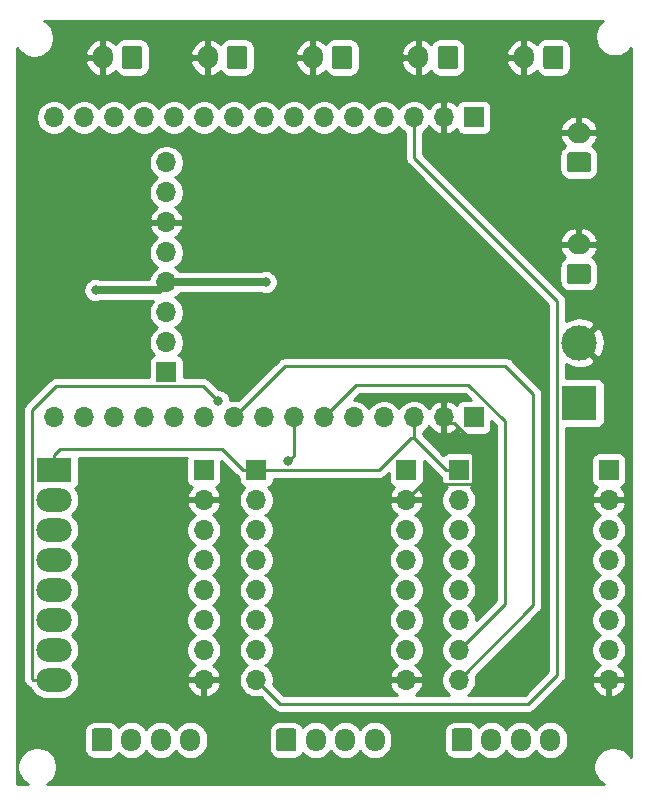
<source format=gbr>
G04 #@! TF.GenerationSoftware,KiCad,Pcbnew,(5.1.5-0)*
G04 #@! TF.CreationDate,2022-07-17T15:28:17+01:00*
G04 #@! TF.ProjectId,Esp32_Cnc_Shield_30Pin_SMD,45737033-325f-4436-9e63-5f536869656c,rev?*
G04 #@! TF.SameCoordinates,Original*
G04 #@! TF.FileFunction,Copper,L2,Bot*
G04 #@! TF.FilePolarity,Positive*
%FSLAX46Y46*%
G04 Gerber Fmt 4.6, Leading zero omitted, Abs format (unit mm)*
G04 Created by KiCad (PCBNEW (5.1.5-0)) date 2022-07-17 15:28:17*
%MOMM*%
%LPD*%
G04 APERTURE LIST*
%ADD10C,3.000000*%
%ADD11R,3.000000X3.000000*%
%ADD12O,1.700000X1.700000*%
%ADD13R,1.700000X1.700000*%
%ADD14O,1.700000X1.950000*%
%ADD15C,0.050000*%
%ADD16O,1.700000X2.000000*%
%ADD17O,2.000000X1.700000*%
%ADD18O,3.000000X2.000000*%
%ADD19R,3.000000X2.000000*%
%ADD20C,0.800000*%
%ADD21C,0.250000*%
%ADD22C,0.635000*%
%ADD23C,0.254000*%
G04 APERTURE END LIST*
D10*
X97840800Y-128305560D03*
D11*
X97840800Y-133385560D03*
D12*
X62865000Y-113030000D03*
X62865000Y-115570000D03*
X62865000Y-118110000D03*
X62865000Y-120650000D03*
X62865000Y-123190000D03*
X62865000Y-125730000D03*
X62865000Y-128270000D03*
D13*
X62865000Y-130810000D03*
D14*
X95384000Y-161925000D03*
X92884000Y-161925000D03*
X90384000Y-161925000D03*
G04 #@! TA.AperFunction,ComponentPad*
D15*
G36*
X88508504Y-160951204D02*
G01*
X88532773Y-160954804D01*
X88556571Y-160960765D01*
X88579671Y-160969030D01*
X88601849Y-160979520D01*
X88622893Y-160992133D01*
X88642598Y-161006747D01*
X88660777Y-161023223D01*
X88677253Y-161041402D01*
X88691867Y-161061107D01*
X88704480Y-161082151D01*
X88714970Y-161104329D01*
X88723235Y-161127429D01*
X88729196Y-161151227D01*
X88732796Y-161175496D01*
X88734000Y-161200000D01*
X88734000Y-162650000D01*
X88732796Y-162674504D01*
X88729196Y-162698773D01*
X88723235Y-162722571D01*
X88714970Y-162745671D01*
X88704480Y-162767849D01*
X88691867Y-162788893D01*
X88677253Y-162808598D01*
X88660777Y-162826777D01*
X88642598Y-162843253D01*
X88622893Y-162857867D01*
X88601849Y-162870480D01*
X88579671Y-162880970D01*
X88556571Y-162889235D01*
X88532773Y-162895196D01*
X88508504Y-162898796D01*
X88484000Y-162900000D01*
X87284000Y-162900000D01*
X87259496Y-162898796D01*
X87235227Y-162895196D01*
X87211429Y-162889235D01*
X87188329Y-162880970D01*
X87166151Y-162870480D01*
X87145107Y-162857867D01*
X87125402Y-162843253D01*
X87107223Y-162826777D01*
X87090747Y-162808598D01*
X87076133Y-162788893D01*
X87063520Y-162767849D01*
X87053030Y-162745671D01*
X87044765Y-162722571D01*
X87038804Y-162698773D01*
X87035204Y-162674504D01*
X87034000Y-162650000D01*
X87034000Y-161200000D01*
X87035204Y-161175496D01*
X87038804Y-161151227D01*
X87044765Y-161127429D01*
X87053030Y-161104329D01*
X87063520Y-161082151D01*
X87076133Y-161061107D01*
X87090747Y-161041402D01*
X87107223Y-161023223D01*
X87125402Y-161006747D01*
X87145107Y-160992133D01*
X87166151Y-160979520D01*
X87188329Y-160969030D01*
X87211429Y-160960765D01*
X87235227Y-160954804D01*
X87259496Y-160951204D01*
X87284000Y-160950000D01*
X88484000Y-160950000D01*
X88508504Y-160951204D01*
G37*
G04 #@! TD.AperFunction*
D14*
X80525000Y-161925000D03*
X78025000Y-161925000D03*
X75525000Y-161925000D03*
G04 #@! TA.AperFunction,ComponentPad*
D15*
G36*
X73649504Y-160951204D02*
G01*
X73673773Y-160954804D01*
X73697571Y-160960765D01*
X73720671Y-160969030D01*
X73742849Y-160979520D01*
X73763893Y-160992133D01*
X73783598Y-161006747D01*
X73801777Y-161023223D01*
X73818253Y-161041402D01*
X73832867Y-161061107D01*
X73845480Y-161082151D01*
X73855970Y-161104329D01*
X73864235Y-161127429D01*
X73870196Y-161151227D01*
X73873796Y-161175496D01*
X73875000Y-161200000D01*
X73875000Y-162650000D01*
X73873796Y-162674504D01*
X73870196Y-162698773D01*
X73864235Y-162722571D01*
X73855970Y-162745671D01*
X73845480Y-162767849D01*
X73832867Y-162788893D01*
X73818253Y-162808598D01*
X73801777Y-162826777D01*
X73783598Y-162843253D01*
X73763893Y-162857867D01*
X73742849Y-162870480D01*
X73720671Y-162880970D01*
X73697571Y-162889235D01*
X73673773Y-162895196D01*
X73649504Y-162898796D01*
X73625000Y-162900000D01*
X72425000Y-162900000D01*
X72400496Y-162898796D01*
X72376227Y-162895196D01*
X72352429Y-162889235D01*
X72329329Y-162880970D01*
X72307151Y-162870480D01*
X72286107Y-162857867D01*
X72266402Y-162843253D01*
X72248223Y-162826777D01*
X72231747Y-162808598D01*
X72217133Y-162788893D01*
X72204520Y-162767849D01*
X72194030Y-162745671D01*
X72185765Y-162722571D01*
X72179804Y-162698773D01*
X72176204Y-162674504D01*
X72175000Y-162650000D01*
X72175000Y-161200000D01*
X72176204Y-161175496D01*
X72179804Y-161151227D01*
X72185765Y-161127429D01*
X72194030Y-161104329D01*
X72204520Y-161082151D01*
X72217133Y-161061107D01*
X72231747Y-161041402D01*
X72248223Y-161023223D01*
X72266402Y-161006747D01*
X72286107Y-160992133D01*
X72307151Y-160979520D01*
X72329329Y-160969030D01*
X72352429Y-160960765D01*
X72376227Y-160954804D01*
X72400496Y-160951204D01*
X72425000Y-160950000D01*
X73625000Y-160950000D01*
X73649504Y-160951204D01*
G37*
G04 #@! TD.AperFunction*
D14*
X64904000Y-161925000D03*
X62404000Y-161925000D03*
X59904000Y-161925000D03*
G04 #@! TA.AperFunction,ComponentPad*
D15*
G36*
X58028504Y-160951204D02*
G01*
X58052773Y-160954804D01*
X58076571Y-160960765D01*
X58099671Y-160969030D01*
X58121849Y-160979520D01*
X58142893Y-160992133D01*
X58162598Y-161006747D01*
X58180777Y-161023223D01*
X58197253Y-161041402D01*
X58211867Y-161061107D01*
X58224480Y-161082151D01*
X58234970Y-161104329D01*
X58243235Y-161127429D01*
X58249196Y-161151227D01*
X58252796Y-161175496D01*
X58254000Y-161200000D01*
X58254000Y-162650000D01*
X58252796Y-162674504D01*
X58249196Y-162698773D01*
X58243235Y-162722571D01*
X58234970Y-162745671D01*
X58224480Y-162767849D01*
X58211867Y-162788893D01*
X58197253Y-162808598D01*
X58180777Y-162826777D01*
X58162598Y-162843253D01*
X58142893Y-162857867D01*
X58121849Y-162870480D01*
X58099671Y-162880970D01*
X58076571Y-162889235D01*
X58052773Y-162895196D01*
X58028504Y-162898796D01*
X58004000Y-162900000D01*
X56804000Y-162900000D01*
X56779496Y-162898796D01*
X56755227Y-162895196D01*
X56731429Y-162889235D01*
X56708329Y-162880970D01*
X56686151Y-162870480D01*
X56665107Y-162857867D01*
X56645402Y-162843253D01*
X56627223Y-162826777D01*
X56610747Y-162808598D01*
X56596133Y-162788893D01*
X56583520Y-162767849D01*
X56573030Y-162745671D01*
X56564765Y-162722571D01*
X56558804Y-162698773D01*
X56555204Y-162674504D01*
X56554000Y-162650000D01*
X56554000Y-161200000D01*
X56555204Y-161175496D01*
X56558804Y-161151227D01*
X56564765Y-161127429D01*
X56573030Y-161104329D01*
X56583520Y-161082151D01*
X56596133Y-161061107D01*
X56610747Y-161041402D01*
X56627223Y-161023223D01*
X56645402Y-161006747D01*
X56665107Y-160992133D01*
X56686151Y-160979520D01*
X56708329Y-160969030D01*
X56731429Y-160960765D01*
X56755227Y-160954804D01*
X56779496Y-160951204D01*
X56804000Y-160950000D01*
X58004000Y-160950000D01*
X58028504Y-160951204D01*
G37*
G04 #@! TD.AperFunction*
D12*
X100330000Y-156845000D03*
X100330000Y-154305000D03*
X100330000Y-151765000D03*
X100330000Y-149225000D03*
X100330000Y-146685000D03*
X100330000Y-144145000D03*
X100330000Y-141605000D03*
D13*
X100330000Y-139065000D03*
D12*
X83185000Y-156845000D03*
X83185000Y-154305000D03*
X83185000Y-151765000D03*
X83185000Y-149225000D03*
X83185000Y-146685000D03*
X83185000Y-144145000D03*
X83185000Y-141605000D03*
D13*
X83185000Y-139065000D03*
D12*
X66040000Y-156845000D03*
X66040000Y-154305000D03*
X66040000Y-151765000D03*
X66040000Y-149225000D03*
X66040000Y-146685000D03*
X66040000Y-144145000D03*
X66040000Y-141605000D03*
D13*
X66040000Y-139065000D03*
D12*
X87630000Y-156845000D03*
X87630000Y-154305000D03*
X87630000Y-151765000D03*
X87630000Y-149225000D03*
X87630000Y-146685000D03*
X87630000Y-144145000D03*
X87630000Y-141605000D03*
D13*
X87630000Y-139065000D03*
D12*
X70485000Y-156845000D03*
X70485000Y-154305000D03*
X70485000Y-151765000D03*
X70485000Y-149225000D03*
X70485000Y-146685000D03*
X70485000Y-144145000D03*
X70485000Y-141605000D03*
D13*
X70485000Y-139065000D03*
D16*
X66360000Y-104140000D03*
G04 #@! TA.AperFunction,ComponentPad*
D15*
G36*
X69484504Y-103141204D02*
G01*
X69508773Y-103144804D01*
X69532571Y-103150765D01*
X69555671Y-103159030D01*
X69577849Y-103169520D01*
X69598893Y-103182133D01*
X69618598Y-103196747D01*
X69636777Y-103213223D01*
X69653253Y-103231402D01*
X69667867Y-103251107D01*
X69680480Y-103272151D01*
X69690970Y-103294329D01*
X69699235Y-103317429D01*
X69705196Y-103341227D01*
X69708796Y-103365496D01*
X69710000Y-103390000D01*
X69710000Y-104890000D01*
X69708796Y-104914504D01*
X69705196Y-104938773D01*
X69699235Y-104962571D01*
X69690970Y-104985671D01*
X69680480Y-105007849D01*
X69667867Y-105028893D01*
X69653253Y-105048598D01*
X69636777Y-105066777D01*
X69618598Y-105083253D01*
X69598893Y-105097867D01*
X69577849Y-105110480D01*
X69555671Y-105120970D01*
X69532571Y-105129235D01*
X69508773Y-105135196D01*
X69484504Y-105138796D01*
X69460000Y-105140000D01*
X68260000Y-105140000D01*
X68235496Y-105138796D01*
X68211227Y-105135196D01*
X68187429Y-105129235D01*
X68164329Y-105120970D01*
X68142151Y-105110480D01*
X68121107Y-105097867D01*
X68101402Y-105083253D01*
X68083223Y-105066777D01*
X68066747Y-105048598D01*
X68052133Y-105028893D01*
X68039520Y-105007849D01*
X68029030Y-104985671D01*
X68020765Y-104962571D01*
X68014804Y-104938773D01*
X68011204Y-104914504D01*
X68010000Y-104890000D01*
X68010000Y-103390000D01*
X68011204Y-103365496D01*
X68014804Y-103341227D01*
X68020765Y-103317429D01*
X68029030Y-103294329D01*
X68039520Y-103272151D01*
X68052133Y-103251107D01*
X68066747Y-103231402D01*
X68083223Y-103213223D01*
X68101402Y-103196747D01*
X68121107Y-103182133D01*
X68142151Y-103169520D01*
X68164329Y-103159030D01*
X68187429Y-103150765D01*
X68211227Y-103144804D01*
X68235496Y-103141204D01*
X68260000Y-103140000D01*
X69460000Y-103140000D01*
X69484504Y-103141204D01*
G37*
G04 #@! TD.AperFunction*
D16*
X57470000Y-104140000D03*
G04 #@! TA.AperFunction,ComponentPad*
D15*
G36*
X60594504Y-103141204D02*
G01*
X60618773Y-103144804D01*
X60642571Y-103150765D01*
X60665671Y-103159030D01*
X60687849Y-103169520D01*
X60708893Y-103182133D01*
X60728598Y-103196747D01*
X60746777Y-103213223D01*
X60763253Y-103231402D01*
X60777867Y-103251107D01*
X60790480Y-103272151D01*
X60800970Y-103294329D01*
X60809235Y-103317429D01*
X60815196Y-103341227D01*
X60818796Y-103365496D01*
X60820000Y-103390000D01*
X60820000Y-104890000D01*
X60818796Y-104914504D01*
X60815196Y-104938773D01*
X60809235Y-104962571D01*
X60800970Y-104985671D01*
X60790480Y-105007849D01*
X60777867Y-105028893D01*
X60763253Y-105048598D01*
X60746777Y-105066777D01*
X60728598Y-105083253D01*
X60708893Y-105097867D01*
X60687849Y-105110480D01*
X60665671Y-105120970D01*
X60642571Y-105129235D01*
X60618773Y-105135196D01*
X60594504Y-105138796D01*
X60570000Y-105140000D01*
X59370000Y-105140000D01*
X59345496Y-105138796D01*
X59321227Y-105135196D01*
X59297429Y-105129235D01*
X59274329Y-105120970D01*
X59252151Y-105110480D01*
X59231107Y-105097867D01*
X59211402Y-105083253D01*
X59193223Y-105066777D01*
X59176747Y-105048598D01*
X59162133Y-105028893D01*
X59149520Y-105007849D01*
X59139030Y-104985671D01*
X59130765Y-104962571D01*
X59124804Y-104938773D01*
X59121204Y-104914504D01*
X59120000Y-104890000D01*
X59120000Y-103390000D01*
X59121204Y-103365496D01*
X59124804Y-103341227D01*
X59130765Y-103317429D01*
X59139030Y-103294329D01*
X59149520Y-103272151D01*
X59162133Y-103251107D01*
X59176747Y-103231402D01*
X59193223Y-103213223D01*
X59211402Y-103196747D01*
X59231107Y-103182133D01*
X59252151Y-103169520D01*
X59274329Y-103159030D01*
X59297429Y-103150765D01*
X59321227Y-103144804D01*
X59345496Y-103141204D01*
X59370000Y-103140000D01*
X60570000Y-103140000D01*
X60594504Y-103141204D01*
G37*
G04 #@! TD.AperFunction*
D17*
X97790000Y-119970000D03*
G04 #@! TA.AperFunction,ComponentPad*
D15*
G36*
X98564504Y-121621204D02*
G01*
X98588773Y-121624804D01*
X98612571Y-121630765D01*
X98635671Y-121639030D01*
X98657849Y-121649520D01*
X98678893Y-121662133D01*
X98698598Y-121676747D01*
X98716777Y-121693223D01*
X98733253Y-121711402D01*
X98747867Y-121731107D01*
X98760480Y-121752151D01*
X98770970Y-121774329D01*
X98779235Y-121797429D01*
X98785196Y-121821227D01*
X98788796Y-121845496D01*
X98790000Y-121870000D01*
X98790000Y-123070000D01*
X98788796Y-123094504D01*
X98785196Y-123118773D01*
X98779235Y-123142571D01*
X98770970Y-123165671D01*
X98760480Y-123187849D01*
X98747867Y-123208893D01*
X98733253Y-123228598D01*
X98716777Y-123246777D01*
X98698598Y-123263253D01*
X98678893Y-123277867D01*
X98657849Y-123290480D01*
X98635671Y-123300970D01*
X98612571Y-123309235D01*
X98588773Y-123315196D01*
X98564504Y-123318796D01*
X98540000Y-123320000D01*
X97040000Y-123320000D01*
X97015496Y-123318796D01*
X96991227Y-123315196D01*
X96967429Y-123309235D01*
X96944329Y-123300970D01*
X96922151Y-123290480D01*
X96901107Y-123277867D01*
X96881402Y-123263253D01*
X96863223Y-123246777D01*
X96846747Y-123228598D01*
X96832133Y-123208893D01*
X96819520Y-123187849D01*
X96809030Y-123165671D01*
X96800765Y-123142571D01*
X96794804Y-123118773D01*
X96791204Y-123094504D01*
X96790000Y-123070000D01*
X96790000Y-121870000D01*
X96791204Y-121845496D01*
X96794804Y-121821227D01*
X96800765Y-121797429D01*
X96809030Y-121774329D01*
X96819520Y-121752151D01*
X96832133Y-121731107D01*
X96846747Y-121711402D01*
X96863223Y-121693223D01*
X96881402Y-121676747D01*
X96901107Y-121662133D01*
X96922151Y-121649520D01*
X96944329Y-121639030D01*
X96967429Y-121630765D01*
X96991227Y-121624804D01*
X97015496Y-121621204D01*
X97040000Y-121620000D01*
X98540000Y-121620000D01*
X98564504Y-121621204D01*
G37*
G04 #@! TD.AperFunction*
D16*
X75250000Y-104140000D03*
G04 #@! TA.AperFunction,ComponentPad*
D15*
G36*
X78374504Y-103141204D02*
G01*
X78398773Y-103144804D01*
X78422571Y-103150765D01*
X78445671Y-103159030D01*
X78467849Y-103169520D01*
X78488893Y-103182133D01*
X78508598Y-103196747D01*
X78526777Y-103213223D01*
X78543253Y-103231402D01*
X78557867Y-103251107D01*
X78570480Y-103272151D01*
X78580970Y-103294329D01*
X78589235Y-103317429D01*
X78595196Y-103341227D01*
X78598796Y-103365496D01*
X78600000Y-103390000D01*
X78600000Y-104890000D01*
X78598796Y-104914504D01*
X78595196Y-104938773D01*
X78589235Y-104962571D01*
X78580970Y-104985671D01*
X78570480Y-105007849D01*
X78557867Y-105028893D01*
X78543253Y-105048598D01*
X78526777Y-105066777D01*
X78508598Y-105083253D01*
X78488893Y-105097867D01*
X78467849Y-105110480D01*
X78445671Y-105120970D01*
X78422571Y-105129235D01*
X78398773Y-105135196D01*
X78374504Y-105138796D01*
X78350000Y-105140000D01*
X77150000Y-105140000D01*
X77125496Y-105138796D01*
X77101227Y-105135196D01*
X77077429Y-105129235D01*
X77054329Y-105120970D01*
X77032151Y-105110480D01*
X77011107Y-105097867D01*
X76991402Y-105083253D01*
X76973223Y-105066777D01*
X76956747Y-105048598D01*
X76942133Y-105028893D01*
X76929520Y-105007849D01*
X76919030Y-104985671D01*
X76910765Y-104962571D01*
X76904804Y-104938773D01*
X76901204Y-104914504D01*
X76900000Y-104890000D01*
X76900000Y-103390000D01*
X76901204Y-103365496D01*
X76904804Y-103341227D01*
X76910765Y-103317429D01*
X76919030Y-103294329D01*
X76929520Y-103272151D01*
X76942133Y-103251107D01*
X76956747Y-103231402D01*
X76973223Y-103213223D01*
X76991402Y-103196747D01*
X77011107Y-103182133D01*
X77032151Y-103169520D01*
X77054329Y-103159030D01*
X77077429Y-103150765D01*
X77101227Y-103144804D01*
X77125496Y-103141204D01*
X77150000Y-103140000D01*
X78350000Y-103140000D01*
X78374504Y-103141204D01*
G37*
G04 #@! TD.AperFunction*
D16*
X84201000Y-104140000D03*
G04 #@! TA.AperFunction,ComponentPad*
D15*
G36*
X87325504Y-103141204D02*
G01*
X87349773Y-103144804D01*
X87373571Y-103150765D01*
X87396671Y-103159030D01*
X87418849Y-103169520D01*
X87439893Y-103182133D01*
X87459598Y-103196747D01*
X87477777Y-103213223D01*
X87494253Y-103231402D01*
X87508867Y-103251107D01*
X87521480Y-103272151D01*
X87531970Y-103294329D01*
X87540235Y-103317429D01*
X87546196Y-103341227D01*
X87549796Y-103365496D01*
X87551000Y-103390000D01*
X87551000Y-104890000D01*
X87549796Y-104914504D01*
X87546196Y-104938773D01*
X87540235Y-104962571D01*
X87531970Y-104985671D01*
X87521480Y-105007849D01*
X87508867Y-105028893D01*
X87494253Y-105048598D01*
X87477777Y-105066777D01*
X87459598Y-105083253D01*
X87439893Y-105097867D01*
X87418849Y-105110480D01*
X87396671Y-105120970D01*
X87373571Y-105129235D01*
X87349773Y-105135196D01*
X87325504Y-105138796D01*
X87301000Y-105140000D01*
X86101000Y-105140000D01*
X86076496Y-105138796D01*
X86052227Y-105135196D01*
X86028429Y-105129235D01*
X86005329Y-105120970D01*
X85983151Y-105110480D01*
X85962107Y-105097867D01*
X85942402Y-105083253D01*
X85924223Y-105066777D01*
X85907747Y-105048598D01*
X85893133Y-105028893D01*
X85880520Y-105007849D01*
X85870030Y-104985671D01*
X85861765Y-104962571D01*
X85855804Y-104938773D01*
X85852204Y-104914504D01*
X85851000Y-104890000D01*
X85851000Y-103390000D01*
X85852204Y-103365496D01*
X85855804Y-103341227D01*
X85861765Y-103317429D01*
X85870030Y-103294329D01*
X85880520Y-103272151D01*
X85893133Y-103251107D01*
X85907747Y-103231402D01*
X85924223Y-103213223D01*
X85942402Y-103196747D01*
X85962107Y-103182133D01*
X85983151Y-103169520D01*
X86005329Y-103159030D01*
X86028429Y-103150765D01*
X86052227Y-103144804D01*
X86076496Y-103141204D01*
X86101000Y-103140000D01*
X87301000Y-103140000D01*
X87325504Y-103141204D01*
G37*
G04 #@! TD.AperFunction*
D17*
X97790000Y-110530000D03*
G04 #@! TA.AperFunction,ComponentPad*
D15*
G36*
X98564504Y-112181204D02*
G01*
X98588773Y-112184804D01*
X98612571Y-112190765D01*
X98635671Y-112199030D01*
X98657849Y-112209520D01*
X98678893Y-112222133D01*
X98698598Y-112236747D01*
X98716777Y-112253223D01*
X98733253Y-112271402D01*
X98747867Y-112291107D01*
X98760480Y-112312151D01*
X98770970Y-112334329D01*
X98779235Y-112357429D01*
X98785196Y-112381227D01*
X98788796Y-112405496D01*
X98790000Y-112430000D01*
X98790000Y-113630000D01*
X98788796Y-113654504D01*
X98785196Y-113678773D01*
X98779235Y-113702571D01*
X98770970Y-113725671D01*
X98760480Y-113747849D01*
X98747867Y-113768893D01*
X98733253Y-113788598D01*
X98716777Y-113806777D01*
X98698598Y-113823253D01*
X98678893Y-113837867D01*
X98657849Y-113850480D01*
X98635671Y-113860970D01*
X98612571Y-113869235D01*
X98588773Y-113875196D01*
X98564504Y-113878796D01*
X98540000Y-113880000D01*
X97040000Y-113880000D01*
X97015496Y-113878796D01*
X96991227Y-113875196D01*
X96967429Y-113869235D01*
X96944329Y-113860970D01*
X96922151Y-113850480D01*
X96901107Y-113837867D01*
X96881402Y-113823253D01*
X96863223Y-113806777D01*
X96846747Y-113788598D01*
X96832133Y-113768893D01*
X96819520Y-113747849D01*
X96809030Y-113725671D01*
X96800765Y-113702571D01*
X96794804Y-113678773D01*
X96791204Y-113654504D01*
X96790000Y-113630000D01*
X96790000Y-112430000D01*
X96791204Y-112405496D01*
X96794804Y-112381227D01*
X96800765Y-112357429D01*
X96809030Y-112334329D01*
X96819520Y-112312151D01*
X96832133Y-112291107D01*
X96846747Y-112271402D01*
X96863223Y-112253223D01*
X96881402Y-112236747D01*
X96901107Y-112222133D01*
X96922151Y-112209520D01*
X96944329Y-112199030D01*
X96967429Y-112190765D01*
X96991227Y-112184804D01*
X97015496Y-112181204D01*
X97040000Y-112180000D01*
X98540000Y-112180000D01*
X98564504Y-112181204D01*
G37*
G04 #@! TD.AperFunction*
D12*
X53340000Y-109220000D03*
X55880000Y-109220000D03*
X58420000Y-109220000D03*
X60960000Y-109220000D03*
X63500000Y-109220000D03*
X66040000Y-109220000D03*
X68580000Y-109220000D03*
X71120000Y-109220000D03*
X73660000Y-109220000D03*
X76200000Y-109220000D03*
X78740000Y-109220000D03*
X81280000Y-109220000D03*
X83820000Y-109220000D03*
X86360000Y-109220000D03*
D13*
X88900000Y-109220000D03*
D16*
X93131000Y-104140000D03*
G04 #@! TA.AperFunction,ComponentPad*
D15*
G36*
X96255504Y-103141204D02*
G01*
X96279773Y-103144804D01*
X96303571Y-103150765D01*
X96326671Y-103159030D01*
X96348849Y-103169520D01*
X96369893Y-103182133D01*
X96389598Y-103196747D01*
X96407777Y-103213223D01*
X96424253Y-103231402D01*
X96438867Y-103251107D01*
X96451480Y-103272151D01*
X96461970Y-103294329D01*
X96470235Y-103317429D01*
X96476196Y-103341227D01*
X96479796Y-103365496D01*
X96481000Y-103390000D01*
X96481000Y-104890000D01*
X96479796Y-104914504D01*
X96476196Y-104938773D01*
X96470235Y-104962571D01*
X96461970Y-104985671D01*
X96451480Y-105007849D01*
X96438867Y-105028893D01*
X96424253Y-105048598D01*
X96407777Y-105066777D01*
X96389598Y-105083253D01*
X96369893Y-105097867D01*
X96348849Y-105110480D01*
X96326671Y-105120970D01*
X96303571Y-105129235D01*
X96279773Y-105135196D01*
X96255504Y-105138796D01*
X96231000Y-105140000D01*
X95031000Y-105140000D01*
X95006496Y-105138796D01*
X94982227Y-105135196D01*
X94958429Y-105129235D01*
X94935329Y-105120970D01*
X94913151Y-105110480D01*
X94892107Y-105097867D01*
X94872402Y-105083253D01*
X94854223Y-105066777D01*
X94837747Y-105048598D01*
X94823133Y-105028893D01*
X94810520Y-105007849D01*
X94800030Y-104985671D01*
X94791765Y-104962571D01*
X94785804Y-104938773D01*
X94782204Y-104914504D01*
X94781000Y-104890000D01*
X94781000Y-103390000D01*
X94782204Y-103365496D01*
X94785804Y-103341227D01*
X94791765Y-103317429D01*
X94800030Y-103294329D01*
X94810520Y-103272151D01*
X94823133Y-103251107D01*
X94837747Y-103231402D01*
X94854223Y-103213223D01*
X94872402Y-103196747D01*
X94892107Y-103182133D01*
X94913151Y-103169520D01*
X94935329Y-103159030D01*
X94958429Y-103150765D01*
X94982227Y-103144804D01*
X95006496Y-103141204D01*
X95031000Y-103140000D01*
X96231000Y-103140000D01*
X96255504Y-103141204D01*
G37*
G04 #@! TD.AperFunction*
D12*
X53340000Y-134620000D03*
X55880000Y-134620000D03*
X58420000Y-134620000D03*
X60960000Y-134620000D03*
X63500000Y-134620000D03*
X66040000Y-134620000D03*
X68580000Y-134620000D03*
X71120000Y-134620000D03*
X73660000Y-134620000D03*
X76200000Y-134620000D03*
X78740000Y-134620000D03*
X81280000Y-134620000D03*
X83820000Y-134620000D03*
X86360000Y-134620000D03*
D13*
X88900000Y-134620000D03*
D18*
X53340000Y-156845000D03*
X53340000Y-154305000D03*
X53340000Y-151765000D03*
X53340000Y-149225000D03*
X53340000Y-146685000D03*
X53340000Y-144145000D03*
X53340000Y-141605000D03*
D19*
X53340000Y-139065000D03*
D20*
X72956420Y-117909340D03*
X57665620Y-142356840D03*
X67248751Y-133252287D03*
X73177400Y-138339990D03*
X56878220Y-123850400D03*
X62865000Y-123190000D03*
X71262240Y-123159520D03*
D21*
X72755760Y-118110000D02*
X72956420Y-117909340D01*
X62865000Y-118110000D02*
X72755760Y-118110000D01*
X86829900Y-135089900D02*
X86360000Y-134620000D01*
X87190580Y-135089900D02*
X86829900Y-135089900D01*
X88805001Y-140175001D02*
X88805001Y-136704321D01*
X88805001Y-136704321D02*
X87190580Y-135089900D01*
X83185000Y-141605000D02*
X84549999Y-140240001D01*
X88740001Y-140240001D02*
X88805001Y-140175001D01*
X84549999Y-140240001D02*
X88740001Y-140240001D01*
X58417460Y-141605000D02*
X57665620Y-142356840D01*
X66040000Y-141605000D02*
X58417460Y-141605000D01*
X83820000Y-135822081D02*
X83820000Y-134620000D01*
X83820000Y-136355000D02*
X83820000Y-135822081D01*
X86530000Y-139065000D02*
X83820000Y-136355000D01*
X87630000Y-139065000D02*
X86530000Y-139065000D01*
X70485000Y-139065000D02*
X80899998Y-139065000D01*
X83609998Y-136355000D02*
X83820000Y-136355000D01*
X80899998Y-139065000D02*
X83609998Y-136355000D01*
X69385000Y-139065000D02*
X67607000Y-137287000D01*
X70485000Y-139065000D02*
X69385000Y-139065000D01*
X53868000Y-137287000D02*
X53340000Y-137815000D01*
X53340000Y-137815000D02*
X53340000Y-139065000D01*
X67607000Y-137287000D02*
X53868000Y-137287000D01*
X51514999Y-156769999D02*
X51514999Y-133965961D01*
X51590000Y-156845000D02*
X51514999Y-156769999D01*
X53340000Y-156845000D02*
X51590000Y-156845000D01*
X53495959Y-131985001D02*
X65981465Y-131985001D01*
X65981465Y-131985001D02*
X67248751Y-133252287D01*
X51514999Y-133965961D02*
X53495959Y-131985001D01*
X87630000Y-154305000D02*
X91523820Y-150411180D01*
X91523820Y-134958818D02*
X88439262Y-131874260D01*
X91523820Y-150411180D02*
X91523820Y-134958818D01*
X78945740Y-131874260D02*
X76200000Y-134620000D01*
X88439262Y-131874260D02*
X78945740Y-131874260D01*
X73660000Y-134620000D02*
X73660000Y-137857390D01*
X73660000Y-137857390D02*
X73177400Y-138339990D01*
X72943720Y-130256280D02*
X68580000Y-134620000D01*
X91551760Y-130256280D02*
X72943720Y-130256280D01*
X87630000Y-156845000D02*
X93936820Y-150538180D01*
X93936820Y-150538180D02*
X93936820Y-132641340D01*
X93936820Y-132641340D02*
X91551760Y-130256280D01*
D22*
X62204600Y-123850400D02*
X62865000Y-123190000D01*
X56878220Y-123850400D02*
X62204600Y-123850400D01*
X62895480Y-123159520D02*
X62865000Y-123190000D01*
X71262240Y-123159520D02*
X62895480Y-123159520D01*
D21*
X83820000Y-109220000D02*
X83820000Y-112618520D01*
X95964999Y-124763519D02*
X95964999Y-156406839D01*
X83820000Y-112618520D02*
X95964999Y-124763519D01*
X95964999Y-156406839D02*
X93512640Y-158859198D01*
X72499198Y-158859198D02*
X70797420Y-157157420D01*
X93512640Y-158859198D02*
X72499198Y-158859198D01*
X70797420Y-157157420D02*
X70485000Y-156845000D01*
D23*
G36*
X99763875Y-101053175D02*
G01*
X99529175Y-101287875D01*
X99344772Y-101563853D01*
X99217754Y-101870504D01*
X99153000Y-102196042D01*
X99153000Y-102527958D01*
X99217754Y-102853496D01*
X99344772Y-103160147D01*
X99529175Y-103436125D01*
X99763875Y-103670825D01*
X100039853Y-103855228D01*
X100346504Y-103982246D01*
X100672042Y-104047000D01*
X101003958Y-104047000D01*
X101329496Y-103982246D01*
X101636147Y-103855228D01*
X101912125Y-103670825D01*
X102146825Y-103436125D01*
X102185001Y-103378991D01*
X102185000Y-163384076D01*
X102019825Y-163136875D01*
X101785125Y-162902175D01*
X101509147Y-162717772D01*
X101202496Y-162590754D01*
X100876958Y-162526000D01*
X100545042Y-162526000D01*
X100219504Y-162590754D01*
X99912853Y-162717772D01*
X99636875Y-162902175D01*
X99402175Y-163136875D01*
X99217772Y-163412853D01*
X99090754Y-163719504D01*
X99026000Y-164045042D01*
X99026000Y-164376958D01*
X99090754Y-164702496D01*
X99217772Y-165009147D01*
X99402175Y-165285125D01*
X99636875Y-165519825D01*
X99884076Y-165685000D01*
X52769924Y-165685000D01*
X53017125Y-165519825D01*
X53251825Y-165285125D01*
X53436228Y-165009147D01*
X53563246Y-164702496D01*
X53628000Y-164376958D01*
X53628000Y-164045042D01*
X53563246Y-163719504D01*
X53436228Y-163412853D01*
X53251825Y-163136875D01*
X53017125Y-162902175D01*
X52741147Y-162717772D01*
X52434496Y-162590754D01*
X52108958Y-162526000D01*
X51777042Y-162526000D01*
X51451504Y-162590754D01*
X51144853Y-162717772D01*
X50868875Y-162902175D01*
X50634175Y-163136875D01*
X50449772Y-163412853D01*
X50322754Y-163719504D01*
X50258000Y-164045042D01*
X50258000Y-164376958D01*
X50322754Y-164702496D01*
X50449772Y-165009147D01*
X50634175Y-165285125D01*
X50868875Y-165519825D01*
X51116076Y-165685000D01*
X50215000Y-165685000D01*
X50215000Y-161200000D01*
X55915928Y-161200000D01*
X55915928Y-162650000D01*
X55932992Y-162823254D01*
X55983528Y-162989850D01*
X56065595Y-163143386D01*
X56176038Y-163277962D01*
X56310614Y-163388405D01*
X56464150Y-163470472D01*
X56630746Y-163521008D01*
X56804000Y-163538072D01*
X58004000Y-163538072D01*
X58177254Y-163521008D01*
X58343850Y-163470472D01*
X58497386Y-163388405D01*
X58631962Y-163277962D01*
X58742405Y-163143386D01*
X58796777Y-163041663D01*
X58848866Y-163105134D01*
X59074987Y-163290706D01*
X59332967Y-163428599D01*
X59612890Y-163513513D01*
X59904000Y-163542185D01*
X60195111Y-163513513D01*
X60475034Y-163428599D01*
X60733014Y-163290706D01*
X60959134Y-163105134D01*
X61144706Y-162879014D01*
X61154000Y-162861626D01*
X61163294Y-162879014D01*
X61348866Y-163105134D01*
X61574987Y-163290706D01*
X61832967Y-163428599D01*
X62112890Y-163513513D01*
X62404000Y-163542185D01*
X62695111Y-163513513D01*
X62975034Y-163428599D01*
X63233014Y-163290706D01*
X63459134Y-163105134D01*
X63644706Y-162879014D01*
X63654000Y-162861626D01*
X63663294Y-162879014D01*
X63848866Y-163105134D01*
X64074987Y-163290706D01*
X64332967Y-163428599D01*
X64612890Y-163513513D01*
X64904000Y-163542185D01*
X65195111Y-163513513D01*
X65475034Y-163428599D01*
X65733014Y-163290706D01*
X65959134Y-163105134D01*
X66144706Y-162879014D01*
X66282599Y-162621033D01*
X66367513Y-162341110D01*
X66389000Y-162122949D01*
X66389000Y-161727050D01*
X66367513Y-161508889D01*
X66282599Y-161228966D01*
X66267117Y-161200000D01*
X71536928Y-161200000D01*
X71536928Y-162650000D01*
X71553992Y-162823254D01*
X71604528Y-162989850D01*
X71686595Y-163143386D01*
X71797038Y-163277962D01*
X71931614Y-163388405D01*
X72085150Y-163470472D01*
X72251746Y-163521008D01*
X72425000Y-163538072D01*
X73625000Y-163538072D01*
X73798254Y-163521008D01*
X73964850Y-163470472D01*
X74118386Y-163388405D01*
X74252962Y-163277962D01*
X74363405Y-163143386D01*
X74417777Y-163041663D01*
X74469866Y-163105134D01*
X74695987Y-163290706D01*
X74953967Y-163428599D01*
X75233890Y-163513513D01*
X75525000Y-163542185D01*
X75816111Y-163513513D01*
X76096034Y-163428599D01*
X76354014Y-163290706D01*
X76580134Y-163105134D01*
X76765706Y-162879014D01*
X76775000Y-162861626D01*
X76784294Y-162879014D01*
X76969866Y-163105134D01*
X77195987Y-163290706D01*
X77453967Y-163428599D01*
X77733890Y-163513513D01*
X78025000Y-163542185D01*
X78316111Y-163513513D01*
X78596034Y-163428599D01*
X78854014Y-163290706D01*
X79080134Y-163105134D01*
X79265706Y-162879014D01*
X79275000Y-162861626D01*
X79284294Y-162879014D01*
X79469866Y-163105134D01*
X79695987Y-163290706D01*
X79953967Y-163428599D01*
X80233890Y-163513513D01*
X80525000Y-163542185D01*
X80816111Y-163513513D01*
X81096034Y-163428599D01*
X81354014Y-163290706D01*
X81580134Y-163105134D01*
X81765706Y-162879014D01*
X81903599Y-162621033D01*
X81988513Y-162341110D01*
X82010000Y-162122949D01*
X82010000Y-161727050D01*
X81988513Y-161508889D01*
X81903599Y-161228966D01*
X81888117Y-161200000D01*
X86395928Y-161200000D01*
X86395928Y-162650000D01*
X86412992Y-162823254D01*
X86463528Y-162989850D01*
X86545595Y-163143386D01*
X86656038Y-163277962D01*
X86790614Y-163388405D01*
X86944150Y-163470472D01*
X87110746Y-163521008D01*
X87284000Y-163538072D01*
X88484000Y-163538072D01*
X88657254Y-163521008D01*
X88823850Y-163470472D01*
X88977386Y-163388405D01*
X89111962Y-163277962D01*
X89222405Y-163143386D01*
X89276777Y-163041663D01*
X89328866Y-163105134D01*
X89554987Y-163290706D01*
X89812967Y-163428599D01*
X90092890Y-163513513D01*
X90384000Y-163542185D01*
X90675111Y-163513513D01*
X90955034Y-163428599D01*
X91213014Y-163290706D01*
X91439134Y-163105134D01*
X91624706Y-162879014D01*
X91634000Y-162861626D01*
X91643294Y-162879014D01*
X91828866Y-163105134D01*
X92054987Y-163290706D01*
X92312967Y-163428599D01*
X92592890Y-163513513D01*
X92884000Y-163542185D01*
X93175111Y-163513513D01*
X93455034Y-163428599D01*
X93713014Y-163290706D01*
X93939134Y-163105134D01*
X94124706Y-162879014D01*
X94134000Y-162861626D01*
X94143294Y-162879014D01*
X94328866Y-163105134D01*
X94554987Y-163290706D01*
X94812967Y-163428599D01*
X95092890Y-163513513D01*
X95384000Y-163542185D01*
X95675111Y-163513513D01*
X95955034Y-163428599D01*
X96213014Y-163290706D01*
X96439134Y-163105134D01*
X96624706Y-162879014D01*
X96762599Y-162621033D01*
X96847513Y-162341110D01*
X96869000Y-162122949D01*
X96869000Y-161727050D01*
X96847513Y-161508889D01*
X96762599Y-161228966D01*
X96624706Y-160970986D01*
X96439134Y-160744866D01*
X96213013Y-160559294D01*
X95955033Y-160421401D01*
X95675110Y-160336487D01*
X95384000Y-160307815D01*
X95092889Y-160336487D01*
X94812966Y-160421401D01*
X94554986Y-160559294D01*
X94328866Y-160744866D01*
X94143294Y-160970987D01*
X94134000Y-160988374D01*
X94124706Y-160970986D01*
X93939134Y-160744866D01*
X93713013Y-160559294D01*
X93455033Y-160421401D01*
X93175110Y-160336487D01*
X92884000Y-160307815D01*
X92592889Y-160336487D01*
X92312966Y-160421401D01*
X92054986Y-160559294D01*
X91828866Y-160744866D01*
X91643294Y-160970987D01*
X91634000Y-160988374D01*
X91624706Y-160970986D01*
X91439134Y-160744866D01*
X91213013Y-160559294D01*
X90955033Y-160421401D01*
X90675110Y-160336487D01*
X90384000Y-160307815D01*
X90092889Y-160336487D01*
X89812966Y-160421401D01*
X89554986Y-160559294D01*
X89328866Y-160744866D01*
X89276777Y-160808337D01*
X89222405Y-160706614D01*
X89111962Y-160572038D01*
X88977386Y-160461595D01*
X88823850Y-160379528D01*
X88657254Y-160328992D01*
X88484000Y-160311928D01*
X87284000Y-160311928D01*
X87110746Y-160328992D01*
X86944150Y-160379528D01*
X86790614Y-160461595D01*
X86656038Y-160572038D01*
X86545595Y-160706614D01*
X86463528Y-160860150D01*
X86412992Y-161026746D01*
X86395928Y-161200000D01*
X81888117Y-161200000D01*
X81765706Y-160970986D01*
X81580134Y-160744866D01*
X81354013Y-160559294D01*
X81096033Y-160421401D01*
X80816110Y-160336487D01*
X80525000Y-160307815D01*
X80233889Y-160336487D01*
X79953966Y-160421401D01*
X79695986Y-160559294D01*
X79469866Y-160744866D01*
X79284294Y-160970987D01*
X79275000Y-160988374D01*
X79265706Y-160970986D01*
X79080134Y-160744866D01*
X78854013Y-160559294D01*
X78596033Y-160421401D01*
X78316110Y-160336487D01*
X78025000Y-160307815D01*
X77733889Y-160336487D01*
X77453966Y-160421401D01*
X77195986Y-160559294D01*
X76969866Y-160744866D01*
X76784294Y-160970987D01*
X76775000Y-160988374D01*
X76765706Y-160970986D01*
X76580134Y-160744866D01*
X76354013Y-160559294D01*
X76096033Y-160421401D01*
X75816110Y-160336487D01*
X75525000Y-160307815D01*
X75233889Y-160336487D01*
X74953966Y-160421401D01*
X74695986Y-160559294D01*
X74469866Y-160744866D01*
X74417777Y-160808337D01*
X74363405Y-160706614D01*
X74252962Y-160572038D01*
X74118386Y-160461595D01*
X73964850Y-160379528D01*
X73798254Y-160328992D01*
X73625000Y-160311928D01*
X72425000Y-160311928D01*
X72251746Y-160328992D01*
X72085150Y-160379528D01*
X71931614Y-160461595D01*
X71797038Y-160572038D01*
X71686595Y-160706614D01*
X71604528Y-160860150D01*
X71553992Y-161026746D01*
X71536928Y-161200000D01*
X66267117Y-161200000D01*
X66144706Y-160970986D01*
X65959134Y-160744866D01*
X65733013Y-160559294D01*
X65475033Y-160421401D01*
X65195110Y-160336487D01*
X64904000Y-160307815D01*
X64612889Y-160336487D01*
X64332966Y-160421401D01*
X64074986Y-160559294D01*
X63848866Y-160744866D01*
X63663294Y-160970987D01*
X63654000Y-160988374D01*
X63644706Y-160970986D01*
X63459134Y-160744866D01*
X63233013Y-160559294D01*
X62975033Y-160421401D01*
X62695110Y-160336487D01*
X62404000Y-160307815D01*
X62112889Y-160336487D01*
X61832966Y-160421401D01*
X61574986Y-160559294D01*
X61348866Y-160744866D01*
X61163294Y-160970987D01*
X61154000Y-160988374D01*
X61144706Y-160970986D01*
X60959134Y-160744866D01*
X60733013Y-160559294D01*
X60475033Y-160421401D01*
X60195110Y-160336487D01*
X59904000Y-160307815D01*
X59612889Y-160336487D01*
X59332966Y-160421401D01*
X59074986Y-160559294D01*
X58848866Y-160744866D01*
X58796777Y-160808337D01*
X58742405Y-160706614D01*
X58631962Y-160572038D01*
X58497386Y-160461595D01*
X58343850Y-160379528D01*
X58177254Y-160328992D01*
X58004000Y-160311928D01*
X56804000Y-160311928D01*
X56630746Y-160328992D01*
X56464150Y-160379528D01*
X56310614Y-160461595D01*
X56176038Y-160572038D01*
X56065595Y-160706614D01*
X55983528Y-160860150D01*
X55932992Y-161026746D01*
X55915928Y-161200000D01*
X50215000Y-161200000D01*
X50215000Y-133965961D01*
X50751323Y-133965961D01*
X50755000Y-134003294D01*
X50754999Y-156732677D01*
X50751323Y-156769999D01*
X50754999Y-156807321D01*
X50754999Y-156807331D01*
X50765996Y-156918984D01*
X50803255Y-157041813D01*
X50809453Y-157062245D01*
X50880025Y-157194275D01*
X50886275Y-157201890D01*
X50974998Y-157310000D01*
X51003999Y-157333801D01*
X51026199Y-157356001D01*
X51049999Y-157385001D01*
X51165724Y-157479974D01*
X51297753Y-157550546D01*
X51375883Y-157574246D01*
X51473969Y-157757752D01*
X51678286Y-158006714D01*
X51927248Y-158211031D01*
X52211285Y-158362852D01*
X52519484Y-158456343D01*
X52759678Y-158480000D01*
X53920322Y-158480000D01*
X54160516Y-158456343D01*
X54468715Y-158362852D01*
X54752752Y-158211031D01*
X55001714Y-158006714D01*
X55206031Y-157757752D01*
X55357852Y-157473715D01*
X55440309Y-157201890D01*
X64598524Y-157201890D01*
X64643175Y-157349099D01*
X64768359Y-157611920D01*
X64942412Y-157845269D01*
X65158645Y-158040178D01*
X65408748Y-158189157D01*
X65683109Y-158286481D01*
X65913000Y-158165814D01*
X65913000Y-156972000D01*
X66167000Y-156972000D01*
X66167000Y-158165814D01*
X66396891Y-158286481D01*
X66671252Y-158189157D01*
X66921355Y-158040178D01*
X67137588Y-157845269D01*
X67311641Y-157611920D01*
X67436825Y-157349099D01*
X67481476Y-157201890D01*
X67360155Y-156972000D01*
X66167000Y-156972000D01*
X65913000Y-156972000D01*
X64719845Y-156972000D01*
X64598524Y-157201890D01*
X55440309Y-157201890D01*
X55451343Y-157165516D01*
X55482911Y-156845000D01*
X55451343Y-156524484D01*
X55357852Y-156216285D01*
X55206031Y-155932248D01*
X55001714Y-155683286D01*
X54869767Y-155575000D01*
X55001714Y-155466714D01*
X55206031Y-155217752D01*
X55357852Y-154933715D01*
X55451343Y-154625516D01*
X55482911Y-154305000D01*
X55451343Y-153984484D01*
X55357852Y-153676285D01*
X55206031Y-153392248D01*
X55001714Y-153143286D01*
X54869767Y-153035000D01*
X55001714Y-152926714D01*
X55206031Y-152677752D01*
X55357852Y-152393715D01*
X55451343Y-152085516D01*
X55482911Y-151765000D01*
X55451343Y-151444484D01*
X55357852Y-151136285D01*
X55206031Y-150852248D01*
X55001714Y-150603286D01*
X54869767Y-150495000D01*
X55001714Y-150386714D01*
X55206031Y-150137752D01*
X55357852Y-149853715D01*
X55451343Y-149545516D01*
X55482911Y-149225000D01*
X55451343Y-148904484D01*
X55357852Y-148596285D01*
X55206031Y-148312248D01*
X55001714Y-148063286D01*
X54869767Y-147955000D01*
X55001714Y-147846714D01*
X55206031Y-147597752D01*
X55357852Y-147313715D01*
X55451343Y-147005516D01*
X55482911Y-146685000D01*
X55451343Y-146364484D01*
X55357852Y-146056285D01*
X55206031Y-145772248D01*
X55001714Y-145523286D01*
X54869767Y-145415000D01*
X55001714Y-145306714D01*
X55206031Y-145057752D01*
X55357852Y-144773715D01*
X55451343Y-144465516D01*
X55482911Y-144145000D01*
X55468506Y-143998740D01*
X64555000Y-143998740D01*
X64555000Y-144291260D01*
X64612068Y-144578158D01*
X64724010Y-144848411D01*
X64886525Y-145091632D01*
X65093368Y-145298475D01*
X65267760Y-145415000D01*
X65093368Y-145531525D01*
X64886525Y-145738368D01*
X64724010Y-145981589D01*
X64612068Y-146251842D01*
X64555000Y-146538740D01*
X64555000Y-146831260D01*
X64612068Y-147118158D01*
X64724010Y-147388411D01*
X64886525Y-147631632D01*
X65093368Y-147838475D01*
X65267760Y-147955000D01*
X65093368Y-148071525D01*
X64886525Y-148278368D01*
X64724010Y-148521589D01*
X64612068Y-148791842D01*
X64555000Y-149078740D01*
X64555000Y-149371260D01*
X64612068Y-149658158D01*
X64724010Y-149928411D01*
X64886525Y-150171632D01*
X65093368Y-150378475D01*
X65267760Y-150495000D01*
X65093368Y-150611525D01*
X64886525Y-150818368D01*
X64724010Y-151061589D01*
X64612068Y-151331842D01*
X64555000Y-151618740D01*
X64555000Y-151911260D01*
X64612068Y-152198158D01*
X64724010Y-152468411D01*
X64886525Y-152711632D01*
X65093368Y-152918475D01*
X65267760Y-153035000D01*
X65093368Y-153151525D01*
X64886525Y-153358368D01*
X64724010Y-153601589D01*
X64612068Y-153871842D01*
X64555000Y-154158740D01*
X64555000Y-154451260D01*
X64612068Y-154738158D01*
X64724010Y-155008411D01*
X64886525Y-155251632D01*
X65093368Y-155458475D01*
X65275534Y-155580195D01*
X65158645Y-155649822D01*
X64942412Y-155844731D01*
X64768359Y-156078080D01*
X64643175Y-156340901D01*
X64598524Y-156488110D01*
X64719845Y-156718000D01*
X65913000Y-156718000D01*
X65913000Y-156698000D01*
X66167000Y-156698000D01*
X66167000Y-156718000D01*
X67360155Y-156718000D01*
X67481476Y-156488110D01*
X67436825Y-156340901D01*
X67311641Y-156078080D01*
X67137588Y-155844731D01*
X66921355Y-155649822D01*
X66804466Y-155580195D01*
X66986632Y-155458475D01*
X67193475Y-155251632D01*
X67355990Y-155008411D01*
X67467932Y-154738158D01*
X67525000Y-154451260D01*
X67525000Y-154158740D01*
X67467932Y-153871842D01*
X67355990Y-153601589D01*
X67193475Y-153358368D01*
X66986632Y-153151525D01*
X66812240Y-153035000D01*
X66986632Y-152918475D01*
X67193475Y-152711632D01*
X67355990Y-152468411D01*
X67467932Y-152198158D01*
X67525000Y-151911260D01*
X67525000Y-151618740D01*
X67467932Y-151331842D01*
X67355990Y-151061589D01*
X67193475Y-150818368D01*
X66986632Y-150611525D01*
X66812240Y-150495000D01*
X66986632Y-150378475D01*
X67193475Y-150171632D01*
X67355990Y-149928411D01*
X67467932Y-149658158D01*
X67525000Y-149371260D01*
X67525000Y-149078740D01*
X67467932Y-148791842D01*
X67355990Y-148521589D01*
X67193475Y-148278368D01*
X66986632Y-148071525D01*
X66812240Y-147955000D01*
X66986632Y-147838475D01*
X67193475Y-147631632D01*
X67355990Y-147388411D01*
X67467932Y-147118158D01*
X67525000Y-146831260D01*
X67525000Y-146538740D01*
X67467932Y-146251842D01*
X67355990Y-145981589D01*
X67193475Y-145738368D01*
X66986632Y-145531525D01*
X66812240Y-145415000D01*
X66986632Y-145298475D01*
X67193475Y-145091632D01*
X67355990Y-144848411D01*
X67467932Y-144578158D01*
X67525000Y-144291260D01*
X67525000Y-143998740D01*
X67467932Y-143711842D01*
X67355990Y-143441589D01*
X67193475Y-143198368D01*
X66986632Y-142991525D01*
X66804466Y-142869805D01*
X66921355Y-142800178D01*
X67137588Y-142605269D01*
X67311641Y-142371920D01*
X67436825Y-142109099D01*
X67481476Y-141961890D01*
X67360155Y-141732000D01*
X66167000Y-141732000D01*
X66167000Y-141752000D01*
X65913000Y-141752000D01*
X65913000Y-141732000D01*
X64719845Y-141732000D01*
X64598524Y-141961890D01*
X64643175Y-142109099D01*
X64768359Y-142371920D01*
X64942412Y-142605269D01*
X65158645Y-142800178D01*
X65275534Y-142869805D01*
X65093368Y-142991525D01*
X64886525Y-143198368D01*
X64724010Y-143441589D01*
X64612068Y-143711842D01*
X64555000Y-143998740D01*
X55468506Y-143998740D01*
X55451343Y-143824484D01*
X55357852Y-143516285D01*
X55206031Y-143232248D01*
X55001714Y-142983286D01*
X54869767Y-142875000D01*
X55001714Y-142766714D01*
X55206031Y-142517752D01*
X55357852Y-142233715D01*
X55451343Y-141925516D01*
X55482911Y-141605000D01*
X55451343Y-141284484D01*
X55357852Y-140976285D01*
X55206031Y-140692248D01*
X55147345Y-140620739D01*
X55194494Y-140595537D01*
X55291185Y-140516185D01*
X55370537Y-140419494D01*
X55429502Y-140309180D01*
X55465812Y-140189482D01*
X55478072Y-140065000D01*
X55478072Y-138065000D01*
X55476299Y-138047000D01*
X64577389Y-138047000D01*
X64564188Y-138090518D01*
X64551928Y-138215000D01*
X64551928Y-139915000D01*
X64564188Y-140039482D01*
X64600498Y-140159180D01*
X64659463Y-140269494D01*
X64738815Y-140366185D01*
X64835506Y-140445537D01*
X64945820Y-140504502D01*
X65026466Y-140528966D01*
X64942412Y-140604731D01*
X64768359Y-140838080D01*
X64643175Y-141100901D01*
X64598524Y-141248110D01*
X64719845Y-141478000D01*
X65913000Y-141478000D01*
X65913000Y-141458000D01*
X66167000Y-141458000D01*
X66167000Y-141478000D01*
X67360155Y-141478000D01*
X67481476Y-141248110D01*
X67436825Y-141100901D01*
X67311641Y-140838080D01*
X67137588Y-140604731D01*
X67053534Y-140528966D01*
X67134180Y-140504502D01*
X67244494Y-140445537D01*
X67341185Y-140366185D01*
X67420537Y-140269494D01*
X67479502Y-140159180D01*
X67515812Y-140039482D01*
X67528072Y-139915000D01*
X67528072Y-138282873D01*
X68821201Y-139576003D01*
X68844999Y-139605001D01*
X68960724Y-139699974D01*
X68996928Y-139719326D01*
X68996928Y-139915000D01*
X69009188Y-140039482D01*
X69045498Y-140159180D01*
X69104463Y-140269494D01*
X69183815Y-140366185D01*
X69280506Y-140445537D01*
X69390820Y-140504502D01*
X69463380Y-140526513D01*
X69331525Y-140658368D01*
X69169010Y-140901589D01*
X69057068Y-141171842D01*
X69000000Y-141458740D01*
X69000000Y-141751260D01*
X69057068Y-142038158D01*
X69169010Y-142308411D01*
X69331525Y-142551632D01*
X69538368Y-142758475D01*
X69712760Y-142875000D01*
X69538368Y-142991525D01*
X69331525Y-143198368D01*
X69169010Y-143441589D01*
X69057068Y-143711842D01*
X69000000Y-143998740D01*
X69000000Y-144291260D01*
X69057068Y-144578158D01*
X69169010Y-144848411D01*
X69331525Y-145091632D01*
X69538368Y-145298475D01*
X69712760Y-145415000D01*
X69538368Y-145531525D01*
X69331525Y-145738368D01*
X69169010Y-145981589D01*
X69057068Y-146251842D01*
X69000000Y-146538740D01*
X69000000Y-146831260D01*
X69057068Y-147118158D01*
X69169010Y-147388411D01*
X69331525Y-147631632D01*
X69538368Y-147838475D01*
X69712760Y-147955000D01*
X69538368Y-148071525D01*
X69331525Y-148278368D01*
X69169010Y-148521589D01*
X69057068Y-148791842D01*
X69000000Y-149078740D01*
X69000000Y-149371260D01*
X69057068Y-149658158D01*
X69169010Y-149928411D01*
X69331525Y-150171632D01*
X69538368Y-150378475D01*
X69712760Y-150495000D01*
X69538368Y-150611525D01*
X69331525Y-150818368D01*
X69169010Y-151061589D01*
X69057068Y-151331842D01*
X69000000Y-151618740D01*
X69000000Y-151911260D01*
X69057068Y-152198158D01*
X69169010Y-152468411D01*
X69331525Y-152711632D01*
X69538368Y-152918475D01*
X69712760Y-153035000D01*
X69538368Y-153151525D01*
X69331525Y-153358368D01*
X69169010Y-153601589D01*
X69057068Y-153871842D01*
X69000000Y-154158740D01*
X69000000Y-154451260D01*
X69057068Y-154738158D01*
X69169010Y-155008411D01*
X69331525Y-155251632D01*
X69538368Y-155458475D01*
X69712760Y-155575000D01*
X69538368Y-155691525D01*
X69331525Y-155898368D01*
X69169010Y-156141589D01*
X69057068Y-156411842D01*
X69000000Y-156698740D01*
X69000000Y-156991260D01*
X69057068Y-157278158D01*
X69169010Y-157548411D01*
X69331525Y-157791632D01*
X69538368Y-157998475D01*
X69781589Y-158160990D01*
X70051842Y-158272932D01*
X70338740Y-158330000D01*
X70631260Y-158330000D01*
X70851408Y-158286209D01*
X71935399Y-159370201D01*
X71959197Y-159399199D01*
X71988195Y-159422997D01*
X72074922Y-159494172D01*
X72206951Y-159564744D01*
X72350212Y-159608201D01*
X72499198Y-159622875D01*
X72536531Y-159619198D01*
X93475318Y-159619198D01*
X93512640Y-159622874D01*
X93549962Y-159619198D01*
X93549973Y-159619198D01*
X93661626Y-159608201D01*
X93804887Y-159564744D01*
X93936916Y-159494172D01*
X94052641Y-159399199D01*
X94076444Y-159370195D01*
X96244749Y-157201890D01*
X98888524Y-157201890D01*
X98933175Y-157349099D01*
X99058359Y-157611920D01*
X99232412Y-157845269D01*
X99448645Y-158040178D01*
X99698748Y-158189157D01*
X99973109Y-158286481D01*
X100203000Y-158165814D01*
X100203000Y-156972000D01*
X100457000Y-156972000D01*
X100457000Y-158165814D01*
X100686891Y-158286481D01*
X100961252Y-158189157D01*
X101211355Y-158040178D01*
X101427588Y-157845269D01*
X101601641Y-157611920D01*
X101726825Y-157349099D01*
X101771476Y-157201890D01*
X101650155Y-156972000D01*
X100457000Y-156972000D01*
X100203000Y-156972000D01*
X99009845Y-156972000D01*
X98888524Y-157201890D01*
X96244749Y-157201890D01*
X96476002Y-156970638D01*
X96505000Y-156946840D01*
X96599973Y-156831115D01*
X96670545Y-156699086D01*
X96714002Y-156555825D01*
X96724999Y-156444172D01*
X96724999Y-156444163D01*
X96728675Y-156406840D01*
X96724999Y-156369517D01*
X96724999Y-143998740D01*
X98845000Y-143998740D01*
X98845000Y-144291260D01*
X98902068Y-144578158D01*
X99014010Y-144848411D01*
X99176525Y-145091632D01*
X99383368Y-145298475D01*
X99557760Y-145415000D01*
X99383368Y-145531525D01*
X99176525Y-145738368D01*
X99014010Y-145981589D01*
X98902068Y-146251842D01*
X98845000Y-146538740D01*
X98845000Y-146831260D01*
X98902068Y-147118158D01*
X99014010Y-147388411D01*
X99176525Y-147631632D01*
X99383368Y-147838475D01*
X99557760Y-147955000D01*
X99383368Y-148071525D01*
X99176525Y-148278368D01*
X99014010Y-148521589D01*
X98902068Y-148791842D01*
X98845000Y-149078740D01*
X98845000Y-149371260D01*
X98902068Y-149658158D01*
X99014010Y-149928411D01*
X99176525Y-150171632D01*
X99383368Y-150378475D01*
X99557760Y-150495000D01*
X99383368Y-150611525D01*
X99176525Y-150818368D01*
X99014010Y-151061589D01*
X98902068Y-151331842D01*
X98845000Y-151618740D01*
X98845000Y-151911260D01*
X98902068Y-152198158D01*
X99014010Y-152468411D01*
X99176525Y-152711632D01*
X99383368Y-152918475D01*
X99557760Y-153035000D01*
X99383368Y-153151525D01*
X99176525Y-153358368D01*
X99014010Y-153601589D01*
X98902068Y-153871842D01*
X98845000Y-154158740D01*
X98845000Y-154451260D01*
X98902068Y-154738158D01*
X99014010Y-155008411D01*
X99176525Y-155251632D01*
X99383368Y-155458475D01*
X99565534Y-155580195D01*
X99448645Y-155649822D01*
X99232412Y-155844731D01*
X99058359Y-156078080D01*
X98933175Y-156340901D01*
X98888524Y-156488110D01*
X99009845Y-156718000D01*
X100203000Y-156718000D01*
X100203000Y-156698000D01*
X100457000Y-156698000D01*
X100457000Y-156718000D01*
X101650155Y-156718000D01*
X101771476Y-156488110D01*
X101726825Y-156340901D01*
X101601641Y-156078080D01*
X101427588Y-155844731D01*
X101211355Y-155649822D01*
X101094466Y-155580195D01*
X101276632Y-155458475D01*
X101483475Y-155251632D01*
X101645990Y-155008411D01*
X101757932Y-154738158D01*
X101815000Y-154451260D01*
X101815000Y-154158740D01*
X101757932Y-153871842D01*
X101645990Y-153601589D01*
X101483475Y-153358368D01*
X101276632Y-153151525D01*
X101102240Y-153035000D01*
X101276632Y-152918475D01*
X101483475Y-152711632D01*
X101645990Y-152468411D01*
X101757932Y-152198158D01*
X101815000Y-151911260D01*
X101815000Y-151618740D01*
X101757932Y-151331842D01*
X101645990Y-151061589D01*
X101483475Y-150818368D01*
X101276632Y-150611525D01*
X101102240Y-150495000D01*
X101276632Y-150378475D01*
X101483475Y-150171632D01*
X101645990Y-149928411D01*
X101757932Y-149658158D01*
X101815000Y-149371260D01*
X101815000Y-149078740D01*
X101757932Y-148791842D01*
X101645990Y-148521589D01*
X101483475Y-148278368D01*
X101276632Y-148071525D01*
X101102240Y-147955000D01*
X101276632Y-147838475D01*
X101483475Y-147631632D01*
X101645990Y-147388411D01*
X101757932Y-147118158D01*
X101815000Y-146831260D01*
X101815000Y-146538740D01*
X101757932Y-146251842D01*
X101645990Y-145981589D01*
X101483475Y-145738368D01*
X101276632Y-145531525D01*
X101102240Y-145415000D01*
X101276632Y-145298475D01*
X101483475Y-145091632D01*
X101645990Y-144848411D01*
X101757932Y-144578158D01*
X101815000Y-144291260D01*
X101815000Y-143998740D01*
X101757932Y-143711842D01*
X101645990Y-143441589D01*
X101483475Y-143198368D01*
X101276632Y-142991525D01*
X101094466Y-142869805D01*
X101211355Y-142800178D01*
X101427588Y-142605269D01*
X101601641Y-142371920D01*
X101726825Y-142109099D01*
X101771476Y-141961890D01*
X101650155Y-141732000D01*
X100457000Y-141732000D01*
X100457000Y-141752000D01*
X100203000Y-141752000D01*
X100203000Y-141732000D01*
X99009845Y-141732000D01*
X98888524Y-141961890D01*
X98933175Y-142109099D01*
X99058359Y-142371920D01*
X99232412Y-142605269D01*
X99448645Y-142800178D01*
X99565534Y-142869805D01*
X99383368Y-142991525D01*
X99176525Y-143198368D01*
X99014010Y-143441589D01*
X98902068Y-143711842D01*
X98845000Y-143998740D01*
X96724999Y-143998740D01*
X96724999Y-138215000D01*
X98841928Y-138215000D01*
X98841928Y-139915000D01*
X98854188Y-140039482D01*
X98890498Y-140159180D01*
X98949463Y-140269494D01*
X99028815Y-140366185D01*
X99125506Y-140445537D01*
X99235820Y-140504502D01*
X99316466Y-140528966D01*
X99232412Y-140604731D01*
X99058359Y-140838080D01*
X98933175Y-141100901D01*
X98888524Y-141248110D01*
X99009845Y-141478000D01*
X100203000Y-141478000D01*
X100203000Y-141458000D01*
X100457000Y-141458000D01*
X100457000Y-141478000D01*
X101650155Y-141478000D01*
X101771476Y-141248110D01*
X101726825Y-141100901D01*
X101601641Y-140838080D01*
X101427588Y-140604731D01*
X101343534Y-140528966D01*
X101424180Y-140504502D01*
X101534494Y-140445537D01*
X101631185Y-140366185D01*
X101710537Y-140269494D01*
X101769502Y-140159180D01*
X101805812Y-140039482D01*
X101818072Y-139915000D01*
X101818072Y-138215000D01*
X101805812Y-138090518D01*
X101769502Y-137970820D01*
X101710537Y-137860506D01*
X101631185Y-137763815D01*
X101534494Y-137684463D01*
X101424180Y-137625498D01*
X101304482Y-137589188D01*
X101180000Y-137576928D01*
X99480000Y-137576928D01*
X99355518Y-137589188D01*
X99235820Y-137625498D01*
X99125506Y-137684463D01*
X99028815Y-137763815D01*
X98949463Y-137860506D01*
X98890498Y-137970820D01*
X98854188Y-138090518D01*
X98841928Y-138215000D01*
X96724999Y-138215000D01*
X96724999Y-135523632D01*
X99340800Y-135523632D01*
X99465282Y-135511372D01*
X99584980Y-135475062D01*
X99695294Y-135416097D01*
X99791985Y-135336745D01*
X99871337Y-135240054D01*
X99930302Y-135129740D01*
X99966612Y-135010042D01*
X99978872Y-134885560D01*
X99978872Y-131885560D01*
X99966612Y-131761078D01*
X99930302Y-131641380D01*
X99871337Y-131531066D01*
X99791985Y-131434375D01*
X99695294Y-131355023D01*
X99584980Y-131296058D01*
X99465282Y-131259748D01*
X99340800Y-131247488D01*
X96724999Y-131247488D01*
X96724999Y-130133259D01*
X97059545Y-130303580D01*
X97464351Y-130417604D01*
X97883624Y-130450462D01*
X98301251Y-130400894D01*
X98701183Y-130270803D01*
X98996838Y-130112774D01*
X99152848Y-129797213D01*
X97840800Y-128485165D01*
X97826658Y-128499308D01*
X97647053Y-128319703D01*
X97661195Y-128305560D01*
X98020405Y-128305560D01*
X99332453Y-129617608D01*
X99648014Y-129461598D01*
X99838820Y-129086815D01*
X99952844Y-128682009D01*
X99985702Y-128262736D01*
X99936134Y-127845109D01*
X99806043Y-127445177D01*
X99648014Y-127149522D01*
X99332453Y-126993512D01*
X98020405Y-128305560D01*
X97661195Y-128305560D01*
X97647053Y-128291418D01*
X97826658Y-128111813D01*
X97840800Y-128125955D01*
X99152848Y-126813907D01*
X98996838Y-126498346D01*
X98622055Y-126307540D01*
X98217249Y-126193516D01*
X97797976Y-126160658D01*
X97380349Y-126210226D01*
X96980417Y-126340317D01*
X96724999Y-126476839D01*
X96724999Y-124800841D01*
X96728675Y-124763518D01*
X96724999Y-124726195D01*
X96724999Y-124726186D01*
X96714002Y-124614533D01*
X96670545Y-124471272D01*
X96599973Y-124339243D01*
X96505000Y-124223518D01*
X96476003Y-124199721D01*
X94146282Y-121870000D01*
X96151928Y-121870000D01*
X96151928Y-123070000D01*
X96168992Y-123243254D01*
X96219528Y-123409850D01*
X96301595Y-123563386D01*
X96412038Y-123697962D01*
X96546614Y-123808405D01*
X96700150Y-123890472D01*
X96866746Y-123941008D01*
X97040000Y-123958072D01*
X98540000Y-123958072D01*
X98713254Y-123941008D01*
X98879850Y-123890472D01*
X99033386Y-123808405D01*
X99167962Y-123697962D01*
X99278405Y-123563386D01*
X99360472Y-123409850D01*
X99411008Y-123243254D01*
X99428072Y-123070000D01*
X99428072Y-121870000D01*
X99411008Y-121696746D01*
X99360472Y-121530150D01*
X99278405Y-121376614D01*
X99167962Y-121242038D01*
X99033386Y-121131595D01*
X98931407Y-121077086D01*
X98931795Y-121076802D01*
X99128664Y-120862046D01*
X99279854Y-120613009D01*
X99379554Y-120339261D01*
X99381476Y-120326890D01*
X99260155Y-120097000D01*
X97917000Y-120097000D01*
X97917000Y-120117000D01*
X97663000Y-120117000D01*
X97663000Y-120097000D01*
X96319845Y-120097000D01*
X96198524Y-120326890D01*
X96200446Y-120339261D01*
X96300146Y-120613009D01*
X96451336Y-120862046D01*
X96648205Y-121076802D01*
X96648593Y-121077086D01*
X96546614Y-121131595D01*
X96412038Y-121242038D01*
X96301595Y-121376614D01*
X96219528Y-121530150D01*
X96168992Y-121696746D01*
X96151928Y-121870000D01*
X94146282Y-121870000D01*
X91889392Y-119613110D01*
X96198524Y-119613110D01*
X96319845Y-119843000D01*
X97663000Y-119843000D01*
X97663000Y-118642768D01*
X97917000Y-118642768D01*
X97917000Y-119843000D01*
X99260155Y-119843000D01*
X99381476Y-119613110D01*
X99379554Y-119600739D01*
X99279854Y-119326991D01*
X99128664Y-119077954D01*
X98931795Y-118863198D01*
X98696812Y-118690975D01*
X98432745Y-118567904D01*
X98149742Y-118498715D01*
X97917000Y-118642768D01*
X97663000Y-118642768D01*
X97430258Y-118498715D01*
X97147255Y-118567904D01*
X96883188Y-118690975D01*
X96648205Y-118863198D01*
X96451336Y-119077954D01*
X96300146Y-119326991D01*
X96200446Y-119600739D01*
X96198524Y-119613110D01*
X91889392Y-119613110D01*
X84706282Y-112430000D01*
X96151928Y-112430000D01*
X96151928Y-113630000D01*
X96168992Y-113803254D01*
X96219528Y-113969850D01*
X96301595Y-114123386D01*
X96412038Y-114257962D01*
X96546614Y-114368405D01*
X96700150Y-114450472D01*
X96866746Y-114501008D01*
X97040000Y-114518072D01*
X98540000Y-114518072D01*
X98713254Y-114501008D01*
X98879850Y-114450472D01*
X99033386Y-114368405D01*
X99167962Y-114257962D01*
X99278405Y-114123386D01*
X99360472Y-113969850D01*
X99411008Y-113803254D01*
X99428072Y-113630000D01*
X99428072Y-112430000D01*
X99411008Y-112256746D01*
X99360472Y-112090150D01*
X99278405Y-111936614D01*
X99167962Y-111802038D01*
X99033386Y-111691595D01*
X98931407Y-111637086D01*
X98931795Y-111636802D01*
X99128664Y-111422046D01*
X99279854Y-111173009D01*
X99379554Y-110899261D01*
X99381476Y-110886890D01*
X99260155Y-110657000D01*
X97917000Y-110657000D01*
X97917000Y-110677000D01*
X97663000Y-110677000D01*
X97663000Y-110657000D01*
X96319845Y-110657000D01*
X96198524Y-110886890D01*
X96200446Y-110899261D01*
X96300146Y-111173009D01*
X96451336Y-111422046D01*
X96648205Y-111636802D01*
X96648593Y-111637086D01*
X96546614Y-111691595D01*
X96412038Y-111802038D01*
X96301595Y-111936614D01*
X96219528Y-112090150D01*
X96168992Y-112256746D01*
X96151928Y-112430000D01*
X84706282Y-112430000D01*
X84580000Y-112303719D01*
X84580000Y-110498178D01*
X84766632Y-110373475D01*
X84973475Y-110166632D01*
X85095195Y-109984466D01*
X85164822Y-110101355D01*
X85359731Y-110317588D01*
X85593080Y-110491641D01*
X85855901Y-110616825D01*
X86003110Y-110661476D01*
X86233000Y-110540155D01*
X86233000Y-109347000D01*
X86213000Y-109347000D01*
X86213000Y-109093000D01*
X86233000Y-109093000D01*
X86233000Y-107899845D01*
X86487000Y-107899845D01*
X86487000Y-109093000D01*
X86507000Y-109093000D01*
X86507000Y-109347000D01*
X86487000Y-109347000D01*
X86487000Y-110540155D01*
X86716890Y-110661476D01*
X86864099Y-110616825D01*
X87126920Y-110491641D01*
X87360269Y-110317588D01*
X87436034Y-110233534D01*
X87460498Y-110314180D01*
X87519463Y-110424494D01*
X87598815Y-110521185D01*
X87695506Y-110600537D01*
X87805820Y-110659502D01*
X87925518Y-110695812D01*
X88050000Y-110708072D01*
X89750000Y-110708072D01*
X89874482Y-110695812D01*
X89994180Y-110659502D01*
X90104494Y-110600537D01*
X90201185Y-110521185D01*
X90280537Y-110424494D01*
X90339502Y-110314180D01*
X90375812Y-110194482D01*
X90377916Y-110173110D01*
X96198524Y-110173110D01*
X96319845Y-110403000D01*
X97663000Y-110403000D01*
X97663000Y-109202768D01*
X97917000Y-109202768D01*
X97917000Y-110403000D01*
X99260155Y-110403000D01*
X99381476Y-110173110D01*
X99379554Y-110160739D01*
X99279854Y-109886991D01*
X99128664Y-109637954D01*
X98931795Y-109423198D01*
X98696812Y-109250975D01*
X98432745Y-109127904D01*
X98149742Y-109058715D01*
X97917000Y-109202768D01*
X97663000Y-109202768D01*
X97430258Y-109058715D01*
X97147255Y-109127904D01*
X96883188Y-109250975D01*
X96648205Y-109423198D01*
X96451336Y-109637954D01*
X96300146Y-109886991D01*
X96200446Y-110160739D01*
X96198524Y-110173110D01*
X90377916Y-110173110D01*
X90388072Y-110070000D01*
X90388072Y-108370000D01*
X90375812Y-108245518D01*
X90339502Y-108125820D01*
X90280537Y-108015506D01*
X90201185Y-107918815D01*
X90104494Y-107839463D01*
X89994180Y-107780498D01*
X89874482Y-107744188D01*
X89750000Y-107731928D01*
X88050000Y-107731928D01*
X87925518Y-107744188D01*
X87805820Y-107780498D01*
X87695506Y-107839463D01*
X87598815Y-107918815D01*
X87519463Y-108015506D01*
X87460498Y-108125820D01*
X87436034Y-108206466D01*
X87360269Y-108122412D01*
X87126920Y-107948359D01*
X86864099Y-107823175D01*
X86716890Y-107778524D01*
X86487000Y-107899845D01*
X86233000Y-107899845D01*
X86003110Y-107778524D01*
X85855901Y-107823175D01*
X85593080Y-107948359D01*
X85359731Y-108122412D01*
X85164822Y-108338645D01*
X85095195Y-108455534D01*
X84973475Y-108273368D01*
X84766632Y-108066525D01*
X84523411Y-107904010D01*
X84253158Y-107792068D01*
X83966260Y-107735000D01*
X83673740Y-107735000D01*
X83386842Y-107792068D01*
X83116589Y-107904010D01*
X82873368Y-108066525D01*
X82666525Y-108273368D01*
X82550000Y-108447760D01*
X82433475Y-108273368D01*
X82226632Y-108066525D01*
X81983411Y-107904010D01*
X81713158Y-107792068D01*
X81426260Y-107735000D01*
X81133740Y-107735000D01*
X80846842Y-107792068D01*
X80576589Y-107904010D01*
X80333368Y-108066525D01*
X80126525Y-108273368D01*
X80010000Y-108447760D01*
X79893475Y-108273368D01*
X79686632Y-108066525D01*
X79443411Y-107904010D01*
X79173158Y-107792068D01*
X78886260Y-107735000D01*
X78593740Y-107735000D01*
X78306842Y-107792068D01*
X78036589Y-107904010D01*
X77793368Y-108066525D01*
X77586525Y-108273368D01*
X77470000Y-108447760D01*
X77353475Y-108273368D01*
X77146632Y-108066525D01*
X76903411Y-107904010D01*
X76633158Y-107792068D01*
X76346260Y-107735000D01*
X76053740Y-107735000D01*
X75766842Y-107792068D01*
X75496589Y-107904010D01*
X75253368Y-108066525D01*
X75046525Y-108273368D01*
X74930000Y-108447760D01*
X74813475Y-108273368D01*
X74606632Y-108066525D01*
X74363411Y-107904010D01*
X74093158Y-107792068D01*
X73806260Y-107735000D01*
X73513740Y-107735000D01*
X73226842Y-107792068D01*
X72956589Y-107904010D01*
X72713368Y-108066525D01*
X72506525Y-108273368D01*
X72390000Y-108447760D01*
X72273475Y-108273368D01*
X72066632Y-108066525D01*
X71823411Y-107904010D01*
X71553158Y-107792068D01*
X71266260Y-107735000D01*
X70973740Y-107735000D01*
X70686842Y-107792068D01*
X70416589Y-107904010D01*
X70173368Y-108066525D01*
X69966525Y-108273368D01*
X69850000Y-108447760D01*
X69733475Y-108273368D01*
X69526632Y-108066525D01*
X69283411Y-107904010D01*
X69013158Y-107792068D01*
X68726260Y-107735000D01*
X68433740Y-107735000D01*
X68146842Y-107792068D01*
X67876589Y-107904010D01*
X67633368Y-108066525D01*
X67426525Y-108273368D01*
X67310000Y-108447760D01*
X67193475Y-108273368D01*
X66986632Y-108066525D01*
X66743411Y-107904010D01*
X66473158Y-107792068D01*
X66186260Y-107735000D01*
X65893740Y-107735000D01*
X65606842Y-107792068D01*
X65336589Y-107904010D01*
X65093368Y-108066525D01*
X64886525Y-108273368D01*
X64770000Y-108447760D01*
X64653475Y-108273368D01*
X64446632Y-108066525D01*
X64203411Y-107904010D01*
X63933158Y-107792068D01*
X63646260Y-107735000D01*
X63353740Y-107735000D01*
X63066842Y-107792068D01*
X62796589Y-107904010D01*
X62553368Y-108066525D01*
X62346525Y-108273368D01*
X62230000Y-108447760D01*
X62113475Y-108273368D01*
X61906632Y-108066525D01*
X61663411Y-107904010D01*
X61393158Y-107792068D01*
X61106260Y-107735000D01*
X60813740Y-107735000D01*
X60526842Y-107792068D01*
X60256589Y-107904010D01*
X60013368Y-108066525D01*
X59806525Y-108273368D01*
X59690000Y-108447760D01*
X59573475Y-108273368D01*
X59366632Y-108066525D01*
X59123411Y-107904010D01*
X58853158Y-107792068D01*
X58566260Y-107735000D01*
X58273740Y-107735000D01*
X57986842Y-107792068D01*
X57716589Y-107904010D01*
X57473368Y-108066525D01*
X57266525Y-108273368D01*
X57150000Y-108447760D01*
X57033475Y-108273368D01*
X56826632Y-108066525D01*
X56583411Y-107904010D01*
X56313158Y-107792068D01*
X56026260Y-107735000D01*
X55733740Y-107735000D01*
X55446842Y-107792068D01*
X55176589Y-107904010D01*
X54933368Y-108066525D01*
X54726525Y-108273368D01*
X54610000Y-108447760D01*
X54493475Y-108273368D01*
X54286632Y-108066525D01*
X54043411Y-107904010D01*
X53773158Y-107792068D01*
X53486260Y-107735000D01*
X53193740Y-107735000D01*
X52906842Y-107792068D01*
X52636589Y-107904010D01*
X52393368Y-108066525D01*
X52186525Y-108273368D01*
X52024010Y-108516589D01*
X51912068Y-108786842D01*
X51855000Y-109073740D01*
X51855000Y-109366260D01*
X51912068Y-109653158D01*
X52024010Y-109923411D01*
X52186525Y-110166632D01*
X52393368Y-110373475D01*
X52636589Y-110535990D01*
X52906842Y-110647932D01*
X53193740Y-110705000D01*
X53486260Y-110705000D01*
X53773158Y-110647932D01*
X54043411Y-110535990D01*
X54286632Y-110373475D01*
X54493475Y-110166632D01*
X54610000Y-109992240D01*
X54726525Y-110166632D01*
X54933368Y-110373475D01*
X55176589Y-110535990D01*
X55446842Y-110647932D01*
X55733740Y-110705000D01*
X56026260Y-110705000D01*
X56313158Y-110647932D01*
X56583411Y-110535990D01*
X56826632Y-110373475D01*
X57033475Y-110166632D01*
X57150000Y-109992240D01*
X57266525Y-110166632D01*
X57473368Y-110373475D01*
X57716589Y-110535990D01*
X57986842Y-110647932D01*
X58273740Y-110705000D01*
X58566260Y-110705000D01*
X58853158Y-110647932D01*
X59123411Y-110535990D01*
X59366632Y-110373475D01*
X59573475Y-110166632D01*
X59690000Y-109992240D01*
X59806525Y-110166632D01*
X60013368Y-110373475D01*
X60256589Y-110535990D01*
X60526842Y-110647932D01*
X60813740Y-110705000D01*
X61106260Y-110705000D01*
X61393158Y-110647932D01*
X61663411Y-110535990D01*
X61906632Y-110373475D01*
X62113475Y-110166632D01*
X62230000Y-109992240D01*
X62346525Y-110166632D01*
X62553368Y-110373475D01*
X62796589Y-110535990D01*
X63066842Y-110647932D01*
X63353740Y-110705000D01*
X63646260Y-110705000D01*
X63933158Y-110647932D01*
X64203411Y-110535990D01*
X64446632Y-110373475D01*
X64653475Y-110166632D01*
X64770000Y-109992240D01*
X64886525Y-110166632D01*
X65093368Y-110373475D01*
X65336589Y-110535990D01*
X65606842Y-110647932D01*
X65893740Y-110705000D01*
X66186260Y-110705000D01*
X66473158Y-110647932D01*
X66743411Y-110535990D01*
X66986632Y-110373475D01*
X67193475Y-110166632D01*
X67310000Y-109992240D01*
X67426525Y-110166632D01*
X67633368Y-110373475D01*
X67876589Y-110535990D01*
X68146842Y-110647932D01*
X68433740Y-110705000D01*
X68726260Y-110705000D01*
X69013158Y-110647932D01*
X69283411Y-110535990D01*
X69526632Y-110373475D01*
X69733475Y-110166632D01*
X69850000Y-109992240D01*
X69966525Y-110166632D01*
X70173368Y-110373475D01*
X70416589Y-110535990D01*
X70686842Y-110647932D01*
X70973740Y-110705000D01*
X71266260Y-110705000D01*
X71553158Y-110647932D01*
X71823411Y-110535990D01*
X72066632Y-110373475D01*
X72273475Y-110166632D01*
X72390000Y-109992240D01*
X72506525Y-110166632D01*
X72713368Y-110373475D01*
X72956589Y-110535990D01*
X73226842Y-110647932D01*
X73513740Y-110705000D01*
X73806260Y-110705000D01*
X74093158Y-110647932D01*
X74363411Y-110535990D01*
X74606632Y-110373475D01*
X74813475Y-110166632D01*
X74930000Y-109992240D01*
X75046525Y-110166632D01*
X75253368Y-110373475D01*
X75496589Y-110535990D01*
X75766842Y-110647932D01*
X76053740Y-110705000D01*
X76346260Y-110705000D01*
X76633158Y-110647932D01*
X76903411Y-110535990D01*
X77146632Y-110373475D01*
X77353475Y-110166632D01*
X77470000Y-109992240D01*
X77586525Y-110166632D01*
X77793368Y-110373475D01*
X78036589Y-110535990D01*
X78306842Y-110647932D01*
X78593740Y-110705000D01*
X78886260Y-110705000D01*
X79173158Y-110647932D01*
X79443411Y-110535990D01*
X79686632Y-110373475D01*
X79893475Y-110166632D01*
X80010000Y-109992240D01*
X80126525Y-110166632D01*
X80333368Y-110373475D01*
X80576589Y-110535990D01*
X80846842Y-110647932D01*
X81133740Y-110705000D01*
X81426260Y-110705000D01*
X81713158Y-110647932D01*
X81983411Y-110535990D01*
X82226632Y-110373475D01*
X82433475Y-110166632D01*
X82550000Y-109992240D01*
X82666525Y-110166632D01*
X82873368Y-110373475D01*
X83060000Y-110498179D01*
X83060001Y-112581188D01*
X83056324Y-112618520D01*
X83070998Y-112767505D01*
X83114454Y-112910766D01*
X83185026Y-113042796D01*
X83256201Y-113129522D01*
X83280000Y-113158521D01*
X83308998Y-113182319D01*
X95204999Y-125078321D01*
X95205000Y-156092036D01*
X93197839Y-158099198D01*
X88425889Y-158099198D01*
X88576632Y-157998475D01*
X88783475Y-157791632D01*
X88945990Y-157548411D01*
X89057932Y-157278158D01*
X89115000Y-156991260D01*
X89115000Y-156698740D01*
X89071209Y-156478592D01*
X94447829Y-151101974D01*
X94476821Y-151078181D01*
X94500615Y-151049188D01*
X94500619Y-151049184D01*
X94571793Y-150962457D01*
X94571794Y-150962456D01*
X94642366Y-150830427D01*
X94685823Y-150687166D01*
X94696820Y-150575513D01*
X94696820Y-150575504D01*
X94700496Y-150538181D01*
X94696820Y-150500858D01*
X94696820Y-132678662D01*
X94700496Y-132641339D01*
X94696820Y-132604016D01*
X94696820Y-132604007D01*
X94685823Y-132492354D01*
X94642366Y-132349093D01*
X94571794Y-132217064D01*
X94476821Y-132101339D01*
X94447823Y-132077541D01*
X92115564Y-129745283D01*
X92091761Y-129716279D01*
X91976036Y-129621306D01*
X91844007Y-129550734D01*
X91700746Y-129507277D01*
X91589093Y-129496280D01*
X91589082Y-129496280D01*
X91551760Y-129492604D01*
X91514438Y-129496280D01*
X72981042Y-129496280D01*
X72943719Y-129492604D01*
X72906397Y-129496280D01*
X72906387Y-129496280D01*
X72794734Y-129507277D01*
X72651473Y-129550734D01*
X72519443Y-129621306D01*
X72435803Y-129689948D01*
X72403719Y-129716279D01*
X72379921Y-129745277D01*
X68946408Y-133178791D01*
X68726260Y-133135000D01*
X68433740Y-133135000D01*
X68283751Y-133164835D01*
X68283751Y-133150348D01*
X68243977Y-132950389D01*
X68165956Y-132762031D01*
X68052688Y-132592513D01*
X67908525Y-132448350D01*
X67739007Y-132335082D01*
X67550649Y-132257061D01*
X67350690Y-132217287D01*
X67288553Y-132217287D01*
X66545269Y-131474004D01*
X66521466Y-131445000D01*
X66405741Y-131350027D01*
X66273712Y-131279455D01*
X66130451Y-131235998D01*
X66018798Y-131225001D01*
X66018787Y-131225001D01*
X65981465Y-131221325D01*
X65944143Y-131225001D01*
X64353072Y-131225001D01*
X64353072Y-129960000D01*
X64340812Y-129835518D01*
X64304502Y-129715820D01*
X64245537Y-129605506D01*
X64166185Y-129508815D01*
X64069494Y-129429463D01*
X63959180Y-129370498D01*
X63886620Y-129348487D01*
X64018475Y-129216632D01*
X64180990Y-128973411D01*
X64292932Y-128703158D01*
X64350000Y-128416260D01*
X64350000Y-128123740D01*
X64292932Y-127836842D01*
X64180990Y-127566589D01*
X64018475Y-127323368D01*
X63811632Y-127116525D01*
X63637240Y-127000000D01*
X63811632Y-126883475D01*
X64018475Y-126676632D01*
X64180990Y-126433411D01*
X64292932Y-126163158D01*
X64350000Y-125876260D01*
X64350000Y-125583740D01*
X64292932Y-125296842D01*
X64180990Y-125026589D01*
X64018475Y-124783368D01*
X63811632Y-124576525D01*
X63637240Y-124460000D01*
X63811632Y-124343475D01*
X64018475Y-124136632D01*
X64034920Y-124112020D01*
X70857193Y-124112020D01*
X70960342Y-124154746D01*
X71160301Y-124194520D01*
X71364179Y-124194520D01*
X71564138Y-124154746D01*
X71752496Y-124076725D01*
X71922014Y-123963457D01*
X72066177Y-123819294D01*
X72179445Y-123649776D01*
X72257466Y-123461418D01*
X72297240Y-123261459D01*
X72297240Y-123057581D01*
X72257466Y-122857622D01*
X72179445Y-122669264D01*
X72066177Y-122499746D01*
X71922014Y-122355583D01*
X71752496Y-122242315D01*
X71564138Y-122164294D01*
X71364179Y-122124520D01*
X71160301Y-122124520D01*
X70960342Y-122164294D01*
X70857193Y-122207020D01*
X63982127Y-122207020D01*
X63811632Y-122036525D01*
X63637240Y-121920000D01*
X63811632Y-121803475D01*
X64018475Y-121596632D01*
X64180990Y-121353411D01*
X64292932Y-121083158D01*
X64350000Y-120796260D01*
X64350000Y-120503740D01*
X64292932Y-120216842D01*
X64180990Y-119946589D01*
X64018475Y-119703368D01*
X63811632Y-119496525D01*
X63629466Y-119374805D01*
X63746355Y-119305178D01*
X63962588Y-119110269D01*
X64136641Y-118876920D01*
X64261825Y-118614099D01*
X64306476Y-118466890D01*
X64185155Y-118237000D01*
X62992000Y-118237000D01*
X62992000Y-118257000D01*
X62738000Y-118257000D01*
X62738000Y-118237000D01*
X61544845Y-118237000D01*
X61423524Y-118466890D01*
X61468175Y-118614099D01*
X61593359Y-118876920D01*
X61767412Y-119110269D01*
X61983645Y-119305178D01*
X62100534Y-119374805D01*
X61918368Y-119496525D01*
X61711525Y-119703368D01*
X61549010Y-119946589D01*
X61437068Y-120216842D01*
X61380000Y-120503740D01*
X61380000Y-120796260D01*
X61437068Y-121083158D01*
X61549010Y-121353411D01*
X61711525Y-121596632D01*
X61918368Y-121803475D01*
X62092760Y-121920000D01*
X61918368Y-122036525D01*
X61711525Y-122243368D01*
X61549010Y-122486589D01*
X61437068Y-122756842D01*
X61409010Y-122897900D01*
X57283267Y-122897900D01*
X57180118Y-122855174D01*
X56980159Y-122815400D01*
X56776281Y-122815400D01*
X56576322Y-122855174D01*
X56387964Y-122933195D01*
X56218446Y-123046463D01*
X56074283Y-123190626D01*
X55961015Y-123360144D01*
X55882994Y-123548502D01*
X55843220Y-123748461D01*
X55843220Y-123952339D01*
X55882994Y-124152298D01*
X55961015Y-124340656D01*
X56074283Y-124510174D01*
X56218446Y-124654337D01*
X56387964Y-124767605D01*
X56576322Y-124845626D01*
X56776281Y-124885400D01*
X56980159Y-124885400D01*
X57180118Y-124845626D01*
X57283267Y-124802900D01*
X61698474Y-124802900D01*
X61549010Y-125026589D01*
X61437068Y-125296842D01*
X61380000Y-125583740D01*
X61380000Y-125876260D01*
X61437068Y-126163158D01*
X61549010Y-126433411D01*
X61711525Y-126676632D01*
X61918368Y-126883475D01*
X62092760Y-127000000D01*
X61918368Y-127116525D01*
X61711525Y-127323368D01*
X61549010Y-127566589D01*
X61437068Y-127836842D01*
X61380000Y-128123740D01*
X61380000Y-128416260D01*
X61437068Y-128703158D01*
X61549010Y-128973411D01*
X61711525Y-129216632D01*
X61843380Y-129348487D01*
X61770820Y-129370498D01*
X61660506Y-129429463D01*
X61563815Y-129508815D01*
X61484463Y-129605506D01*
X61425498Y-129715820D01*
X61389188Y-129835518D01*
X61376928Y-129960000D01*
X61376928Y-131225001D01*
X53533281Y-131225001D01*
X53495958Y-131221325D01*
X53458635Y-131225001D01*
X53458626Y-131225001D01*
X53346973Y-131235998D01*
X53203712Y-131279455D01*
X53071683Y-131350027D01*
X53071681Y-131350028D01*
X53071682Y-131350028D01*
X52984955Y-131421202D01*
X52984951Y-131421206D01*
X52955958Y-131445000D01*
X52932164Y-131473993D01*
X51003997Y-133402162D01*
X50974999Y-133425960D01*
X50951201Y-133454958D01*
X50951200Y-133454959D01*
X50880025Y-133541685D01*
X50809453Y-133673715D01*
X50765997Y-133816976D01*
X50751323Y-133965961D01*
X50215000Y-133965961D01*
X50215000Y-112883740D01*
X61380000Y-112883740D01*
X61380000Y-113176260D01*
X61437068Y-113463158D01*
X61549010Y-113733411D01*
X61711525Y-113976632D01*
X61918368Y-114183475D01*
X62092760Y-114300000D01*
X61918368Y-114416525D01*
X61711525Y-114623368D01*
X61549010Y-114866589D01*
X61437068Y-115136842D01*
X61380000Y-115423740D01*
X61380000Y-115716260D01*
X61437068Y-116003158D01*
X61549010Y-116273411D01*
X61711525Y-116516632D01*
X61918368Y-116723475D01*
X62100534Y-116845195D01*
X61983645Y-116914822D01*
X61767412Y-117109731D01*
X61593359Y-117343080D01*
X61468175Y-117605901D01*
X61423524Y-117753110D01*
X61544845Y-117983000D01*
X62738000Y-117983000D01*
X62738000Y-117963000D01*
X62992000Y-117963000D01*
X62992000Y-117983000D01*
X64185155Y-117983000D01*
X64306476Y-117753110D01*
X64261825Y-117605901D01*
X64136641Y-117343080D01*
X63962588Y-117109731D01*
X63746355Y-116914822D01*
X63629466Y-116845195D01*
X63811632Y-116723475D01*
X64018475Y-116516632D01*
X64180990Y-116273411D01*
X64292932Y-116003158D01*
X64350000Y-115716260D01*
X64350000Y-115423740D01*
X64292932Y-115136842D01*
X64180990Y-114866589D01*
X64018475Y-114623368D01*
X63811632Y-114416525D01*
X63637240Y-114300000D01*
X63811632Y-114183475D01*
X64018475Y-113976632D01*
X64180990Y-113733411D01*
X64292932Y-113463158D01*
X64350000Y-113176260D01*
X64350000Y-112883740D01*
X64292932Y-112596842D01*
X64180990Y-112326589D01*
X64018475Y-112083368D01*
X63811632Y-111876525D01*
X63568411Y-111714010D01*
X63298158Y-111602068D01*
X63011260Y-111545000D01*
X62718740Y-111545000D01*
X62431842Y-111602068D01*
X62161589Y-111714010D01*
X61918368Y-111876525D01*
X61711525Y-112083368D01*
X61549010Y-112326589D01*
X61437068Y-112596842D01*
X61380000Y-112883740D01*
X50215000Y-112883740D01*
X50215000Y-104499742D01*
X55998715Y-104499742D01*
X56067904Y-104782745D01*
X56190975Y-105046812D01*
X56363198Y-105281795D01*
X56577954Y-105478664D01*
X56826991Y-105629854D01*
X57100739Y-105729554D01*
X57113110Y-105731476D01*
X57343000Y-105610155D01*
X57343000Y-104267000D01*
X56142768Y-104267000D01*
X55998715Y-104499742D01*
X50215000Y-104499742D01*
X50215000Y-103315924D01*
X50380175Y-103563125D01*
X50614875Y-103797825D01*
X50890853Y-103982228D01*
X51197504Y-104109246D01*
X51523042Y-104174000D01*
X51854958Y-104174000D01*
X52180496Y-104109246D01*
X52487147Y-103982228D01*
X52763125Y-103797825D01*
X52780692Y-103780258D01*
X55998715Y-103780258D01*
X56142768Y-104013000D01*
X57343000Y-104013000D01*
X57343000Y-102669845D01*
X57597000Y-102669845D01*
X57597000Y-104013000D01*
X57617000Y-104013000D01*
X57617000Y-104267000D01*
X57597000Y-104267000D01*
X57597000Y-105610155D01*
X57826890Y-105731476D01*
X57839261Y-105729554D01*
X58113009Y-105629854D01*
X58362046Y-105478664D01*
X58576802Y-105281795D01*
X58577086Y-105281407D01*
X58631595Y-105383386D01*
X58742038Y-105517962D01*
X58876614Y-105628405D01*
X59030150Y-105710472D01*
X59196746Y-105761008D01*
X59370000Y-105778072D01*
X60570000Y-105778072D01*
X60743254Y-105761008D01*
X60909850Y-105710472D01*
X61063386Y-105628405D01*
X61197962Y-105517962D01*
X61308405Y-105383386D01*
X61390472Y-105229850D01*
X61441008Y-105063254D01*
X61458072Y-104890000D01*
X61458072Y-104499742D01*
X64888715Y-104499742D01*
X64957904Y-104782745D01*
X65080975Y-105046812D01*
X65253198Y-105281795D01*
X65467954Y-105478664D01*
X65716991Y-105629854D01*
X65990739Y-105729554D01*
X66003110Y-105731476D01*
X66233000Y-105610155D01*
X66233000Y-104267000D01*
X65032768Y-104267000D01*
X64888715Y-104499742D01*
X61458072Y-104499742D01*
X61458072Y-103780258D01*
X64888715Y-103780258D01*
X65032768Y-104013000D01*
X66233000Y-104013000D01*
X66233000Y-102669845D01*
X66487000Y-102669845D01*
X66487000Y-104013000D01*
X66507000Y-104013000D01*
X66507000Y-104267000D01*
X66487000Y-104267000D01*
X66487000Y-105610155D01*
X66716890Y-105731476D01*
X66729261Y-105729554D01*
X67003009Y-105629854D01*
X67252046Y-105478664D01*
X67466802Y-105281795D01*
X67467086Y-105281407D01*
X67521595Y-105383386D01*
X67632038Y-105517962D01*
X67766614Y-105628405D01*
X67920150Y-105710472D01*
X68086746Y-105761008D01*
X68260000Y-105778072D01*
X69460000Y-105778072D01*
X69633254Y-105761008D01*
X69799850Y-105710472D01*
X69953386Y-105628405D01*
X70087962Y-105517962D01*
X70198405Y-105383386D01*
X70280472Y-105229850D01*
X70331008Y-105063254D01*
X70348072Y-104890000D01*
X70348072Y-104499742D01*
X73778715Y-104499742D01*
X73847904Y-104782745D01*
X73970975Y-105046812D01*
X74143198Y-105281795D01*
X74357954Y-105478664D01*
X74606991Y-105629854D01*
X74880739Y-105729554D01*
X74893110Y-105731476D01*
X75123000Y-105610155D01*
X75123000Y-104267000D01*
X73922768Y-104267000D01*
X73778715Y-104499742D01*
X70348072Y-104499742D01*
X70348072Y-103780258D01*
X73778715Y-103780258D01*
X73922768Y-104013000D01*
X75123000Y-104013000D01*
X75123000Y-102669845D01*
X75377000Y-102669845D01*
X75377000Y-104013000D01*
X75397000Y-104013000D01*
X75397000Y-104267000D01*
X75377000Y-104267000D01*
X75377000Y-105610155D01*
X75606890Y-105731476D01*
X75619261Y-105729554D01*
X75893009Y-105629854D01*
X76142046Y-105478664D01*
X76356802Y-105281795D01*
X76357086Y-105281407D01*
X76411595Y-105383386D01*
X76522038Y-105517962D01*
X76656614Y-105628405D01*
X76810150Y-105710472D01*
X76976746Y-105761008D01*
X77150000Y-105778072D01*
X78350000Y-105778072D01*
X78523254Y-105761008D01*
X78689850Y-105710472D01*
X78843386Y-105628405D01*
X78977962Y-105517962D01*
X79088405Y-105383386D01*
X79170472Y-105229850D01*
X79221008Y-105063254D01*
X79238072Y-104890000D01*
X79238072Y-104499742D01*
X82729715Y-104499742D01*
X82798904Y-104782745D01*
X82921975Y-105046812D01*
X83094198Y-105281795D01*
X83308954Y-105478664D01*
X83557991Y-105629854D01*
X83831739Y-105729554D01*
X83844110Y-105731476D01*
X84074000Y-105610155D01*
X84074000Y-104267000D01*
X82873768Y-104267000D01*
X82729715Y-104499742D01*
X79238072Y-104499742D01*
X79238072Y-103780258D01*
X82729715Y-103780258D01*
X82873768Y-104013000D01*
X84074000Y-104013000D01*
X84074000Y-102669845D01*
X84328000Y-102669845D01*
X84328000Y-104013000D01*
X84348000Y-104013000D01*
X84348000Y-104267000D01*
X84328000Y-104267000D01*
X84328000Y-105610155D01*
X84557890Y-105731476D01*
X84570261Y-105729554D01*
X84844009Y-105629854D01*
X85093046Y-105478664D01*
X85307802Y-105281795D01*
X85308086Y-105281407D01*
X85362595Y-105383386D01*
X85473038Y-105517962D01*
X85607614Y-105628405D01*
X85761150Y-105710472D01*
X85927746Y-105761008D01*
X86101000Y-105778072D01*
X87301000Y-105778072D01*
X87474254Y-105761008D01*
X87640850Y-105710472D01*
X87794386Y-105628405D01*
X87928962Y-105517962D01*
X88039405Y-105383386D01*
X88121472Y-105229850D01*
X88172008Y-105063254D01*
X88189072Y-104890000D01*
X88189072Y-104499742D01*
X91659715Y-104499742D01*
X91728904Y-104782745D01*
X91851975Y-105046812D01*
X92024198Y-105281795D01*
X92238954Y-105478664D01*
X92487991Y-105629854D01*
X92761739Y-105729554D01*
X92774110Y-105731476D01*
X93004000Y-105610155D01*
X93004000Y-104267000D01*
X91803768Y-104267000D01*
X91659715Y-104499742D01*
X88189072Y-104499742D01*
X88189072Y-103780258D01*
X91659715Y-103780258D01*
X91803768Y-104013000D01*
X93004000Y-104013000D01*
X93004000Y-102669845D01*
X93258000Y-102669845D01*
X93258000Y-104013000D01*
X93278000Y-104013000D01*
X93278000Y-104267000D01*
X93258000Y-104267000D01*
X93258000Y-105610155D01*
X93487890Y-105731476D01*
X93500261Y-105729554D01*
X93774009Y-105629854D01*
X94023046Y-105478664D01*
X94237802Y-105281795D01*
X94238086Y-105281407D01*
X94292595Y-105383386D01*
X94403038Y-105517962D01*
X94537614Y-105628405D01*
X94691150Y-105710472D01*
X94857746Y-105761008D01*
X95031000Y-105778072D01*
X96231000Y-105778072D01*
X96404254Y-105761008D01*
X96570850Y-105710472D01*
X96724386Y-105628405D01*
X96858962Y-105517962D01*
X96969405Y-105383386D01*
X97051472Y-105229850D01*
X97102008Y-105063254D01*
X97119072Y-104890000D01*
X97119072Y-103390000D01*
X97102008Y-103216746D01*
X97051472Y-103050150D01*
X96969405Y-102896614D01*
X96858962Y-102762038D01*
X96724386Y-102651595D01*
X96570850Y-102569528D01*
X96404254Y-102518992D01*
X96231000Y-102501928D01*
X95031000Y-102501928D01*
X94857746Y-102518992D01*
X94691150Y-102569528D01*
X94537614Y-102651595D01*
X94403038Y-102762038D01*
X94292595Y-102896614D01*
X94238086Y-102998593D01*
X94237802Y-102998205D01*
X94023046Y-102801336D01*
X93774009Y-102650146D01*
X93500261Y-102550446D01*
X93487890Y-102548524D01*
X93258000Y-102669845D01*
X93004000Y-102669845D01*
X92774110Y-102548524D01*
X92761739Y-102550446D01*
X92487991Y-102650146D01*
X92238954Y-102801336D01*
X92024198Y-102998205D01*
X91851975Y-103233188D01*
X91728904Y-103497255D01*
X91659715Y-103780258D01*
X88189072Y-103780258D01*
X88189072Y-103390000D01*
X88172008Y-103216746D01*
X88121472Y-103050150D01*
X88039405Y-102896614D01*
X87928962Y-102762038D01*
X87794386Y-102651595D01*
X87640850Y-102569528D01*
X87474254Y-102518992D01*
X87301000Y-102501928D01*
X86101000Y-102501928D01*
X85927746Y-102518992D01*
X85761150Y-102569528D01*
X85607614Y-102651595D01*
X85473038Y-102762038D01*
X85362595Y-102896614D01*
X85308086Y-102998593D01*
X85307802Y-102998205D01*
X85093046Y-102801336D01*
X84844009Y-102650146D01*
X84570261Y-102550446D01*
X84557890Y-102548524D01*
X84328000Y-102669845D01*
X84074000Y-102669845D01*
X83844110Y-102548524D01*
X83831739Y-102550446D01*
X83557991Y-102650146D01*
X83308954Y-102801336D01*
X83094198Y-102998205D01*
X82921975Y-103233188D01*
X82798904Y-103497255D01*
X82729715Y-103780258D01*
X79238072Y-103780258D01*
X79238072Y-103390000D01*
X79221008Y-103216746D01*
X79170472Y-103050150D01*
X79088405Y-102896614D01*
X78977962Y-102762038D01*
X78843386Y-102651595D01*
X78689850Y-102569528D01*
X78523254Y-102518992D01*
X78350000Y-102501928D01*
X77150000Y-102501928D01*
X76976746Y-102518992D01*
X76810150Y-102569528D01*
X76656614Y-102651595D01*
X76522038Y-102762038D01*
X76411595Y-102896614D01*
X76357086Y-102998593D01*
X76356802Y-102998205D01*
X76142046Y-102801336D01*
X75893009Y-102650146D01*
X75619261Y-102550446D01*
X75606890Y-102548524D01*
X75377000Y-102669845D01*
X75123000Y-102669845D01*
X74893110Y-102548524D01*
X74880739Y-102550446D01*
X74606991Y-102650146D01*
X74357954Y-102801336D01*
X74143198Y-102998205D01*
X73970975Y-103233188D01*
X73847904Y-103497255D01*
X73778715Y-103780258D01*
X70348072Y-103780258D01*
X70348072Y-103390000D01*
X70331008Y-103216746D01*
X70280472Y-103050150D01*
X70198405Y-102896614D01*
X70087962Y-102762038D01*
X69953386Y-102651595D01*
X69799850Y-102569528D01*
X69633254Y-102518992D01*
X69460000Y-102501928D01*
X68260000Y-102501928D01*
X68086746Y-102518992D01*
X67920150Y-102569528D01*
X67766614Y-102651595D01*
X67632038Y-102762038D01*
X67521595Y-102896614D01*
X67467086Y-102998593D01*
X67466802Y-102998205D01*
X67252046Y-102801336D01*
X67003009Y-102650146D01*
X66729261Y-102550446D01*
X66716890Y-102548524D01*
X66487000Y-102669845D01*
X66233000Y-102669845D01*
X66003110Y-102548524D01*
X65990739Y-102550446D01*
X65716991Y-102650146D01*
X65467954Y-102801336D01*
X65253198Y-102998205D01*
X65080975Y-103233188D01*
X64957904Y-103497255D01*
X64888715Y-103780258D01*
X61458072Y-103780258D01*
X61458072Y-103390000D01*
X61441008Y-103216746D01*
X61390472Y-103050150D01*
X61308405Y-102896614D01*
X61197962Y-102762038D01*
X61063386Y-102651595D01*
X60909850Y-102569528D01*
X60743254Y-102518992D01*
X60570000Y-102501928D01*
X59370000Y-102501928D01*
X59196746Y-102518992D01*
X59030150Y-102569528D01*
X58876614Y-102651595D01*
X58742038Y-102762038D01*
X58631595Y-102896614D01*
X58577086Y-102998593D01*
X58576802Y-102998205D01*
X58362046Y-102801336D01*
X58113009Y-102650146D01*
X57839261Y-102550446D01*
X57826890Y-102548524D01*
X57597000Y-102669845D01*
X57343000Y-102669845D01*
X57113110Y-102548524D01*
X57100739Y-102550446D01*
X56826991Y-102650146D01*
X56577954Y-102801336D01*
X56363198Y-102998205D01*
X56190975Y-103233188D01*
X56067904Y-103497255D01*
X55998715Y-103780258D01*
X52780692Y-103780258D01*
X52997825Y-103563125D01*
X53182228Y-103287147D01*
X53309246Y-102980496D01*
X53374000Y-102654958D01*
X53374000Y-102323042D01*
X53309246Y-101997504D01*
X53182228Y-101690853D01*
X52997825Y-101414875D01*
X52763125Y-101180175D01*
X52515924Y-101015000D01*
X99821008Y-101015000D01*
X99763875Y-101053175D01*
G37*
X99763875Y-101053175D02*
X99529175Y-101287875D01*
X99344772Y-101563853D01*
X99217754Y-101870504D01*
X99153000Y-102196042D01*
X99153000Y-102527958D01*
X99217754Y-102853496D01*
X99344772Y-103160147D01*
X99529175Y-103436125D01*
X99763875Y-103670825D01*
X100039853Y-103855228D01*
X100346504Y-103982246D01*
X100672042Y-104047000D01*
X101003958Y-104047000D01*
X101329496Y-103982246D01*
X101636147Y-103855228D01*
X101912125Y-103670825D01*
X102146825Y-103436125D01*
X102185001Y-103378991D01*
X102185000Y-163384076D01*
X102019825Y-163136875D01*
X101785125Y-162902175D01*
X101509147Y-162717772D01*
X101202496Y-162590754D01*
X100876958Y-162526000D01*
X100545042Y-162526000D01*
X100219504Y-162590754D01*
X99912853Y-162717772D01*
X99636875Y-162902175D01*
X99402175Y-163136875D01*
X99217772Y-163412853D01*
X99090754Y-163719504D01*
X99026000Y-164045042D01*
X99026000Y-164376958D01*
X99090754Y-164702496D01*
X99217772Y-165009147D01*
X99402175Y-165285125D01*
X99636875Y-165519825D01*
X99884076Y-165685000D01*
X52769924Y-165685000D01*
X53017125Y-165519825D01*
X53251825Y-165285125D01*
X53436228Y-165009147D01*
X53563246Y-164702496D01*
X53628000Y-164376958D01*
X53628000Y-164045042D01*
X53563246Y-163719504D01*
X53436228Y-163412853D01*
X53251825Y-163136875D01*
X53017125Y-162902175D01*
X52741147Y-162717772D01*
X52434496Y-162590754D01*
X52108958Y-162526000D01*
X51777042Y-162526000D01*
X51451504Y-162590754D01*
X51144853Y-162717772D01*
X50868875Y-162902175D01*
X50634175Y-163136875D01*
X50449772Y-163412853D01*
X50322754Y-163719504D01*
X50258000Y-164045042D01*
X50258000Y-164376958D01*
X50322754Y-164702496D01*
X50449772Y-165009147D01*
X50634175Y-165285125D01*
X50868875Y-165519825D01*
X51116076Y-165685000D01*
X50215000Y-165685000D01*
X50215000Y-161200000D01*
X55915928Y-161200000D01*
X55915928Y-162650000D01*
X55932992Y-162823254D01*
X55983528Y-162989850D01*
X56065595Y-163143386D01*
X56176038Y-163277962D01*
X56310614Y-163388405D01*
X56464150Y-163470472D01*
X56630746Y-163521008D01*
X56804000Y-163538072D01*
X58004000Y-163538072D01*
X58177254Y-163521008D01*
X58343850Y-163470472D01*
X58497386Y-163388405D01*
X58631962Y-163277962D01*
X58742405Y-163143386D01*
X58796777Y-163041663D01*
X58848866Y-163105134D01*
X59074987Y-163290706D01*
X59332967Y-163428599D01*
X59612890Y-163513513D01*
X59904000Y-163542185D01*
X60195111Y-163513513D01*
X60475034Y-163428599D01*
X60733014Y-163290706D01*
X60959134Y-163105134D01*
X61144706Y-162879014D01*
X61154000Y-162861626D01*
X61163294Y-162879014D01*
X61348866Y-163105134D01*
X61574987Y-163290706D01*
X61832967Y-163428599D01*
X62112890Y-163513513D01*
X62404000Y-163542185D01*
X62695111Y-163513513D01*
X62975034Y-163428599D01*
X63233014Y-163290706D01*
X63459134Y-163105134D01*
X63644706Y-162879014D01*
X63654000Y-162861626D01*
X63663294Y-162879014D01*
X63848866Y-163105134D01*
X64074987Y-163290706D01*
X64332967Y-163428599D01*
X64612890Y-163513513D01*
X64904000Y-163542185D01*
X65195111Y-163513513D01*
X65475034Y-163428599D01*
X65733014Y-163290706D01*
X65959134Y-163105134D01*
X66144706Y-162879014D01*
X66282599Y-162621033D01*
X66367513Y-162341110D01*
X66389000Y-162122949D01*
X66389000Y-161727050D01*
X66367513Y-161508889D01*
X66282599Y-161228966D01*
X66267117Y-161200000D01*
X71536928Y-161200000D01*
X71536928Y-162650000D01*
X71553992Y-162823254D01*
X71604528Y-162989850D01*
X71686595Y-163143386D01*
X71797038Y-163277962D01*
X71931614Y-163388405D01*
X72085150Y-163470472D01*
X72251746Y-163521008D01*
X72425000Y-163538072D01*
X73625000Y-163538072D01*
X73798254Y-163521008D01*
X73964850Y-163470472D01*
X74118386Y-163388405D01*
X74252962Y-163277962D01*
X74363405Y-163143386D01*
X74417777Y-163041663D01*
X74469866Y-163105134D01*
X74695987Y-163290706D01*
X74953967Y-163428599D01*
X75233890Y-163513513D01*
X75525000Y-163542185D01*
X75816111Y-163513513D01*
X76096034Y-163428599D01*
X76354014Y-163290706D01*
X76580134Y-163105134D01*
X76765706Y-162879014D01*
X76775000Y-162861626D01*
X76784294Y-162879014D01*
X76969866Y-163105134D01*
X77195987Y-163290706D01*
X77453967Y-163428599D01*
X77733890Y-163513513D01*
X78025000Y-163542185D01*
X78316111Y-163513513D01*
X78596034Y-163428599D01*
X78854014Y-163290706D01*
X79080134Y-163105134D01*
X79265706Y-162879014D01*
X79275000Y-162861626D01*
X79284294Y-162879014D01*
X79469866Y-163105134D01*
X79695987Y-163290706D01*
X79953967Y-163428599D01*
X80233890Y-163513513D01*
X80525000Y-163542185D01*
X80816111Y-163513513D01*
X81096034Y-163428599D01*
X81354014Y-163290706D01*
X81580134Y-163105134D01*
X81765706Y-162879014D01*
X81903599Y-162621033D01*
X81988513Y-162341110D01*
X82010000Y-162122949D01*
X82010000Y-161727050D01*
X81988513Y-161508889D01*
X81903599Y-161228966D01*
X81888117Y-161200000D01*
X86395928Y-161200000D01*
X86395928Y-162650000D01*
X86412992Y-162823254D01*
X86463528Y-162989850D01*
X86545595Y-163143386D01*
X86656038Y-163277962D01*
X86790614Y-163388405D01*
X86944150Y-163470472D01*
X87110746Y-163521008D01*
X87284000Y-163538072D01*
X88484000Y-163538072D01*
X88657254Y-163521008D01*
X88823850Y-163470472D01*
X88977386Y-163388405D01*
X89111962Y-163277962D01*
X89222405Y-163143386D01*
X89276777Y-163041663D01*
X89328866Y-163105134D01*
X89554987Y-163290706D01*
X89812967Y-163428599D01*
X90092890Y-163513513D01*
X90384000Y-163542185D01*
X90675111Y-163513513D01*
X90955034Y-163428599D01*
X91213014Y-163290706D01*
X91439134Y-163105134D01*
X91624706Y-162879014D01*
X91634000Y-162861626D01*
X91643294Y-162879014D01*
X91828866Y-163105134D01*
X92054987Y-163290706D01*
X92312967Y-163428599D01*
X92592890Y-163513513D01*
X92884000Y-163542185D01*
X93175111Y-163513513D01*
X93455034Y-163428599D01*
X93713014Y-163290706D01*
X93939134Y-163105134D01*
X94124706Y-162879014D01*
X94134000Y-162861626D01*
X94143294Y-162879014D01*
X94328866Y-163105134D01*
X94554987Y-163290706D01*
X94812967Y-163428599D01*
X95092890Y-163513513D01*
X95384000Y-163542185D01*
X95675111Y-163513513D01*
X95955034Y-163428599D01*
X96213014Y-163290706D01*
X96439134Y-163105134D01*
X96624706Y-162879014D01*
X96762599Y-162621033D01*
X96847513Y-162341110D01*
X96869000Y-162122949D01*
X96869000Y-161727050D01*
X96847513Y-161508889D01*
X96762599Y-161228966D01*
X96624706Y-160970986D01*
X96439134Y-160744866D01*
X96213013Y-160559294D01*
X95955033Y-160421401D01*
X95675110Y-160336487D01*
X95384000Y-160307815D01*
X95092889Y-160336487D01*
X94812966Y-160421401D01*
X94554986Y-160559294D01*
X94328866Y-160744866D01*
X94143294Y-160970987D01*
X94134000Y-160988374D01*
X94124706Y-160970986D01*
X93939134Y-160744866D01*
X93713013Y-160559294D01*
X93455033Y-160421401D01*
X93175110Y-160336487D01*
X92884000Y-160307815D01*
X92592889Y-160336487D01*
X92312966Y-160421401D01*
X92054986Y-160559294D01*
X91828866Y-160744866D01*
X91643294Y-160970987D01*
X91634000Y-160988374D01*
X91624706Y-160970986D01*
X91439134Y-160744866D01*
X91213013Y-160559294D01*
X90955033Y-160421401D01*
X90675110Y-160336487D01*
X90384000Y-160307815D01*
X90092889Y-160336487D01*
X89812966Y-160421401D01*
X89554986Y-160559294D01*
X89328866Y-160744866D01*
X89276777Y-160808337D01*
X89222405Y-160706614D01*
X89111962Y-160572038D01*
X88977386Y-160461595D01*
X88823850Y-160379528D01*
X88657254Y-160328992D01*
X88484000Y-160311928D01*
X87284000Y-160311928D01*
X87110746Y-160328992D01*
X86944150Y-160379528D01*
X86790614Y-160461595D01*
X86656038Y-160572038D01*
X86545595Y-160706614D01*
X86463528Y-160860150D01*
X86412992Y-161026746D01*
X86395928Y-161200000D01*
X81888117Y-161200000D01*
X81765706Y-160970986D01*
X81580134Y-160744866D01*
X81354013Y-160559294D01*
X81096033Y-160421401D01*
X80816110Y-160336487D01*
X80525000Y-160307815D01*
X80233889Y-160336487D01*
X79953966Y-160421401D01*
X79695986Y-160559294D01*
X79469866Y-160744866D01*
X79284294Y-160970987D01*
X79275000Y-160988374D01*
X79265706Y-160970986D01*
X79080134Y-160744866D01*
X78854013Y-160559294D01*
X78596033Y-160421401D01*
X78316110Y-160336487D01*
X78025000Y-160307815D01*
X77733889Y-160336487D01*
X77453966Y-160421401D01*
X77195986Y-160559294D01*
X76969866Y-160744866D01*
X76784294Y-160970987D01*
X76775000Y-160988374D01*
X76765706Y-160970986D01*
X76580134Y-160744866D01*
X76354013Y-160559294D01*
X76096033Y-160421401D01*
X75816110Y-160336487D01*
X75525000Y-160307815D01*
X75233889Y-160336487D01*
X74953966Y-160421401D01*
X74695986Y-160559294D01*
X74469866Y-160744866D01*
X74417777Y-160808337D01*
X74363405Y-160706614D01*
X74252962Y-160572038D01*
X74118386Y-160461595D01*
X73964850Y-160379528D01*
X73798254Y-160328992D01*
X73625000Y-160311928D01*
X72425000Y-160311928D01*
X72251746Y-160328992D01*
X72085150Y-160379528D01*
X71931614Y-160461595D01*
X71797038Y-160572038D01*
X71686595Y-160706614D01*
X71604528Y-160860150D01*
X71553992Y-161026746D01*
X71536928Y-161200000D01*
X66267117Y-161200000D01*
X66144706Y-160970986D01*
X65959134Y-160744866D01*
X65733013Y-160559294D01*
X65475033Y-160421401D01*
X65195110Y-160336487D01*
X64904000Y-160307815D01*
X64612889Y-160336487D01*
X64332966Y-160421401D01*
X64074986Y-160559294D01*
X63848866Y-160744866D01*
X63663294Y-160970987D01*
X63654000Y-160988374D01*
X63644706Y-160970986D01*
X63459134Y-160744866D01*
X63233013Y-160559294D01*
X62975033Y-160421401D01*
X62695110Y-160336487D01*
X62404000Y-160307815D01*
X62112889Y-160336487D01*
X61832966Y-160421401D01*
X61574986Y-160559294D01*
X61348866Y-160744866D01*
X61163294Y-160970987D01*
X61154000Y-160988374D01*
X61144706Y-160970986D01*
X60959134Y-160744866D01*
X60733013Y-160559294D01*
X60475033Y-160421401D01*
X60195110Y-160336487D01*
X59904000Y-160307815D01*
X59612889Y-160336487D01*
X59332966Y-160421401D01*
X59074986Y-160559294D01*
X58848866Y-160744866D01*
X58796777Y-160808337D01*
X58742405Y-160706614D01*
X58631962Y-160572038D01*
X58497386Y-160461595D01*
X58343850Y-160379528D01*
X58177254Y-160328992D01*
X58004000Y-160311928D01*
X56804000Y-160311928D01*
X56630746Y-160328992D01*
X56464150Y-160379528D01*
X56310614Y-160461595D01*
X56176038Y-160572038D01*
X56065595Y-160706614D01*
X55983528Y-160860150D01*
X55932992Y-161026746D01*
X55915928Y-161200000D01*
X50215000Y-161200000D01*
X50215000Y-133965961D01*
X50751323Y-133965961D01*
X50755000Y-134003294D01*
X50754999Y-156732677D01*
X50751323Y-156769999D01*
X50754999Y-156807321D01*
X50754999Y-156807331D01*
X50765996Y-156918984D01*
X50803255Y-157041813D01*
X50809453Y-157062245D01*
X50880025Y-157194275D01*
X50886275Y-157201890D01*
X50974998Y-157310000D01*
X51003999Y-157333801D01*
X51026199Y-157356001D01*
X51049999Y-157385001D01*
X51165724Y-157479974D01*
X51297753Y-157550546D01*
X51375883Y-157574246D01*
X51473969Y-157757752D01*
X51678286Y-158006714D01*
X51927248Y-158211031D01*
X52211285Y-158362852D01*
X52519484Y-158456343D01*
X52759678Y-158480000D01*
X53920322Y-158480000D01*
X54160516Y-158456343D01*
X54468715Y-158362852D01*
X54752752Y-158211031D01*
X55001714Y-158006714D01*
X55206031Y-157757752D01*
X55357852Y-157473715D01*
X55440309Y-157201890D01*
X64598524Y-157201890D01*
X64643175Y-157349099D01*
X64768359Y-157611920D01*
X64942412Y-157845269D01*
X65158645Y-158040178D01*
X65408748Y-158189157D01*
X65683109Y-158286481D01*
X65913000Y-158165814D01*
X65913000Y-156972000D01*
X66167000Y-156972000D01*
X66167000Y-158165814D01*
X66396891Y-158286481D01*
X66671252Y-158189157D01*
X66921355Y-158040178D01*
X67137588Y-157845269D01*
X67311641Y-157611920D01*
X67436825Y-157349099D01*
X67481476Y-157201890D01*
X67360155Y-156972000D01*
X66167000Y-156972000D01*
X65913000Y-156972000D01*
X64719845Y-156972000D01*
X64598524Y-157201890D01*
X55440309Y-157201890D01*
X55451343Y-157165516D01*
X55482911Y-156845000D01*
X55451343Y-156524484D01*
X55357852Y-156216285D01*
X55206031Y-155932248D01*
X55001714Y-155683286D01*
X54869767Y-155575000D01*
X55001714Y-155466714D01*
X55206031Y-155217752D01*
X55357852Y-154933715D01*
X55451343Y-154625516D01*
X55482911Y-154305000D01*
X55451343Y-153984484D01*
X55357852Y-153676285D01*
X55206031Y-153392248D01*
X55001714Y-153143286D01*
X54869767Y-153035000D01*
X55001714Y-152926714D01*
X55206031Y-152677752D01*
X55357852Y-152393715D01*
X55451343Y-152085516D01*
X55482911Y-151765000D01*
X55451343Y-151444484D01*
X55357852Y-151136285D01*
X55206031Y-150852248D01*
X55001714Y-150603286D01*
X54869767Y-150495000D01*
X55001714Y-150386714D01*
X55206031Y-150137752D01*
X55357852Y-149853715D01*
X55451343Y-149545516D01*
X55482911Y-149225000D01*
X55451343Y-148904484D01*
X55357852Y-148596285D01*
X55206031Y-148312248D01*
X55001714Y-148063286D01*
X54869767Y-147955000D01*
X55001714Y-147846714D01*
X55206031Y-147597752D01*
X55357852Y-147313715D01*
X55451343Y-147005516D01*
X55482911Y-146685000D01*
X55451343Y-146364484D01*
X55357852Y-146056285D01*
X55206031Y-145772248D01*
X55001714Y-145523286D01*
X54869767Y-145415000D01*
X55001714Y-145306714D01*
X55206031Y-145057752D01*
X55357852Y-144773715D01*
X55451343Y-144465516D01*
X55482911Y-144145000D01*
X55468506Y-143998740D01*
X64555000Y-143998740D01*
X64555000Y-144291260D01*
X64612068Y-144578158D01*
X64724010Y-144848411D01*
X64886525Y-145091632D01*
X65093368Y-145298475D01*
X65267760Y-145415000D01*
X65093368Y-145531525D01*
X64886525Y-145738368D01*
X64724010Y-145981589D01*
X64612068Y-146251842D01*
X64555000Y-146538740D01*
X64555000Y-146831260D01*
X64612068Y-147118158D01*
X64724010Y-147388411D01*
X64886525Y-147631632D01*
X65093368Y-147838475D01*
X65267760Y-147955000D01*
X65093368Y-148071525D01*
X64886525Y-148278368D01*
X64724010Y-148521589D01*
X64612068Y-148791842D01*
X64555000Y-149078740D01*
X64555000Y-149371260D01*
X64612068Y-149658158D01*
X64724010Y-149928411D01*
X64886525Y-150171632D01*
X65093368Y-150378475D01*
X65267760Y-150495000D01*
X65093368Y-150611525D01*
X64886525Y-150818368D01*
X64724010Y-151061589D01*
X64612068Y-151331842D01*
X64555000Y-151618740D01*
X64555000Y-151911260D01*
X64612068Y-152198158D01*
X64724010Y-152468411D01*
X64886525Y-152711632D01*
X65093368Y-152918475D01*
X65267760Y-153035000D01*
X65093368Y-153151525D01*
X64886525Y-153358368D01*
X64724010Y-153601589D01*
X64612068Y-153871842D01*
X64555000Y-154158740D01*
X64555000Y-154451260D01*
X64612068Y-154738158D01*
X64724010Y-155008411D01*
X64886525Y-155251632D01*
X65093368Y-155458475D01*
X65275534Y-155580195D01*
X65158645Y-155649822D01*
X64942412Y-155844731D01*
X64768359Y-156078080D01*
X64643175Y-156340901D01*
X64598524Y-156488110D01*
X64719845Y-156718000D01*
X65913000Y-156718000D01*
X65913000Y-156698000D01*
X66167000Y-156698000D01*
X66167000Y-156718000D01*
X67360155Y-156718000D01*
X67481476Y-156488110D01*
X67436825Y-156340901D01*
X67311641Y-156078080D01*
X67137588Y-155844731D01*
X66921355Y-155649822D01*
X66804466Y-155580195D01*
X66986632Y-155458475D01*
X67193475Y-155251632D01*
X67355990Y-155008411D01*
X67467932Y-154738158D01*
X67525000Y-154451260D01*
X67525000Y-154158740D01*
X67467932Y-153871842D01*
X67355990Y-153601589D01*
X67193475Y-153358368D01*
X66986632Y-153151525D01*
X66812240Y-153035000D01*
X66986632Y-152918475D01*
X67193475Y-152711632D01*
X67355990Y-152468411D01*
X67467932Y-152198158D01*
X67525000Y-151911260D01*
X67525000Y-151618740D01*
X67467932Y-151331842D01*
X67355990Y-151061589D01*
X67193475Y-150818368D01*
X66986632Y-150611525D01*
X66812240Y-150495000D01*
X66986632Y-150378475D01*
X67193475Y-150171632D01*
X67355990Y-149928411D01*
X67467932Y-149658158D01*
X67525000Y-149371260D01*
X67525000Y-149078740D01*
X67467932Y-148791842D01*
X67355990Y-148521589D01*
X67193475Y-148278368D01*
X66986632Y-148071525D01*
X66812240Y-147955000D01*
X66986632Y-147838475D01*
X67193475Y-147631632D01*
X67355990Y-147388411D01*
X67467932Y-147118158D01*
X67525000Y-146831260D01*
X67525000Y-146538740D01*
X67467932Y-146251842D01*
X67355990Y-145981589D01*
X67193475Y-145738368D01*
X66986632Y-145531525D01*
X66812240Y-145415000D01*
X66986632Y-145298475D01*
X67193475Y-145091632D01*
X67355990Y-144848411D01*
X67467932Y-144578158D01*
X67525000Y-144291260D01*
X67525000Y-143998740D01*
X67467932Y-143711842D01*
X67355990Y-143441589D01*
X67193475Y-143198368D01*
X66986632Y-142991525D01*
X66804466Y-142869805D01*
X66921355Y-142800178D01*
X67137588Y-142605269D01*
X67311641Y-142371920D01*
X67436825Y-142109099D01*
X67481476Y-141961890D01*
X67360155Y-141732000D01*
X66167000Y-141732000D01*
X66167000Y-141752000D01*
X65913000Y-141752000D01*
X65913000Y-141732000D01*
X64719845Y-141732000D01*
X64598524Y-141961890D01*
X64643175Y-142109099D01*
X64768359Y-142371920D01*
X64942412Y-142605269D01*
X65158645Y-142800178D01*
X65275534Y-142869805D01*
X65093368Y-142991525D01*
X64886525Y-143198368D01*
X64724010Y-143441589D01*
X64612068Y-143711842D01*
X64555000Y-143998740D01*
X55468506Y-143998740D01*
X55451343Y-143824484D01*
X55357852Y-143516285D01*
X55206031Y-143232248D01*
X55001714Y-142983286D01*
X54869767Y-142875000D01*
X55001714Y-142766714D01*
X55206031Y-142517752D01*
X55357852Y-142233715D01*
X55451343Y-141925516D01*
X55482911Y-141605000D01*
X55451343Y-141284484D01*
X55357852Y-140976285D01*
X55206031Y-140692248D01*
X55147345Y-140620739D01*
X55194494Y-140595537D01*
X55291185Y-140516185D01*
X55370537Y-140419494D01*
X55429502Y-140309180D01*
X55465812Y-140189482D01*
X55478072Y-140065000D01*
X55478072Y-138065000D01*
X55476299Y-138047000D01*
X64577389Y-138047000D01*
X64564188Y-138090518D01*
X64551928Y-138215000D01*
X64551928Y-139915000D01*
X64564188Y-140039482D01*
X64600498Y-140159180D01*
X64659463Y-140269494D01*
X64738815Y-140366185D01*
X64835506Y-140445537D01*
X64945820Y-140504502D01*
X65026466Y-140528966D01*
X64942412Y-140604731D01*
X64768359Y-140838080D01*
X64643175Y-141100901D01*
X64598524Y-141248110D01*
X64719845Y-141478000D01*
X65913000Y-141478000D01*
X65913000Y-141458000D01*
X66167000Y-141458000D01*
X66167000Y-141478000D01*
X67360155Y-141478000D01*
X67481476Y-141248110D01*
X67436825Y-141100901D01*
X67311641Y-140838080D01*
X67137588Y-140604731D01*
X67053534Y-140528966D01*
X67134180Y-140504502D01*
X67244494Y-140445537D01*
X67341185Y-140366185D01*
X67420537Y-140269494D01*
X67479502Y-140159180D01*
X67515812Y-140039482D01*
X67528072Y-139915000D01*
X67528072Y-138282873D01*
X68821201Y-139576003D01*
X68844999Y-139605001D01*
X68960724Y-139699974D01*
X68996928Y-139719326D01*
X68996928Y-139915000D01*
X69009188Y-140039482D01*
X69045498Y-140159180D01*
X69104463Y-140269494D01*
X69183815Y-140366185D01*
X69280506Y-140445537D01*
X69390820Y-140504502D01*
X69463380Y-140526513D01*
X69331525Y-140658368D01*
X69169010Y-140901589D01*
X69057068Y-141171842D01*
X69000000Y-141458740D01*
X69000000Y-141751260D01*
X69057068Y-142038158D01*
X69169010Y-142308411D01*
X69331525Y-142551632D01*
X69538368Y-142758475D01*
X69712760Y-142875000D01*
X69538368Y-142991525D01*
X69331525Y-143198368D01*
X69169010Y-143441589D01*
X69057068Y-143711842D01*
X69000000Y-143998740D01*
X69000000Y-144291260D01*
X69057068Y-144578158D01*
X69169010Y-144848411D01*
X69331525Y-145091632D01*
X69538368Y-145298475D01*
X69712760Y-145415000D01*
X69538368Y-145531525D01*
X69331525Y-145738368D01*
X69169010Y-145981589D01*
X69057068Y-146251842D01*
X69000000Y-146538740D01*
X69000000Y-146831260D01*
X69057068Y-147118158D01*
X69169010Y-147388411D01*
X69331525Y-147631632D01*
X69538368Y-147838475D01*
X69712760Y-147955000D01*
X69538368Y-148071525D01*
X69331525Y-148278368D01*
X69169010Y-148521589D01*
X69057068Y-148791842D01*
X69000000Y-149078740D01*
X69000000Y-149371260D01*
X69057068Y-149658158D01*
X69169010Y-149928411D01*
X69331525Y-150171632D01*
X69538368Y-150378475D01*
X69712760Y-150495000D01*
X69538368Y-150611525D01*
X69331525Y-150818368D01*
X69169010Y-151061589D01*
X69057068Y-151331842D01*
X69000000Y-151618740D01*
X69000000Y-151911260D01*
X69057068Y-152198158D01*
X69169010Y-152468411D01*
X69331525Y-152711632D01*
X69538368Y-152918475D01*
X69712760Y-153035000D01*
X69538368Y-153151525D01*
X69331525Y-153358368D01*
X69169010Y-153601589D01*
X69057068Y-153871842D01*
X69000000Y-154158740D01*
X69000000Y-154451260D01*
X69057068Y-154738158D01*
X69169010Y-155008411D01*
X69331525Y-155251632D01*
X69538368Y-155458475D01*
X69712760Y-155575000D01*
X69538368Y-155691525D01*
X69331525Y-155898368D01*
X69169010Y-156141589D01*
X69057068Y-156411842D01*
X69000000Y-156698740D01*
X69000000Y-156991260D01*
X69057068Y-157278158D01*
X69169010Y-157548411D01*
X69331525Y-157791632D01*
X69538368Y-157998475D01*
X69781589Y-158160990D01*
X70051842Y-158272932D01*
X70338740Y-158330000D01*
X70631260Y-158330000D01*
X70851408Y-158286209D01*
X71935399Y-159370201D01*
X71959197Y-159399199D01*
X71988195Y-159422997D01*
X72074922Y-159494172D01*
X72206951Y-159564744D01*
X72350212Y-159608201D01*
X72499198Y-159622875D01*
X72536531Y-159619198D01*
X93475318Y-159619198D01*
X93512640Y-159622874D01*
X93549962Y-159619198D01*
X93549973Y-159619198D01*
X93661626Y-159608201D01*
X93804887Y-159564744D01*
X93936916Y-159494172D01*
X94052641Y-159399199D01*
X94076444Y-159370195D01*
X96244749Y-157201890D01*
X98888524Y-157201890D01*
X98933175Y-157349099D01*
X99058359Y-157611920D01*
X99232412Y-157845269D01*
X99448645Y-158040178D01*
X99698748Y-158189157D01*
X99973109Y-158286481D01*
X100203000Y-158165814D01*
X100203000Y-156972000D01*
X100457000Y-156972000D01*
X100457000Y-158165814D01*
X100686891Y-158286481D01*
X100961252Y-158189157D01*
X101211355Y-158040178D01*
X101427588Y-157845269D01*
X101601641Y-157611920D01*
X101726825Y-157349099D01*
X101771476Y-157201890D01*
X101650155Y-156972000D01*
X100457000Y-156972000D01*
X100203000Y-156972000D01*
X99009845Y-156972000D01*
X98888524Y-157201890D01*
X96244749Y-157201890D01*
X96476002Y-156970638D01*
X96505000Y-156946840D01*
X96599973Y-156831115D01*
X96670545Y-156699086D01*
X96714002Y-156555825D01*
X96724999Y-156444172D01*
X96724999Y-156444163D01*
X96728675Y-156406840D01*
X96724999Y-156369517D01*
X96724999Y-143998740D01*
X98845000Y-143998740D01*
X98845000Y-144291260D01*
X98902068Y-144578158D01*
X99014010Y-144848411D01*
X99176525Y-145091632D01*
X99383368Y-145298475D01*
X99557760Y-145415000D01*
X99383368Y-145531525D01*
X99176525Y-145738368D01*
X99014010Y-145981589D01*
X98902068Y-146251842D01*
X98845000Y-146538740D01*
X98845000Y-146831260D01*
X98902068Y-147118158D01*
X99014010Y-147388411D01*
X99176525Y-147631632D01*
X99383368Y-147838475D01*
X99557760Y-147955000D01*
X99383368Y-148071525D01*
X99176525Y-148278368D01*
X99014010Y-148521589D01*
X98902068Y-148791842D01*
X98845000Y-149078740D01*
X98845000Y-149371260D01*
X98902068Y-149658158D01*
X99014010Y-149928411D01*
X99176525Y-150171632D01*
X99383368Y-150378475D01*
X99557760Y-150495000D01*
X99383368Y-150611525D01*
X99176525Y-150818368D01*
X99014010Y-151061589D01*
X98902068Y-151331842D01*
X98845000Y-151618740D01*
X98845000Y-151911260D01*
X98902068Y-152198158D01*
X99014010Y-152468411D01*
X99176525Y-152711632D01*
X99383368Y-152918475D01*
X99557760Y-153035000D01*
X99383368Y-153151525D01*
X99176525Y-153358368D01*
X99014010Y-153601589D01*
X98902068Y-153871842D01*
X98845000Y-154158740D01*
X98845000Y-154451260D01*
X98902068Y-154738158D01*
X99014010Y-155008411D01*
X99176525Y-155251632D01*
X99383368Y-155458475D01*
X99565534Y-155580195D01*
X99448645Y-155649822D01*
X99232412Y-155844731D01*
X99058359Y-156078080D01*
X98933175Y-156340901D01*
X98888524Y-156488110D01*
X99009845Y-156718000D01*
X100203000Y-156718000D01*
X100203000Y-156698000D01*
X100457000Y-156698000D01*
X100457000Y-156718000D01*
X101650155Y-156718000D01*
X101771476Y-156488110D01*
X101726825Y-156340901D01*
X101601641Y-156078080D01*
X101427588Y-155844731D01*
X101211355Y-155649822D01*
X101094466Y-155580195D01*
X101276632Y-155458475D01*
X101483475Y-155251632D01*
X101645990Y-155008411D01*
X101757932Y-154738158D01*
X101815000Y-154451260D01*
X101815000Y-154158740D01*
X101757932Y-153871842D01*
X101645990Y-153601589D01*
X101483475Y-153358368D01*
X101276632Y-153151525D01*
X101102240Y-153035000D01*
X101276632Y-152918475D01*
X101483475Y-152711632D01*
X101645990Y-152468411D01*
X101757932Y-152198158D01*
X101815000Y-151911260D01*
X101815000Y-151618740D01*
X101757932Y-151331842D01*
X101645990Y-151061589D01*
X101483475Y-150818368D01*
X101276632Y-150611525D01*
X101102240Y-150495000D01*
X101276632Y-150378475D01*
X101483475Y-150171632D01*
X101645990Y-149928411D01*
X101757932Y-149658158D01*
X101815000Y-149371260D01*
X101815000Y-149078740D01*
X101757932Y-148791842D01*
X101645990Y-148521589D01*
X101483475Y-148278368D01*
X101276632Y-148071525D01*
X101102240Y-147955000D01*
X101276632Y-147838475D01*
X101483475Y-147631632D01*
X101645990Y-147388411D01*
X101757932Y-147118158D01*
X101815000Y-146831260D01*
X101815000Y-146538740D01*
X101757932Y-146251842D01*
X101645990Y-145981589D01*
X101483475Y-145738368D01*
X101276632Y-145531525D01*
X101102240Y-145415000D01*
X101276632Y-145298475D01*
X101483475Y-145091632D01*
X101645990Y-144848411D01*
X101757932Y-144578158D01*
X101815000Y-144291260D01*
X101815000Y-143998740D01*
X101757932Y-143711842D01*
X101645990Y-143441589D01*
X101483475Y-143198368D01*
X101276632Y-142991525D01*
X101094466Y-142869805D01*
X101211355Y-142800178D01*
X101427588Y-142605269D01*
X101601641Y-142371920D01*
X101726825Y-142109099D01*
X101771476Y-141961890D01*
X101650155Y-141732000D01*
X100457000Y-141732000D01*
X100457000Y-141752000D01*
X100203000Y-141752000D01*
X100203000Y-141732000D01*
X99009845Y-141732000D01*
X98888524Y-141961890D01*
X98933175Y-142109099D01*
X99058359Y-142371920D01*
X99232412Y-142605269D01*
X99448645Y-142800178D01*
X99565534Y-142869805D01*
X99383368Y-142991525D01*
X99176525Y-143198368D01*
X99014010Y-143441589D01*
X98902068Y-143711842D01*
X98845000Y-143998740D01*
X96724999Y-143998740D01*
X96724999Y-138215000D01*
X98841928Y-138215000D01*
X98841928Y-139915000D01*
X98854188Y-140039482D01*
X98890498Y-140159180D01*
X98949463Y-140269494D01*
X99028815Y-140366185D01*
X99125506Y-140445537D01*
X99235820Y-140504502D01*
X99316466Y-140528966D01*
X99232412Y-140604731D01*
X99058359Y-140838080D01*
X98933175Y-141100901D01*
X98888524Y-141248110D01*
X99009845Y-141478000D01*
X100203000Y-141478000D01*
X100203000Y-141458000D01*
X100457000Y-141458000D01*
X100457000Y-141478000D01*
X101650155Y-141478000D01*
X101771476Y-141248110D01*
X101726825Y-141100901D01*
X101601641Y-140838080D01*
X101427588Y-140604731D01*
X101343534Y-140528966D01*
X101424180Y-140504502D01*
X101534494Y-140445537D01*
X101631185Y-140366185D01*
X101710537Y-140269494D01*
X101769502Y-140159180D01*
X101805812Y-140039482D01*
X101818072Y-139915000D01*
X101818072Y-138215000D01*
X101805812Y-138090518D01*
X101769502Y-137970820D01*
X101710537Y-137860506D01*
X101631185Y-137763815D01*
X101534494Y-137684463D01*
X101424180Y-137625498D01*
X101304482Y-137589188D01*
X101180000Y-137576928D01*
X99480000Y-137576928D01*
X99355518Y-137589188D01*
X99235820Y-137625498D01*
X99125506Y-137684463D01*
X99028815Y-137763815D01*
X98949463Y-137860506D01*
X98890498Y-137970820D01*
X98854188Y-138090518D01*
X98841928Y-138215000D01*
X96724999Y-138215000D01*
X96724999Y-135523632D01*
X99340800Y-135523632D01*
X99465282Y-135511372D01*
X99584980Y-135475062D01*
X99695294Y-135416097D01*
X99791985Y-135336745D01*
X99871337Y-135240054D01*
X99930302Y-135129740D01*
X99966612Y-135010042D01*
X99978872Y-134885560D01*
X99978872Y-131885560D01*
X99966612Y-131761078D01*
X99930302Y-131641380D01*
X99871337Y-131531066D01*
X99791985Y-131434375D01*
X99695294Y-131355023D01*
X99584980Y-131296058D01*
X99465282Y-131259748D01*
X99340800Y-131247488D01*
X96724999Y-131247488D01*
X96724999Y-130133259D01*
X97059545Y-130303580D01*
X97464351Y-130417604D01*
X97883624Y-130450462D01*
X98301251Y-130400894D01*
X98701183Y-130270803D01*
X98996838Y-130112774D01*
X99152848Y-129797213D01*
X97840800Y-128485165D01*
X97826658Y-128499308D01*
X97647053Y-128319703D01*
X97661195Y-128305560D01*
X98020405Y-128305560D01*
X99332453Y-129617608D01*
X99648014Y-129461598D01*
X99838820Y-129086815D01*
X99952844Y-128682009D01*
X99985702Y-128262736D01*
X99936134Y-127845109D01*
X99806043Y-127445177D01*
X99648014Y-127149522D01*
X99332453Y-126993512D01*
X98020405Y-128305560D01*
X97661195Y-128305560D01*
X97647053Y-128291418D01*
X97826658Y-128111813D01*
X97840800Y-128125955D01*
X99152848Y-126813907D01*
X98996838Y-126498346D01*
X98622055Y-126307540D01*
X98217249Y-126193516D01*
X97797976Y-126160658D01*
X97380349Y-126210226D01*
X96980417Y-126340317D01*
X96724999Y-126476839D01*
X96724999Y-124800841D01*
X96728675Y-124763518D01*
X96724999Y-124726195D01*
X96724999Y-124726186D01*
X96714002Y-124614533D01*
X96670545Y-124471272D01*
X96599973Y-124339243D01*
X96505000Y-124223518D01*
X96476003Y-124199721D01*
X94146282Y-121870000D01*
X96151928Y-121870000D01*
X96151928Y-123070000D01*
X96168992Y-123243254D01*
X96219528Y-123409850D01*
X96301595Y-123563386D01*
X96412038Y-123697962D01*
X96546614Y-123808405D01*
X96700150Y-123890472D01*
X96866746Y-123941008D01*
X97040000Y-123958072D01*
X98540000Y-123958072D01*
X98713254Y-123941008D01*
X98879850Y-123890472D01*
X99033386Y-123808405D01*
X99167962Y-123697962D01*
X99278405Y-123563386D01*
X99360472Y-123409850D01*
X99411008Y-123243254D01*
X99428072Y-123070000D01*
X99428072Y-121870000D01*
X99411008Y-121696746D01*
X99360472Y-121530150D01*
X99278405Y-121376614D01*
X99167962Y-121242038D01*
X99033386Y-121131595D01*
X98931407Y-121077086D01*
X98931795Y-121076802D01*
X99128664Y-120862046D01*
X99279854Y-120613009D01*
X99379554Y-120339261D01*
X99381476Y-120326890D01*
X99260155Y-120097000D01*
X97917000Y-120097000D01*
X97917000Y-120117000D01*
X97663000Y-120117000D01*
X97663000Y-120097000D01*
X96319845Y-120097000D01*
X96198524Y-120326890D01*
X96200446Y-120339261D01*
X96300146Y-120613009D01*
X96451336Y-120862046D01*
X96648205Y-121076802D01*
X96648593Y-121077086D01*
X96546614Y-121131595D01*
X96412038Y-121242038D01*
X96301595Y-121376614D01*
X96219528Y-121530150D01*
X96168992Y-121696746D01*
X96151928Y-121870000D01*
X94146282Y-121870000D01*
X91889392Y-119613110D01*
X96198524Y-119613110D01*
X96319845Y-119843000D01*
X97663000Y-119843000D01*
X97663000Y-118642768D01*
X97917000Y-118642768D01*
X97917000Y-119843000D01*
X99260155Y-119843000D01*
X99381476Y-119613110D01*
X99379554Y-119600739D01*
X99279854Y-119326991D01*
X99128664Y-119077954D01*
X98931795Y-118863198D01*
X98696812Y-118690975D01*
X98432745Y-118567904D01*
X98149742Y-118498715D01*
X97917000Y-118642768D01*
X97663000Y-118642768D01*
X97430258Y-118498715D01*
X97147255Y-118567904D01*
X96883188Y-118690975D01*
X96648205Y-118863198D01*
X96451336Y-119077954D01*
X96300146Y-119326991D01*
X96200446Y-119600739D01*
X96198524Y-119613110D01*
X91889392Y-119613110D01*
X84706282Y-112430000D01*
X96151928Y-112430000D01*
X96151928Y-113630000D01*
X96168992Y-113803254D01*
X96219528Y-113969850D01*
X96301595Y-114123386D01*
X96412038Y-114257962D01*
X96546614Y-114368405D01*
X96700150Y-114450472D01*
X96866746Y-114501008D01*
X97040000Y-114518072D01*
X98540000Y-114518072D01*
X98713254Y-114501008D01*
X98879850Y-114450472D01*
X99033386Y-114368405D01*
X99167962Y-114257962D01*
X99278405Y-114123386D01*
X99360472Y-113969850D01*
X99411008Y-113803254D01*
X99428072Y-113630000D01*
X99428072Y-112430000D01*
X99411008Y-112256746D01*
X99360472Y-112090150D01*
X99278405Y-111936614D01*
X99167962Y-111802038D01*
X99033386Y-111691595D01*
X98931407Y-111637086D01*
X98931795Y-111636802D01*
X99128664Y-111422046D01*
X99279854Y-111173009D01*
X99379554Y-110899261D01*
X99381476Y-110886890D01*
X99260155Y-110657000D01*
X97917000Y-110657000D01*
X97917000Y-110677000D01*
X97663000Y-110677000D01*
X97663000Y-110657000D01*
X96319845Y-110657000D01*
X96198524Y-110886890D01*
X96200446Y-110899261D01*
X96300146Y-111173009D01*
X96451336Y-111422046D01*
X96648205Y-111636802D01*
X96648593Y-111637086D01*
X96546614Y-111691595D01*
X96412038Y-111802038D01*
X96301595Y-111936614D01*
X96219528Y-112090150D01*
X96168992Y-112256746D01*
X96151928Y-112430000D01*
X84706282Y-112430000D01*
X84580000Y-112303719D01*
X84580000Y-110498178D01*
X84766632Y-110373475D01*
X84973475Y-110166632D01*
X85095195Y-109984466D01*
X85164822Y-110101355D01*
X85359731Y-110317588D01*
X85593080Y-110491641D01*
X85855901Y-110616825D01*
X86003110Y-110661476D01*
X86233000Y-110540155D01*
X86233000Y-109347000D01*
X86213000Y-109347000D01*
X86213000Y-109093000D01*
X86233000Y-109093000D01*
X86233000Y-107899845D01*
X86487000Y-107899845D01*
X86487000Y-109093000D01*
X86507000Y-109093000D01*
X86507000Y-109347000D01*
X86487000Y-109347000D01*
X86487000Y-110540155D01*
X86716890Y-110661476D01*
X86864099Y-110616825D01*
X87126920Y-110491641D01*
X87360269Y-110317588D01*
X87436034Y-110233534D01*
X87460498Y-110314180D01*
X87519463Y-110424494D01*
X87598815Y-110521185D01*
X87695506Y-110600537D01*
X87805820Y-110659502D01*
X87925518Y-110695812D01*
X88050000Y-110708072D01*
X89750000Y-110708072D01*
X89874482Y-110695812D01*
X89994180Y-110659502D01*
X90104494Y-110600537D01*
X90201185Y-110521185D01*
X90280537Y-110424494D01*
X90339502Y-110314180D01*
X90375812Y-110194482D01*
X90377916Y-110173110D01*
X96198524Y-110173110D01*
X96319845Y-110403000D01*
X97663000Y-110403000D01*
X97663000Y-109202768D01*
X97917000Y-109202768D01*
X97917000Y-110403000D01*
X99260155Y-110403000D01*
X99381476Y-110173110D01*
X99379554Y-110160739D01*
X99279854Y-109886991D01*
X99128664Y-109637954D01*
X98931795Y-109423198D01*
X98696812Y-109250975D01*
X98432745Y-109127904D01*
X98149742Y-109058715D01*
X97917000Y-109202768D01*
X97663000Y-109202768D01*
X97430258Y-109058715D01*
X97147255Y-109127904D01*
X96883188Y-109250975D01*
X96648205Y-109423198D01*
X96451336Y-109637954D01*
X96300146Y-109886991D01*
X96200446Y-110160739D01*
X96198524Y-110173110D01*
X90377916Y-110173110D01*
X90388072Y-110070000D01*
X90388072Y-108370000D01*
X90375812Y-108245518D01*
X90339502Y-108125820D01*
X90280537Y-108015506D01*
X90201185Y-107918815D01*
X90104494Y-107839463D01*
X89994180Y-107780498D01*
X89874482Y-107744188D01*
X89750000Y-107731928D01*
X88050000Y-107731928D01*
X87925518Y-107744188D01*
X87805820Y-107780498D01*
X87695506Y-107839463D01*
X87598815Y-107918815D01*
X87519463Y-108015506D01*
X87460498Y-108125820D01*
X87436034Y-108206466D01*
X87360269Y-108122412D01*
X87126920Y-107948359D01*
X86864099Y-107823175D01*
X86716890Y-107778524D01*
X86487000Y-107899845D01*
X86233000Y-107899845D01*
X86003110Y-107778524D01*
X85855901Y-107823175D01*
X85593080Y-107948359D01*
X85359731Y-108122412D01*
X85164822Y-108338645D01*
X85095195Y-108455534D01*
X84973475Y-108273368D01*
X84766632Y-108066525D01*
X84523411Y-107904010D01*
X84253158Y-107792068D01*
X83966260Y-107735000D01*
X83673740Y-107735000D01*
X83386842Y-107792068D01*
X83116589Y-107904010D01*
X82873368Y-108066525D01*
X82666525Y-108273368D01*
X82550000Y-108447760D01*
X82433475Y-108273368D01*
X82226632Y-108066525D01*
X81983411Y-107904010D01*
X81713158Y-107792068D01*
X81426260Y-107735000D01*
X81133740Y-107735000D01*
X80846842Y-107792068D01*
X80576589Y-107904010D01*
X80333368Y-108066525D01*
X80126525Y-108273368D01*
X80010000Y-108447760D01*
X79893475Y-108273368D01*
X79686632Y-108066525D01*
X79443411Y-107904010D01*
X79173158Y-107792068D01*
X78886260Y-107735000D01*
X78593740Y-107735000D01*
X78306842Y-107792068D01*
X78036589Y-107904010D01*
X77793368Y-108066525D01*
X77586525Y-108273368D01*
X77470000Y-108447760D01*
X77353475Y-108273368D01*
X77146632Y-108066525D01*
X76903411Y-107904010D01*
X76633158Y-107792068D01*
X76346260Y-107735000D01*
X76053740Y-107735000D01*
X75766842Y-107792068D01*
X75496589Y-107904010D01*
X75253368Y-108066525D01*
X75046525Y-108273368D01*
X74930000Y-108447760D01*
X74813475Y-108273368D01*
X74606632Y-108066525D01*
X74363411Y-107904010D01*
X74093158Y-107792068D01*
X73806260Y-107735000D01*
X73513740Y-107735000D01*
X73226842Y-107792068D01*
X72956589Y-107904010D01*
X72713368Y-108066525D01*
X72506525Y-108273368D01*
X72390000Y-108447760D01*
X72273475Y-108273368D01*
X72066632Y-108066525D01*
X71823411Y-107904010D01*
X71553158Y-107792068D01*
X71266260Y-107735000D01*
X70973740Y-107735000D01*
X70686842Y-107792068D01*
X70416589Y-107904010D01*
X70173368Y-108066525D01*
X69966525Y-108273368D01*
X69850000Y-108447760D01*
X69733475Y-108273368D01*
X69526632Y-108066525D01*
X69283411Y-107904010D01*
X69013158Y-107792068D01*
X68726260Y-107735000D01*
X68433740Y-107735000D01*
X68146842Y-107792068D01*
X67876589Y-107904010D01*
X67633368Y-108066525D01*
X67426525Y-108273368D01*
X67310000Y-108447760D01*
X67193475Y-108273368D01*
X66986632Y-108066525D01*
X66743411Y-107904010D01*
X66473158Y-107792068D01*
X66186260Y-107735000D01*
X65893740Y-107735000D01*
X65606842Y-107792068D01*
X65336589Y-107904010D01*
X65093368Y-108066525D01*
X64886525Y-108273368D01*
X64770000Y-108447760D01*
X64653475Y-108273368D01*
X64446632Y-108066525D01*
X64203411Y-107904010D01*
X63933158Y-107792068D01*
X63646260Y-107735000D01*
X63353740Y-107735000D01*
X63066842Y-107792068D01*
X62796589Y-107904010D01*
X62553368Y-108066525D01*
X62346525Y-108273368D01*
X62230000Y-108447760D01*
X62113475Y-108273368D01*
X61906632Y-108066525D01*
X61663411Y-107904010D01*
X61393158Y-107792068D01*
X61106260Y-107735000D01*
X60813740Y-107735000D01*
X60526842Y-107792068D01*
X60256589Y-107904010D01*
X60013368Y-108066525D01*
X59806525Y-108273368D01*
X59690000Y-108447760D01*
X59573475Y-108273368D01*
X59366632Y-108066525D01*
X59123411Y-107904010D01*
X58853158Y-107792068D01*
X58566260Y-107735000D01*
X58273740Y-107735000D01*
X57986842Y-107792068D01*
X57716589Y-107904010D01*
X57473368Y-108066525D01*
X57266525Y-108273368D01*
X57150000Y-108447760D01*
X57033475Y-108273368D01*
X56826632Y-108066525D01*
X56583411Y-107904010D01*
X56313158Y-107792068D01*
X56026260Y-107735000D01*
X55733740Y-107735000D01*
X55446842Y-107792068D01*
X55176589Y-107904010D01*
X54933368Y-108066525D01*
X54726525Y-108273368D01*
X54610000Y-108447760D01*
X54493475Y-108273368D01*
X54286632Y-108066525D01*
X54043411Y-107904010D01*
X53773158Y-107792068D01*
X53486260Y-107735000D01*
X53193740Y-107735000D01*
X52906842Y-107792068D01*
X52636589Y-107904010D01*
X52393368Y-108066525D01*
X52186525Y-108273368D01*
X52024010Y-108516589D01*
X51912068Y-108786842D01*
X51855000Y-109073740D01*
X51855000Y-109366260D01*
X51912068Y-109653158D01*
X52024010Y-109923411D01*
X52186525Y-110166632D01*
X52393368Y-110373475D01*
X52636589Y-110535990D01*
X52906842Y-110647932D01*
X53193740Y-110705000D01*
X53486260Y-110705000D01*
X53773158Y-110647932D01*
X54043411Y-110535990D01*
X54286632Y-110373475D01*
X54493475Y-110166632D01*
X54610000Y-109992240D01*
X54726525Y-110166632D01*
X54933368Y-110373475D01*
X55176589Y-110535990D01*
X55446842Y-110647932D01*
X55733740Y-110705000D01*
X56026260Y-110705000D01*
X56313158Y-110647932D01*
X56583411Y-110535990D01*
X56826632Y-110373475D01*
X57033475Y-110166632D01*
X57150000Y-109992240D01*
X57266525Y-110166632D01*
X57473368Y-110373475D01*
X57716589Y-110535990D01*
X57986842Y-110647932D01*
X58273740Y-110705000D01*
X58566260Y-110705000D01*
X58853158Y-110647932D01*
X59123411Y-110535990D01*
X59366632Y-110373475D01*
X59573475Y-110166632D01*
X59690000Y-109992240D01*
X59806525Y-110166632D01*
X60013368Y-110373475D01*
X60256589Y-110535990D01*
X60526842Y-110647932D01*
X60813740Y-110705000D01*
X61106260Y-110705000D01*
X61393158Y-110647932D01*
X61663411Y-110535990D01*
X61906632Y-110373475D01*
X62113475Y-110166632D01*
X62230000Y-109992240D01*
X62346525Y-110166632D01*
X62553368Y-110373475D01*
X62796589Y-110535990D01*
X63066842Y-110647932D01*
X63353740Y-110705000D01*
X63646260Y-110705000D01*
X63933158Y-110647932D01*
X64203411Y-110535990D01*
X64446632Y-110373475D01*
X64653475Y-110166632D01*
X64770000Y-109992240D01*
X64886525Y-110166632D01*
X65093368Y-110373475D01*
X65336589Y-110535990D01*
X65606842Y-110647932D01*
X65893740Y-110705000D01*
X66186260Y-110705000D01*
X66473158Y-110647932D01*
X66743411Y-110535990D01*
X66986632Y-110373475D01*
X67193475Y-110166632D01*
X67310000Y-109992240D01*
X67426525Y-110166632D01*
X67633368Y-110373475D01*
X67876589Y-110535990D01*
X68146842Y-110647932D01*
X68433740Y-110705000D01*
X68726260Y-110705000D01*
X69013158Y-110647932D01*
X69283411Y-110535990D01*
X69526632Y-110373475D01*
X69733475Y-110166632D01*
X69850000Y-109992240D01*
X69966525Y-110166632D01*
X70173368Y-110373475D01*
X70416589Y-110535990D01*
X70686842Y-110647932D01*
X70973740Y-110705000D01*
X71266260Y-110705000D01*
X71553158Y-110647932D01*
X71823411Y-110535990D01*
X72066632Y-110373475D01*
X72273475Y-110166632D01*
X72390000Y-109992240D01*
X72506525Y-110166632D01*
X72713368Y-110373475D01*
X72956589Y-110535990D01*
X73226842Y-110647932D01*
X73513740Y-110705000D01*
X73806260Y-110705000D01*
X74093158Y-110647932D01*
X74363411Y-110535990D01*
X74606632Y-110373475D01*
X74813475Y-110166632D01*
X74930000Y-109992240D01*
X75046525Y-110166632D01*
X75253368Y-110373475D01*
X75496589Y-110535990D01*
X75766842Y-110647932D01*
X76053740Y-110705000D01*
X76346260Y-110705000D01*
X76633158Y-110647932D01*
X76903411Y-110535990D01*
X77146632Y-110373475D01*
X77353475Y-110166632D01*
X77470000Y-109992240D01*
X77586525Y-110166632D01*
X77793368Y-110373475D01*
X78036589Y-110535990D01*
X78306842Y-110647932D01*
X78593740Y-110705000D01*
X78886260Y-110705000D01*
X79173158Y-110647932D01*
X79443411Y-110535990D01*
X79686632Y-110373475D01*
X79893475Y-110166632D01*
X80010000Y-109992240D01*
X80126525Y-110166632D01*
X80333368Y-110373475D01*
X80576589Y-110535990D01*
X80846842Y-110647932D01*
X81133740Y-110705000D01*
X81426260Y-110705000D01*
X81713158Y-110647932D01*
X81983411Y-110535990D01*
X82226632Y-110373475D01*
X82433475Y-110166632D01*
X82550000Y-109992240D01*
X82666525Y-110166632D01*
X82873368Y-110373475D01*
X83060000Y-110498179D01*
X83060001Y-112581188D01*
X83056324Y-112618520D01*
X83070998Y-112767505D01*
X83114454Y-112910766D01*
X83185026Y-113042796D01*
X83256201Y-113129522D01*
X83280000Y-113158521D01*
X83308998Y-113182319D01*
X95204999Y-125078321D01*
X95205000Y-156092036D01*
X93197839Y-158099198D01*
X88425889Y-158099198D01*
X88576632Y-157998475D01*
X88783475Y-157791632D01*
X88945990Y-157548411D01*
X89057932Y-157278158D01*
X89115000Y-156991260D01*
X89115000Y-156698740D01*
X89071209Y-156478592D01*
X94447829Y-151101974D01*
X94476821Y-151078181D01*
X94500615Y-151049188D01*
X94500619Y-151049184D01*
X94571793Y-150962457D01*
X94571794Y-150962456D01*
X94642366Y-150830427D01*
X94685823Y-150687166D01*
X94696820Y-150575513D01*
X94696820Y-150575504D01*
X94700496Y-150538181D01*
X94696820Y-150500858D01*
X94696820Y-132678662D01*
X94700496Y-132641339D01*
X94696820Y-132604016D01*
X94696820Y-132604007D01*
X94685823Y-132492354D01*
X94642366Y-132349093D01*
X94571794Y-132217064D01*
X94476821Y-132101339D01*
X94447823Y-132077541D01*
X92115564Y-129745283D01*
X92091761Y-129716279D01*
X91976036Y-129621306D01*
X91844007Y-129550734D01*
X91700746Y-129507277D01*
X91589093Y-129496280D01*
X91589082Y-129496280D01*
X91551760Y-129492604D01*
X91514438Y-129496280D01*
X72981042Y-129496280D01*
X72943719Y-129492604D01*
X72906397Y-129496280D01*
X72906387Y-129496280D01*
X72794734Y-129507277D01*
X72651473Y-129550734D01*
X72519443Y-129621306D01*
X72435803Y-129689948D01*
X72403719Y-129716279D01*
X72379921Y-129745277D01*
X68946408Y-133178791D01*
X68726260Y-133135000D01*
X68433740Y-133135000D01*
X68283751Y-133164835D01*
X68283751Y-133150348D01*
X68243977Y-132950389D01*
X68165956Y-132762031D01*
X68052688Y-132592513D01*
X67908525Y-132448350D01*
X67739007Y-132335082D01*
X67550649Y-132257061D01*
X67350690Y-132217287D01*
X67288553Y-132217287D01*
X66545269Y-131474004D01*
X66521466Y-131445000D01*
X66405741Y-131350027D01*
X66273712Y-131279455D01*
X66130451Y-131235998D01*
X66018798Y-131225001D01*
X66018787Y-131225001D01*
X65981465Y-131221325D01*
X65944143Y-131225001D01*
X64353072Y-131225001D01*
X64353072Y-129960000D01*
X64340812Y-129835518D01*
X64304502Y-129715820D01*
X64245537Y-129605506D01*
X64166185Y-129508815D01*
X64069494Y-129429463D01*
X63959180Y-129370498D01*
X63886620Y-129348487D01*
X64018475Y-129216632D01*
X64180990Y-128973411D01*
X64292932Y-128703158D01*
X64350000Y-128416260D01*
X64350000Y-128123740D01*
X64292932Y-127836842D01*
X64180990Y-127566589D01*
X64018475Y-127323368D01*
X63811632Y-127116525D01*
X63637240Y-127000000D01*
X63811632Y-126883475D01*
X64018475Y-126676632D01*
X64180990Y-126433411D01*
X64292932Y-126163158D01*
X64350000Y-125876260D01*
X64350000Y-125583740D01*
X64292932Y-125296842D01*
X64180990Y-125026589D01*
X64018475Y-124783368D01*
X63811632Y-124576525D01*
X63637240Y-124460000D01*
X63811632Y-124343475D01*
X64018475Y-124136632D01*
X64034920Y-124112020D01*
X70857193Y-124112020D01*
X70960342Y-124154746D01*
X71160301Y-124194520D01*
X71364179Y-124194520D01*
X71564138Y-124154746D01*
X71752496Y-124076725D01*
X71922014Y-123963457D01*
X72066177Y-123819294D01*
X72179445Y-123649776D01*
X72257466Y-123461418D01*
X72297240Y-123261459D01*
X72297240Y-123057581D01*
X72257466Y-122857622D01*
X72179445Y-122669264D01*
X72066177Y-122499746D01*
X71922014Y-122355583D01*
X71752496Y-122242315D01*
X71564138Y-122164294D01*
X71364179Y-122124520D01*
X71160301Y-122124520D01*
X70960342Y-122164294D01*
X70857193Y-122207020D01*
X63982127Y-122207020D01*
X63811632Y-122036525D01*
X63637240Y-121920000D01*
X63811632Y-121803475D01*
X64018475Y-121596632D01*
X64180990Y-121353411D01*
X64292932Y-121083158D01*
X64350000Y-120796260D01*
X64350000Y-120503740D01*
X64292932Y-120216842D01*
X64180990Y-119946589D01*
X64018475Y-119703368D01*
X63811632Y-119496525D01*
X63629466Y-119374805D01*
X63746355Y-119305178D01*
X63962588Y-119110269D01*
X64136641Y-118876920D01*
X64261825Y-118614099D01*
X64306476Y-118466890D01*
X64185155Y-118237000D01*
X62992000Y-118237000D01*
X62992000Y-118257000D01*
X62738000Y-118257000D01*
X62738000Y-118237000D01*
X61544845Y-118237000D01*
X61423524Y-118466890D01*
X61468175Y-118614099D01*
X61593359Y-118876920D01*
X61767412Y-119110269D01*
X61983645Y-119305178D01*
X62100534Y-119374805D01*
X61918368Y-119496525D01*
X61711525Y-119703368D01*
X61549010Y-119946589D01*
X61437068Y-120216842D01*
X61380000Y-120503740D01*
X61380000Y-120796260D01*
X61437068Y-121083158D01*
X61549010Y-121353411D01*
X61711525Y-121596632D01*
X61918368Y-121803475D01*
X62092760Y-121920000D01*
X61918368Y-122036525D01*
X61711525Y-122243368D01*
X61549010Y-122486589D01*
X61437068Y-122756842D01*
X61409010Y-122897900D01*
X57283267Y-122897900D01*
X57180118Y-122855174D01*
X56980159Y-122815400D01*
X56776281Y-122815400D01*
X56576322Y-122855174D01*
X56387964Y-122933195D01*
X56218446Y-123046463D01*
X56074283Y-123190626D01*
X55961015Y-123360144D01*
X55882994Y-123548502D01*
X55843220Y-123748461D01*
X55843220Y-123952339D01*
X55882994Y-124152298D01*
X55961015Y-124340656D01*
X56074283Y-124510174D01*
X56218446Y-124654337D01*
X56387964Y-124767605D01*
X56576322Y-124845626D01*
X56776281Y-124885400D01*
X56980159Y-124885400D01*
X57180118Y-124845626D01*
X57283267Y-124802900D01*
X61698474Y-124802900D01*
X61549010Y-125026589D01*
X61437068Y-125296842D01*
X61380000Y-125583740D01*
X61380000Y-125876260D01*
X61437068Y-126163158D01*
X61549010Y-126433411D01*
X61711525Y-126676632D01*
X61918368Y-126883475D01*
X62092760Y-127000000D01*
X61918368Y-127116525D01*
X61711525Y-127323368D01*
X61549010Y-127566589D01*
X61437068Y-127836842D01*
X61380000Y-128123740D01*
X61380000Y-128416260D01*
X61437068Y-128703158D01*
X61549010Y-128973411D01*
X61711525Y-129216632D01*
X61843380Y-129348487D01*
X61770820Y-129370498D01*
X61660506Y-129429463D01*
X61563815Y-129508815D01*
X61484463Y-129605506D01*
X61425498Y-129715820D01*
X61389188Y-129835518D01*
X61376928Y-129960000D01*
X61376928Y-131225001D01*
X53533281Y-131225001D01*
X53495958Y-131221325D01*
X53458635Y-131225001D01*
X53458626Y-131225001D01*
X53346973Y-131235998D01*
X53203712Y-131279455D01*
X53071683Y-131350027D01*
X53071681Y-131350028D01*
X53071682Y-131350028D01*
X52984955Y-131421202D01*
X52984951Y-131421206D01*
X52955958Y-131445000D01*
X52932164Y-131473993D01*
X51003997Y-133402162D01*
X50974999Y-133425960D01*
X50951201Y-133454958D01*
X50951200Y-133454959D01*
X50880025Y-133541685D01*
X50809453Y-133673715D01*
X50765997Y-133816976D01*
X50751323Y-133965961D01*
X50215000Y-133965961D01*
X50215000Y-112883740D01*
X61380000Y-112883740D01*
X61380000Y-113176260D01*
X61437068Y-113463158D01*
X61549010Y-113733411D01*
X61711525Y-113976632D01*
X61918368Y-114183475D01*
X62092760Y-114300000D01*
X61918368Y-114416525D01*
X61711525Y-114623368D01*
X61549010Y-114866589D01*
X61437068Y-115136842D01*
X61380000Y-115423740D01*
X61380000Y-115716260D01*
X61437068Y-116003158D01*
X61549010Y-116273411D01*
X61711525Y-116516632D01*
X61918368Y-116723475D01*
X62100534Y-116845195D01*
X61983645Y-116914822D01*
X61767412Y-117109731D01*
X61593359Y-117343080D01*
X61468175Y-117605901D01*
X61423524Y-117753110D01*
X61544845Y-117983000D01*
X62738000Y-117983000D01*
X62738000Y-117963000D01*
X62992000Y-117963000D01*
X62992000Y-117983000D01*
X64185155Y-117983000D01*
X64306476Y-117753110D01*
X64261825Y-117605901D01*
X64136641Y-117343080D01*
X63962588Y-117109731D01*
X63746355Y-116914822D01*
X63629466Y-116845195D01*
X63811632Y-116723475D01*
X64018475Y-116516632D01*
X64180990Y-116273411D01*
X64292932Y-116003158D01*
X64350000Y-115716260D01*
X64350000Y-115423740D01*
X64292932Y-115136842D01*
X64180990Y-114866589D01*
X64018475Y-114623368D01*
X63811632Y-114416525D01*
X63637240Y-114300000D01*
X63811632Y-114183475D01*
X64018475Y-113976632D01*
X64180990Y-113733411D01*
X64292932Y-113463158D01*
X64350000Y-113176260D01*
X64350000Y-112883740D01*
X64292932Y-112596842D01*
X64180990Y-112326589D01*
X64018475Y-112083368D01*
X63811632Y-111876525D01*
X63568411Y-111714010D01*
X63298158Y-111602068D01*
X63011260Y-111545000D01*
X62718740Y-111545000D01*
X62431842Y-111602068D01*
X62161589Y-111714010D01*
X61918368Y-111876525D01*
X61711525Y-112083368D01*
X61549010Y-112326589D01*
X61437068Y-112596842D01*
X61380000Y-112883740D01*
X50215000Y-112883740D01*
X50215000Y-104499742D01*
X55998715Y-104499742D01*
X56067904Y-104782745D01*
X56190975Y-105046812D01*
X56363198Y-105281795D01*
X56577954Y-105478664D01*
X56826991Y-105629854D01*
X57100739Y-105729554D01*
X57113110Y-105731476D01*
X57343000Y-105610155D01*
X57343000Y-104267000D01*
X56142768Y-104267000D01*
X55998715Y-104499742D01*
X50215000Y-104499742D01*
X50215000Y-103315924D01*
X50380175Y-103563125D01*
X50614875Y-103797825D01*
X50890853Y-103982228D01*
X51197504Y-104109246D01*
X51523042Y-104174000D01*
X51854958Y-104174000D01*
X52180496Y-104109246D01*
X52487147Y-103982228D01*
X52763125Y-103797825D01*
X52780692Y-103780258D01*
X55998715Y-103780258D01*
X56142768Y-104013000D01*
X57343000Y-104013000D01*
X57343000Y-102669845D01*
X57597000Y-102669845D01*
X57597000Y-104013000D01*
X57617000Y-104013000D01*
X57617000Y-104267000D01*
X57597000Y-104267000D01*
X57597000Y-105610155D01*
X57826890Y-105731476D01*
X57839261Y-105729554D01*
X58113009Y-105629854D01*
X58362046Y-105478664D01*
X58576802Y-105281795D01*
X58577086Y-105281407D01*
X58631595Y-105383386D01*
X58742038Y-105517962D01*
X58876614Y-105628405D01*
X59030150Y-105710472D01*
X59196746Y-105761008D01*
X59370000Y-105778072D01*
X60570000Y-105778072D01*
X60743254Y-105761008D01*
X60909850Y-105710472D01*
X61063386Y-105628405D01*
X61197962Y-105517962D01*
X61308405Y-105383386D01*
X61390472Y-105229850D01*
X61441008Y-105063254D01*
X61458072Y-104890000D01*
X61458072Y-104499742D01*
X64888715Y-104499742D01*
X64957904Y-104782745D01*
X65080975Y-105046812D01*
X65253198Y-105281795D01*
X65467954Y-105478664D01*
X65716991Y-105629854D01*
X65990739Y-105729554D01*
X66003110Y-105731476D01*
X66233000Y-105610155D01*
X66233000Y-104267000D01*
X65032768Y-104267000D01*
X64888715Y-104499742D01*
X61458072Y-104499742D01*
X61458072Y-103780258D01*
X64888715Y-103780258D01*
X65032768Y-104013000D01*
X66233000Y-104013000D01*
X66233000Y-102669845D01*
X66487000Y-102669845D01*
X66487000Y-104013000D01*
X66507000Y-104013000D01*
X66507000Y-104267000D01*
X66487000Y-104267000D01*
X66487000Y-105610155D01*
X66716890Y-105731476D01*
X66729261Y-105729554D01*
X67003009Y-105629854D01*
X67252046Y-105478664D01*
X67466802Y-105281795D01*
X67467086Y-105281407D01*
X67521595Y-105383386D01*
X67632038Y-105517962D01*
X67766614Y-105628405D01*
X67920150Y-105710472D01*
X68086746Y-105761008D01*
X68260000Y-105778072D01*
X69460000Y-105778072D01*
X69633254Y-105761008D01*
X69799850Y-105710472D01*
X69953386Y-105628405D01*
X70087962Y-105517962D01*
X70198405Y-105383386D01*
X70280472Y-105229850D01*
X70331008Y-105063254D01*
X70348072Y-104890000D01*
X70348072Y-104499742D01*
X73778715Y-104499742D01*
X73847904Y-104782745D01*
X73970975Y-105046812D01*
X74143198Y-105281795D01*
X74357954Y-105478664D01*
X74606991Y-105629854D01*
X74880739Y-105729554D01*
X74893110Y-105731476D01*
X75123000Y-105610155D01*
X75123000Y-104267000D01*
X73922768Y-104267000D01*
X73778715Y-104499742D01*
X70348072Y-104499742D01*
X70348072Y-103780258D01*
X73778715Y-103780258D01*
X73922768Y-104013000D01*
X75123000Y-104013000D01*
X75123000Y-102669845D01*
X75377000Y-102669845D01*
X75377000Y-104013000D01*
X75397000Y-104013000D01*
X75397000Y-104267000D01*
X75377000Y-104267000D01*
X75377000Y-105610155D01*
X75606890Y-105731476D01*
X75619261Y-105729554D01*
X75893009Y-105629854D01*
X76142046Y-105478664D01*
X76356802Y-105281795D01*
X76357086Y-105281407D01*
X76411595Y-105383386D01*
X76522038Y-105517962D01*
X76656614Y-105628405D01*
X76810150Y-105710472D01*
X76976746Y-105761008D01*
X77150000Y-105778072D01*
X78350000Y-105778072D01*
X78523254Y-105761008D01*
X78689850Y-105710472D01*
X78843386Y-105628405D01*
X78977962Y-105517962D01*
X79088405Y-105383386D01*
X79170472Y-105229850D01*
X79221008Y-105063254D01*
X79238072Y-104890000D01*
X79238072Y-104499742D01*
X82729715Y-104499742D01*
X82798904Y-104782745D01*
X82921975Y-105046812D01*
X83094198Y-105281795D01*
X83308954Y-105478664D01*
X83557991Y-105629854D01*
X83831739Y-105729554D01*
X83844110Y-105731476D01*
X84074000Y-105610155D01*
X84074000Y-104267000D01*
X82873768Y-104267000D01*
X82729715Y-104499742D01*
X79238072Y-104499742D01*
X79238072Y-103780258D01*
X82729715Y-103780258D01*
X82873768Y-104013000D01*
X84074000Y-104013000D01*
X84074000Y-102669845D01*
X84328000Y-102669845D01*
X84328000Y-104013000D01*
X84348000Y-104013000D01*
X84348000Y-104267000D01*
X84328000Y-104267000D01*
X84328000Y-105610155D01*
X84557890Y-105731476D01*
X84570261Y-105729554D01*
X84844009Y-105629854D01*
X85093046Y-105478664D01*
X85307802Y-105281795D01*
X85308086Y-105281407D01*
X85362595Y-105383386D01*
X85473038Y-105517962D01*
X85607614Y-105628405D01*
X85761150Y-105710472D01*
X85927746Y-105761008D01*
X86101000Y-105778072D01*
X87301000Y-105778072D01*
X87474254Y-105761008D01*
X87640850Y-105710472D01*
X87794386Y-105628405D01*
X87928962Y-105517962D01*
X88039405Y-105383386D01*
X88121472Y-105229850D01*
X88172008Y-105063254D01*
X88189072Y-104890000D01*
X88189072Y-104499742D01*
X91659715Y-104499742D01*
X91728904Y-104782745D01*
X91851975Y-105046812D01*
X92024198Y-105281795D01*
X92238954Y-105478664D01*
X92487991Y-105629854D01*
X92761739Y-105729554D01*
X92774110Y-105731476D01*
X93004000Y-105610155D01*
X93004000Y-104267000D01*
X91803768Y-104267000D01*
X91659715Y-104499742D01*
X88189072Y-104499742D01*
X88189072Y-103780258D01*
X91659715Y-103780258D01*
X91803768Y-104013000D01*
X93004000Y-104013000D01*
X93004000Y-102669845D01*
X93258000Y-102669845D01*
X93258000Y-104013000D01*
X93278000Y-104013000D01*
X93278000Y-104267000D01*
X93258000Y-104267000D01*
X93258000Y-105610155D01*
X93487890Y-105731476D01*
X93500261Y-105729554D01*
X93774009Y-105629854D01*
X94023046Y-105478664D01*
X94237802Y-105281795D01*
X94238086Y-105281407D01*
X94292595Y-105383386D01*
X94403038Y-105517962D01*
X94537614Y-105628405D01*
X94691150Y-105710472D01*
X94857746Y-105761008D01*
X95031000Y-105778072D01*
X96231000Y-105778072D01*
X96404254Y-105761008D01*
X96570850Y-105710472D01*
X96724386Y-105628405D01*
X96858962Y-105517962D01*
X96969405Y-105383386D01*
X97051472Y-105229850D01*
X97102008Y-105063254D01*
X97119072Y-104890000D01*
X97119072Y-103390000D01*
X97102008Y-103216746D01*
X97051472Y-103050150D01*
X96969405Y-102896614D01*
X96858962Y-102762038D01*
X96724386Y-102651595D01*
X96570850Y-102569528D01*
X96404254Y-102518992D01*
X96231000Y-102501928D01*
X95031000Y-102501928D01*
X94857746Y-102518992D01*
X94691150Y-102569528D01*
X94537614Y-102651595D01*
X94403038Y-102762038D01*
X94292595Y-102896614D01*
X94238086Y-102998593D01*
X94237802Y-102998205D01*
X94023046Y-102801336D01*
X93774009Y-102650146D01*
X93500261Y-102550446D01*
X93487890Y-102548524D01*
X93258000Y-102669845D01*
X93004000Y-102669845D01*
X92774110Y-102548524D01*
X92761739Y-102550446D01*
X92487991Y-102650146D01*
X92238954Y-102801336D01*
X92024198Y-102998205D01*
X91851975Y-103233188D01*
X91728904Y-103497255D01*
X91659715Y-103780258D01*
X88189072Y-103780258D01*
X88189072Y-103390000D01*
X88172008Y-103216746D01*
X88121472Y-103050150D01*
X88039405Y-102896614D01*
X87928962Y-102762038D01*
X87794386Y-102651595D01*
X87640850Y-102569528D01*
X87474254Y-102518992D01*
X87301000Y-102501928D01*
X86101000Y-102501928D01*
X85927746Y-102518992D01*
X85761150Y-102569528D01*
X85607614Y-102651595D01*
X85473038Y-102762038D01*
X85362595Y-102896614D01*
X85308086Y-102998593D01*
X85307802Y-102998205D01*
X85093046Y-102801336D01*
X84844009Y-102650146D01*
X84570261Y-102550446D01*
X84557890Y-102548524D01*
X84328000Y-102669845D01*
X84074000Y-102669845D01*
X83844110Y-102548524D01*
X83831739Y-102550446D01*
X83557991Y-102650146D01*
X83308954Y-102801336D01*
X83094198Y-102998205D01*
X82921975Y-103233188D01*
X82798904Y-103497255D01*
X82729715Y-103780258D01*
X79238072Y-103780258D01*
X79238072Y-103390000D01*
X79221008Y-103216746D01*
X79170472Y-103050150D01*
X79088405Y-102896614D01*
X78977962Y-102762038D01*
X78843386Y-102651595D01*
X78689850Y-102569528D01*
X78523254Y-102518992D01*
X78350000Y-102501928D01*
X77150000Y-102501928D01*
X76976746Y-102518992D01*
X76810150Y-102569528D01*
X76656614Y-102651595D01*
X76522038Y-102762038D01*
X76411595Y-102896614D01*
X76357086Y-102998593D01*
X76356802Y-102998205D01*
X76142046Y-102801336D01*
X75893009Y-102650146D01*
X75619261Y-102550446D01*
X75606890Y-102548524D01*
X75377000Y-102669845D01*
X75123000Y-102669845D01*
X74893110Y-102548524D01*
X74880739Y-102550446D01*
X74606991Y-102650146D01*
X74357954Y-102801336D01*
X74143198Y-102998205D01*
X73970975Y-103233188D01*
X73847904Y-103497255D01*
X73778715Y-103780258D01*
X70348072Y-103780258D01*
X70348072Y-103390000D01*
X70331008Y-103216746D01*
X70280472Y-103050150D01*
X70198405Y-102896614D01*
X70087962Y-102762038D01*
X69953386Y-102651595D01*
X69799850Y-102569528D01*
X69633254Y-102518992D01*
X69460000Y-102501928D01*
X68260000Y-102501928D01*
X68086746Y-102518992D01*
X67920150Y-102569528D01*
X67766614Y-102651595D01*
X67632038Y-102762038D01*
X67521595Y-102896614D01*
X67467086Y-102998593D01*
X67466802Y-102998205D01*
X67252046Y-102801336D01*
X67003009Y-102650146D01*
X66729261Y-102550446D01*
X66716890Y-102548524D01*
X66487000Y-102669845D01*
X66233000Y-102669845D01*
X66003110Y-102548524D01*
X65990739Y-102550446D01*
X65716991Y-102650146D01*
X65467954Y-102801336D01*
X65253198Y-102998205D01*
X65080975Y-103233188D01*
X64957904Y-103497255D01*
X64888715Y-103780258D01*
X61458072Y-103780258D01*
X61458072Y-103390000D01*
X61441008Y-103216746D01*
X61390472Y-103050150D01*
X61308405Y-102896614D01*
X61197962Y-102762038D01*
X61063386Y-102651595D01*
X60909850Y-102569528D01*
X60743254Y-102518992D01*
X60570000Y-102501928D01*
X59370000Y-102501928D01*
X59196746Y-102518992D01*
X59030150Y-102569528D01*
X58876614Y-102651595D01*
X58742038Y-102762038D01*
X58631595Y-102896614D01*
X58577086Y-102998593D01*
X58576802Y-102998205D01*
X58362046Y-102801336D01*
X58113009Y-102650146D01*
X57839261Y-102550446D01*
X57826890Y-102548524D01*
X57597000Y-102669845D01*
X57343000Y-102669845D01*
X57113110Y-102548524D01*
X57100739Y-102550446D01*
X56826991Y-102650146D01*
X56577954Y-102801336D01*
X56363198Y-102998205D01*
X56190975Y-103233188D01*
X56067904Y-103497255D01*
X55998715Y-103780258D01*
X52780692Y-103780258D01*
X52997825Y-103563125D01*
X53182228Y-103287147D01*
X53309246Y-102980496D01*
X53374000Y-102654958D01*
X53374000Y-102323042D01*
X53309246Y-101997504D01*
X53182228Y-101690853D01*
X52997825Y-101414875D01*
X52763125Y-101180175D01*
X52515924Y-101015000D01*
X99821008Y-101015000D01*
X99763875Y-101053175D01*
G36*
X85966201Y-139576003D02*
G01*
X85989999Y-139605001D01*
X86105724Y-139699974D01*
X86141928Y-139719326D01*
X86141928Y-139915000D01*
X86154188Y-140039482D01*
X86190498Y-140159180D01*
X86249463Y-140269494D01*
X86328815Y-140366185D01*
X86425506Y-140445537D01*
X86535820Y-140504502D01*
X86608380Y-140526513D01*
X86476525Y-140658368D01*
X86314010Y-140901589D01*
X86202068Y-141171842D01*
X86145000Y-141458740D01*
X86145000Y-141751260D01*
X86202068Y-142038158D01*
X86314010Y-142308411D01*
X86476525Y-142551632D01*
X86683368Y-142758475D01*
X86857760Y-142875000D01*
X86683368Y-142991525D01*
X86476525Y-143198368D01*
X86314010Y-143441589D01*
X86202068Y-143711842D01*
X86145000Y-143998740D01*
X86145000Y-144291260D01*
X86202068Y-144578158D01*
X86314010Y-144848411D01*
X86476525Y-145091632D01*
X86683368Y-145298475D01*
X86857760Y-145415000D01*
X86683368Y-145531525D01*
X86476525Y-145738368D01*
X86314010Y-145981589D01*
X86202068Y-146251842D01*
X86145000Y-146538740D01*
X86145000Y-146831260D01*
X86202068Y-147118158D01*
X86314010Y-147388411D01*
X86476525Y-147631632D01*
X86683368Y-147838475D01*
X86857760Y-147955000D01*
X86683368Y-148071525D01*
X86476525Y-148278368D01*
X86314010Y-148521589D01*
X86202068Y-148791842D01*
X86145000Y-149078740D01*
X86145000Y-149371260D01*
X86202068Y-149658158D01*
X86314010Y-149928411D01*
X86476525Y-150171632D01*
X86683368Y-150378475D01*
X86857760Y-150495000D01*
X86683368Y-150611525D01*
X86476525Y-150818368D01*
X86314010Y-151061589D01*
X86202068Y-151331842D01*
X86145000Y-151618740D01*
X86145000Y-151911260D01*
X86202068Y-152198158D01*
X86314010Y-152468411D01*
X86476525Y-152711632D01*
X86683368Y-152918475D01*
X86857760Y-153035000D01*
X86683368Y-153151525D01*
X86476525Y-153358368D01*
X86314010Y-153601589D01*
X86202068Y-153871842D01*
X86145000Y-154158740D01*
X86145000Y-154451260D01*
X86202068Y-154738158D01*
X86314010Y-155008411D01*
X86476525Y-155251632D01*
X86683368Y-155458475D01*
X86857760Y-155575000D01*
X86683368Y-155691525D01*
X86476525Y-155898368D01*
X86314010Y-156141589D01*
X86202068Y-156411842D01*
X86145000Y-156698740D01*
X86145000Y-156991260D01*
X86202068Y-157278158D01*
X86314010Y-157548411D01*
X86476525Y-157791632D01*
X86683368Y-157998475D01*
X86834111Y-158099198D01*
X83967273Y-158099198D01*
X84066355Y-158040178D01*
X84282588Y-157845269D01*
X84456641Y-157611920D01*
X84581825Y-157349099D01*
X84626476Y-157201890D01*
X84505155Y-156972000D01*
X83312000Y-156972000D01*
X83312000Y-156992000D01*
X83058000Y-156992000D01*
X83058000Y-156972000D01*
X81864845Y-156972000D01*
X81743524Y-157201890D01*
X81788175Y-157349099D01*
X81913359Y-157611920D01*
X82087412Y-157845269D01*
X82303645Y-158040178D01*
X82402727Y-158099198D01*
X72814000Y-158099198D01*
X71926209Y-157211408D01*
X71970000Y-156991260D01*
X71970000Y-156698740D01*
X71912932Y-156411842D01*
X71800990Y-156141589D01*
X71638475Y-155898368D01*
X71431632Y-155691525D01*
X71257240Y-155575000D01*
X71431632Y-155458475D01*
X71638475Y-155251632D01*
X71800990Y-155008411D01*
X71912932Y-154738158D01*
X71970000Y-154451260D01*
X71970000Y-154158740D01*
X71912932Y-153871842D01*
X71800990Y-153601589D01*
X71638475Y-153358368D01*
X71431632Y-153151525D01*
X71257240Y-153035000D01*
X71431632Y-152918475D01*
X71638475Y-152711632D01*
X71800990Y-152468411D01*
X71912932Y-152198158D01*
X71970000Y-151911260D01*
X71970000Y-151618740D01*
X71912932Y-151331842D01*
X71800990Y-151061589D01*
X71638475Y-150818368D01*
X71431632Y-150611525D01*
X71257240Y-150495000D01*
X71431632Y-150378475D01*
X71638475Y-150171632D01*
X71800990Y-149928411D01*
X71912932Y-149658158D01*
X71970000Y-149371260D01*
X71970000Y-149078740D01*
X71912932Y-148791842D01*
X71800990Y-148521589D01*
X71638475Y-148278368D01*
X71431632Y-148071525D01*
X71257240Y-147955000D01*
X71431632Y-147838475D01*
X71638475Y-147631632D01*
X71800990Y-147388411D01*
X71912932Y-147118158D01*
X71970000Y-146831260D01*
X71970000Y-146538740D01*
X71912932Y-146251842D01*
X71800990Y-145981589D01*
X71638475Y-145738368D01*
X71431632Y-145531525D01*
X71257240Y-145415000D01*
X71431632Y-145298475D01*
X71638475Y-145091632D01*
X71800990Y-144848411D01*
X71912932Y-144578158D01*
X71970000Y-144291260D01*
X71970000Y-143998740D01*
X81700000Y-143998740D01*
X81700000Y-144291260D01*
X81757068Y-144578158D01*
X81869010Y-144848411D01*
X82031525Y-145091632D01*
X82238368Y-145298475D01*
X82412760Y-145415000D01*
X82238368Y-145531525D01*
X82031525Y-145738368D01*
X81869010Y-145981589D01*
X81757068Y-146251842D01*
X81700000Y-146538740D01*
X81700000Y-146831260D01*
X81757068Y-147118158D01*
X81869010Y-147388411D01*
X82031525Y-147631632D01*
X82238368Y-147838475D01*
X82412760Y-147955000D01*
X82238368Y-148071525D01*
X82031525Y-148278368D01*
X81869010Y-148521589D01*
X81757068Y-148791842D01*
X81700000Y-149078740D01*
X81700000Y-149371260D01*
X81757068Y-149658158D01*
X81869010Y-149928411D01*
X82031525Y-150171632D01*
X82238368Y-150378475D01*
X82412760Y-150495000D01*
X82238368Y-150611525D01*
X82031525Y-150818368D01*
X81869010Y-151061589D01*
X81757068Y-151331842D01*
X81700000Y-151618740D01*
X81700000Y-151911260D01*
X81757068Y-152198158D01*
X81869010Y-152468411D01*
X82031525Y-152711632D01*
X82238368Y-152918475D01*
X82412760Y-153035000D01*
X82238368Y-153151525D01*
X82031525Y-153358368D01*
X81869010Y-153601589D01*
X81757068Y-153871842D01*
X81700000Y-154158740D01*
X81700000Y-154451260D01*
X81757068Y-154738158D01*
X81869010Y-155008411D01*
X82031525Y-155251632D01*
X82238368Y-155458475D01*
X82420534Y-155580195D01*
X82303645Y-155649822D01*
X82087412Y-155844731D01*
X81913359Y-156078080D01*
X81788175Y-156340901D01*
X81743524Y-156488110D01*
X81864845Y-156718000D01*
X83058000Y-156718000D01*
X83058000Y-156698000D01*
X83312000Y-156698000D01*
X83312000Y-156718000D01*
X84505155Y-156718000D01*
X84626476Y-156488110D01*
X84581825Y-156340901D01*
X84456641Y-156078080D01*
X84282588Y-155844731D01*
X84066355Y-155649822D01*
X83949466Y-155580195D01*
X84131632Y-155458475D01*
X84338475Y-155251632D01*
X84500990Y-155008411D01*
X84612932Y-154738158D01*
X84670000Y-154451260D01*
X84670000Y-154158740D01*
X84612932Y-153871842D01*
X84500990Y-153601589D01*
X84338475Y-153358368D01*
X84131632Y-153151525D01*
X83957240Y-153035000D01*
X84131632Y-152918475D01*
X84338475Y-152711632D01*
X84500990Y-152468411D01*
X84612932Y-152198158D01*
X84670000Y-151911260D01*
X84670000Y-151618740D01*
X84612932Y-151331842D01*
X84500990Y-151061589D01*
X84338475Y-150818368D01*
X84131632Y-150611525D01*
X83957240Y-150495000D01*
X84131632Y-150378475D01*
X84338475Y-150171632D01*
X84500990Y-149928411D01*
X84612932Y-149658158D01*
X84670000Y-149371260D01*
X84670000Y-149078740D01*
X84612932Y-148791842D01*
X84500990Y-148521589D01*
X84338475Y-148278368D01*
X84131632Y-148071525D01*
X83957240Y-147955000D01*
X84131632Y-147838475D01*
X84338475Y-147631632D01*
X84500990Y-147388411D01*
X84612932Y-147118158D01*
X84670000Y-146831260D01*
X84670000Y-146538740D01*
X84612932Y-146251842D01*
X84500990Y-145981589D01*
X84338475Y-145738368D01*
X84131632Y-145531525D01*
X83957240Y-145415000D01*
X84131632Y-145298475D01*
X84338475Y-145091632D01*
X84500990Y-144848411D01*
X84612932Y-144578158D01*
X84670000Y-144291260D01*
X84670000Y-143998740D01*
X84612932Y-143711842D01*
X84500990Y-143441589D01*
X84338475Y-143198368D01*
X84131632Y-142991525D01*
X83949466Y-142869805D01*
X84066355Y-142800178D01*
X84282588Y-142605269D01*
X84456641Y-142371920D01*
X84581825Y-142109099D01*
X84626476Y-141961890D01*
X84505155Y-141732000D01*
X83312000Y-141732000D01*
X83312000Y-141752000D01*
X83058000Y-141752000D01*
X83058000Y-141732000D01*
X81864845Y-141732000D01*
X81743524Y-141961890D01*
X81788175Y-142109099D01*
X81913359Y-142371920D01*
X82087412Y-142605269D01*
X82303645Y-142800178D01*
X82420534Y-142869805D01*
X82238368Y-142991525D01*
X82031525Y-143198368D01*
X81869010Y-143441589D01*
X81757068Y-143711842D01*
X81700000Y-143998740D01*
X71970000Y-143998740D01*
X71912932Y-143711842D01*
X71800990Y-143441589D01*
X71638475Y-143198368D01*
X71431632Y-142991525D01*
X71257240Y-142875000D01*
X71431632Y-142758475D01*
X71638475Y-142551632D01*
X71800990Y-142308411D01*
X71912932Y-142038158D01*
X71970000Y-141751260D01*
X71970000Y-141458740D01*
X71912932Y-141171842D01*
X71800990Y-140901589D01*
X71638475Y-140658368D01*
X71506620Y-140526513D01*
X71579180Y-140504502D01*
X71689494Y-140445537D01*
X71786185Y-140366185D01*
X71865537Y-140269494D01*
X71924502Y-140159180D01*
X71960812Y-140039482D01*
X71973072Y-139915000D01*
X71973072Y-139825000D01*
X80862676Y-139825000D01*
X80899998Y-139828676D01*
X80937320Y-139825000D01*
X80937331Y-139825000D01*
X81048984Y-139814003D01*
X81192245Y-139770546D01*
X81324274Y-139699974D01*
X81439999Y-139605001D01*
X81463802Y-139575997D01*
X81696928Y-139342871D01*
X81696928Y-139915000D01*
X81709188Y-140039482D01*
X81745498Y-140159180D01*
X81804463Y-140269494D01*
X81883815Y-140366185D01*
X81980506Y-140445537D01*
X82090820Y-140504502D01*
X82171466Y-140528966D01*
X82087412Y-140604731D01*
X81913359Y-140838080D01*
X81788175Y-141100901D01*
X81743524Y-141248110D01*
X81864845Y-141478000D01*
X83058000Y-141478000D01*
X83058000Y-141458000D01*
X83312000Y-141458000D01*
X83312000Y-141478000D01*
X84505155Y-141478000D01*
X84626476Y-141248110D01*
X84581825Y-141100901D01*
X84456641Y-140838080D01*
X84282588Y-140604731D01*
X84198534Y-140528966D01*
X84279180Y-140504502D01*
X84389494Y-140445537D01*
X84486185Y-140366185D01*
X84565537Y-140269494D01*
X84624502Y-140159180D01*
X84660812Y-140039482D01*
X84673072Y-139915000D01*
X84673072Y-138282874D01*
X85966201Y-139576003D01*
G37*
X85966201Y-139576003D02*
X85989999Y-139605001D01*
X86105724Y-139699974D01*
X86141928Y-139719326D01*
X86141928Y-139915000D01*
X86154188Y-140039482D01*
X86190498Y-140159180D01*
X86249463Y-140269494D01*
X86328815Y-140366185D01*
X86425506Y-140445537D01*
X86535820Y-140504502D01*
X86608380Y-140526513D01*
X86476525Y-140658368D01*
X86314010Y-140901589D01*
X86202068Y-141171842D01*
X86145000Y-141458740D01*
X86145000Y-141751260D01*
X86202068Y-142038158D01*
X86314010Y-142308411D01*
X86476525Y-142551632D01*
X86683368Y-142758475D01*
X86857760Y-142875000D01*
X86683368Y-142991525D01*
X86476525Y-143198368D01*
X86314010Y-143441589D01*
X86202068Y-143711842D01*
X86145000Y-143998740D01*
X86145000Y-144291260D01*
X86202068Y-144578158D01*
X86314010Y-144848411D01*
X86476525Y-145091632D01*
X86683368Y-145298475D01*
X86857760Y-145415000D01*
X86683368Y-145531525D01*
X86476525Y-145738368D01*
X86314010Y-145981589D01*
X86202068Y-146251842D01*
X86145000Y-146538740D01*
X86145000Y-146831260D01*
X86202068Y-147118158D01*
X86314010Y-147388411D01*
X86476525Y-147631632D01*
X86683368Y-147838475D01*
X86857760Y-147955000D01*
X86683368Y-148071525D01*
X86476525Y-148278368D01*
X86314010Y-148521589D01*
X86202068Y-148791842D01*
X86145000Y-149078740D01*
X86145000Y-149371260D01*
X86202068Y-149658158D01*
X86314010Y-149928411D01*
X86476525Y-150171632D01*
X86683368Y-150378475D01*
X86857760Y-150495000D01*
X86683368Y-150611525D01*
X86476525Y-150818368D01*
X86314010Y-151061589D01*
X86202068Y-151331842D01*
X86145000Y-151618740D01*
X86145000Y-151911260D01*
X86202068Y-152198158D01*
X86314010Y-152468411D01*
X86476525Y-152711632D01*
X86683368Y-152918475D01*
X86857760Y-153035000D01*
X86683368Y-153151525D01*
X86476525Y-153358368D01*
X86314010Y-153601589D01*
X86202068Y-153871842D01*
X86145000Y-154158740D01*
X86145000Y-154451260D01*
X86202068Y-154738158D01*
X86314010Y-155008411D01*
X86476525Y-155251632D01*
X86683368Y-155458475D01*
X86857760Y-155575000D01*
X86683368Y-155691525D01*
X86476525Y-155898368D01*
X86314010Y-156141589D01*
X86202068Y-156411842D01*
X86145000Y-156698740D01*
X86145000Y-156991260D01*
X86202068Y-157278158D01*
X86314010Y-157548411D01*
X86476525Y-157791632D01*
X86683368Y-157998475D01*
X86834111Y-158099198D01*
X83967273Y-158099198D01*
X84066355Y-158040178D01*
X84282588Y-157845269D01*
X84456641Y-157611920D01*
X84581825Y-157349099D01*
X84626476Y-157201890D01*
X84505155Y-156972000D01*
X83312000Y-156972000D01*
X83312000Y-156992000D01*
X83058000Y-156992000D01*
X83058000Y-156972000D01*
X81864845Y-156972000D01*
X81743524Y-157201890D01*
X81788175Y-157349099D01*
X81913359Y-157611920D01*
X82087412Y-157845269D01*
X82303645Y-158040178D01*
X82402727Y-158099198D01*
X72814000Y-158099198D01*
X71926209Y-157211408D01*
X71970000Y-156991260D01*
X71970000Y-156698740D01*
X71912932Y-156411842D01*
X71800990Y-156141589D01*
X71638475Y-155898368D01*
X71431632Y-155691525D01*
X71257240Y-155575000D01*
X71431632Y-155458475D01*
X71638475Y-155251632D01*
X71800990Y-155008411D01*
X71912932Y-154738158D01*
X71970000Y-154451260D01*
X71970000Y-154158740D01*
X71912932Y-153871842D01*
X71800990Y-153601589D01*
X71638475Y-153358368D01*
X71431632Y-153151525D01*
X71257240Y-153035000D01*
X71431632Y-152918475D01*
X71638475Y-152711632D01*
X71800990Y-152468411D01*
X71912932Y-152198158D01*
X71970000Y-151911260D01*
X71970000Y-151618740D01*
X71912932Y-151331842D01*
X71800990Y-151061589D01*
X71638475Y-150818368D01*
X71431632Y-150611525D01*
X71257240Y-150495000D01*
X71431632Y-150378475D01*
X71638475Y-150171632D01*
X71800990Y-149928411D01*
X71912932Y-149658158D01*
X71970000Y-149371260D01*
X71970000Y-149078740D01*
X71912932Y-148791842D01*
X71800990Y-148521589D01*
X71638475Y-148278368D01*
X71431632Y-148071525D01*
X71257240Y-147955000D01*
X71431632Y-147838475D01*
X71638475Y-147631632D01*
X71800990Y-147388411D01*
X71912932Y-147118158D01*
X71970000Y-146831260D01*
X71970000Y-146538740D01*
X71912932Y-146251842D01*
X71800990Y-145981589D01*
X71638475Y-145738368D01*
X71431632Y-145531525D01*
X71257240Y-145415000D01*
X71431632Y-145298475D01*
X71638475Y-145091632D01*
X71800990Y-144848411D01*
X71912932Y-144578158D01*
X71970000Y-144291260D01*
X71970000Y-143998740D01*
X81700000Y-143998740D01*
X81700000Y-144291260D01*
X81757068Y-144578158D01*
X81869010Y-144848411D01*
X82031525Y-145091632D01*
X82238368Y-145298475D01*
X82412760Y-145415000D01*
X82238368Y-145531525D01*
X82031525Y-145738368D01*
X81869010Y-145981589D01*
X81757068Y-146251842D01*
X81700000Y-146538740D01*
X81700000Y-146831260D01*
X81757068Y-147118158D01*
X81869010Y-147388411D01*
X82031525Y-147631632D01*
X82238368Y-147838475D01*
X82412760Y-147955000D01*
X82238368Y-148071525D01*
X82031525Y-148278368D01*
X81869010Y-148521589D01*
X81757068Y-148791842D01*
X81700000Y-149078740D01*
X81700000Y-149371260D01*
X81757068Y-149658158D01*
X81869010Y-149928411D01*
X82031525Y-150171632D01*
X82238368Y-150378475D01*
X82412760Y-150495000D01*
X82238368Y-150611525D01*
X82031525Y-150818368D01*
X81869010Y-151061589D01*
X81757068Y-151331842D01*
X81700000Y-151618740D01*
X81700000Y-151911260D01*
X81757068Y-152198158D01*
X81869010Y-152468411D01*
X82031525Y-152711632D01*
X82238368Y-152918475D01*
X82412760Y-153035000D01*
X82238368Y-153151525D01*
X82031525Y-153358368D01*
X81869010Y-153601589D01*
X81757068Y-153871842D01*
X81700000Y-154158740D01*
X81700000Y-154451260D01*
X81757068Y-154738158D01*
X81869010Y-155008411D01*
X82031525Y-155251632D01*
X82238368Y-155458475D01*
X82420534Y-155580195D01*
X82303645Y-155649822D01*
X82087412Y-155844731D01*
X81913359Y-156078080D01*
X81788175Y-156340901D01*
X81743524Y-156488110D01*
X81864845Y-156718000D01*
X83058000Y-156718000D01*
X83058000Y-156698000D01*
X83312000Y-156698000D01*
X83312000Y-156718000D01*
X84505155Y-156718000D01*
X84626476Y-156488110D01*
X84581825Y-156340901D01*
X84456641Y-156078080D01*
X84282588Y-155844731D01*
X84066355Y-155649822D01*
X83949466Y-155580195D01*
X84131632Y-155458475D01*
X84338475Y-155251632D01*
X84500990Y-155008411D01*
X84612932Y-154738158D01*
X84670000Y-154451260D01*
X84670000Y-154158740D01*
X84612932Y-153871842D01*
X84500990Y-153601589D01*
X84338475Y-153358368D01*
X84131632Y-153151525D01*
X83957240Y-153035000D01*
X84131632Y-152918475D01*
X84338475Y-152711632D01*
X84500990Y-152468411D01*
X84612932Y-152198158D01*
X84670000Y-151911260D01*
X84670000Y-151618740D01*
X84612932Y-151331842D01*
X84500990Y-151061589D01*
X84338475Y-150818368D01*
X84131632Y-150611525D01*
X83957240Y-150495000D01*
X84131632Y-150378475D01*
X84338475Y-150171632D01*
X84500990Y-149928411D01*
X84612932Y-149658158D01*
X84670000Y-149371260D01*
X84670000Y-149078740D01*
X84612932Y-148791842D01*
X84500990Y-148521589D01*
X84338475Y-148278368D01*
X84131632Y-148071525D01*
X83957240Y-147955000D01*
X84131632Y-147838475D01*
X84338475Y-147631632D01*
X84500990Y-147388411D01*
X84612932Y-147118158D01*
X84670000Y-146831260D01*
X84670000Y-146538740D01*
X84612932Y-146251842D01*
X84500990Y-145981589D01*
X84338475Y-145738368D01*
X84131632Y-145531525D01*
X83957240Y-145415000D01*
X84131632Y-145298475D01*
X84338475Y-145091632D01*
X84500990Y-144848411D01*
X84612932Y-144578158D01*
X84670000Y-144291260D01*
X84670000Y-143998740D01*
X84612932Y-143711842D01*
X84500990Y-143441589D01*
X84338475Y-143198368D01*
X84131632Y-142991525D01*
X83949466Y-142869805D01*
X84066355Y-142800178D01*
X84282588Y-142605269D01*
X84456641Y-142371920D01*
X84581825Y-142109099D01*
X84626476Y-141961890D01*
X84505155Y-141732000D01*
X83312000Y-141732000D01*
X83312000Y-141752000D01*
X83058000Y-141752000D01*
X83058000Y-141732000D01*
X81864845Y-141732000D01*
X81743524Y-141961890D01*
X81788175Y-142109099D01*
X81913359Y-142371920D01*
X82087412Y-142605269D01*
X82303645Y-142800178D01*
X82420534Y-142869805D01*
X82238368Y-142991525D01*
X82031525Y-143198368D01*
X81869010Y-143441589D01*
X81757068Y-143711842D01*
X81700000Y-143998740D01*
X71970000Y-143998740D01*
X71912932Y-143711842D01*
X71800990Y-143441589D01*
X71638475Y-143198368D01*
X71431632Y-142991525D01*
X71257240Y-142875000D01*
X71431632Y-142758475D01*
X71638475Y-142551632D01*
X71800990Y-142308411D01*
X71912932Y-142038158D01*
X71970000Y-141751260D01*
X71970000Y-141458740D01*
X71912932Y-141171842D01*
X71800990Y-140901589D01*
X71638475Y-140658368D01*
X71506620Y-140526513D01*
X71579180Y-140504502D01*
X71689494Y-140445537D01*
X71786185Y-140366185D01*
X71865537Y-140269494D01*
X71924502Y-140159180D01*
X71960812Y-140039482D01*
X71973072Y-139915000D01*
X71973072Y-139825000D01*
X80862676Y-139825000D01*
X80899998Y-139828676D01*
X80937320Y-139825000D01*
X80937331Y-139825000D01*
X81048984Y-139814003D01*
X81192245Y-139770546D01*
X81324274Y-139699974D01*
X81439999Y-139605001D01*
X81463802Y-139575997D01*
X81696928Y-139342871D01*
X81696928Y-139915000D01*
X81709188Y-140039482D01*
X81745498Y-140159180D01*
X81804463Y-140269494D01*
X81883815Y-140366185D01*
X81980506Y-140445537D01*
X82090820Y-140504502D01*
X82171466Y-140528966D01*
X82087412Y-140604731D01*
X81913359Y-140838080D01*
X81788175Y-141100901D01*
X81743524Y-141248110D01*
X81864845Y-141478000D01*
X83058000Y-141478000D01*
X83058000Y-141458000D01*
X83312000Y-141458000D01*
X83312000Y-141478000D01*
X84505155Y-141478000D01*
X84626476Y-141248110D01*
X84581825Y-141100901D01*
X84456641Y-140838080D01*
X84282588Y-140604731D01*
X84198534Y-140528966D01*
X84279180Y-140504502D01*
X84389494Y-140445537D01*
X84486185Y-140366185D01*
X84565537Y-140269494D01*
X84624502Y-140159180D01*
X84660812Y-140039482D01*
X84673072Y-139915000D01*
X84673072Y-138282874D01*
X85966201Y-139576003D01*
G36*
X88622129Y-133131928D02*
G01*
X88050000Y-133131928D01*
X87925518Y-133144188D01*
X87805820Y-133180498D01*
X87695506Y-133239463D01*
X87598815Y-133318815D01*
X87519463Y-133415506D01*
X87460498Y-133525820D01*
X87436034Y-133606466D01*
X87360269Y-133522412D01*
X87126920Y-133348359D01*
X86864099Y-133223175D01*
X86716890Y-133178524D01*
X86487000Y-133299845D01*
X86487000Y-134493000D01*
X86507000Y-134493000D01*
X86507000Y-134747000D01*
X86487000Y-134747000D01*
X86487000Y-135940155D01*
X86716890Y-136061476D01*
X86864099Y-136016825D01*
X87126920Y-135891641D01*
X87360269Y-135717588D01*
X87436034Y-135633534D01*
X87460498Y-135714180D01*
X87519463Y-135824494D01*
X87598815Y-135921185D01*
X87695506Y-136000537D01*
X87805820Y-136059502D01*
X87925518Y-136095812D01*
X88050000Y-136108072D01*
X89750000Y-136108072D01*
X89874482Y-136095812D01*
X89994180Y-136059502D01*
X90104494Y-136000537D01*
X90201185Y-135921185D01*
X90280537Y-135824494D01*
X90339502Y-135714180D01*
X90375812Y-135594482D01*
X90388072Y-135470000D01*
X90388072Y-134897872D01*
X90763821Y-135273621D01*
X90763820Y-150096378D01*
X89115000Y-151745198D01*
X89115000Y-151618740D01*
X89057932Y-151331842D01*
X88945990Y-151061589D01*
X88783475Y-150818368D01*
X88576632Y-150611525D01*
X88402240Y-150495000D01*
X88576632Y-150378475D01*
X88783475Y-150171632D01*
X88945990Y-149928411D01*
X89057932Y-149658158D01*
X89115000Y-149371260D01*
X89115000Y-149078740D01*
X89057932Y-148791842D01*
X88945990Y-148521589D01*
X88783475Y-148278368D01*
X88576632Y-148071525D01*
X88402240Y-147955000D01*
X88576632Y-147838475D01*
X88783475Y-147631632D01*
X88945990Y-147388411D01*
X89057932Y-147118158D01*
X89115000Y-146831260D01*
X89115000Y-146538740D01*
X89057932Y-146251842D01*
X88945990Y-145981589D01*
X88783475Y-145738368D01*
X88576632Y-145531525D01*
X88402240Y-145415000D01*
X88576632Y-145298475D01*
X88783475Y-145091632D01*
X88945990Y-144848411D01*
X89057932Y-144578158D01*
X89115000Y-144291260D01*
X89115000Y-143998740D01*
X89057932Y-143711842D01*
X88945990Y-143441589D01*
X88783475Y-143198368D01*
X88576632Y-142991525D01*
X88402240Y-142875000D01*
X88576632Y-142758475D01*
X88783475Y-142551632D01*
X88945990Y-142308411D01*
X89057932Y-142038158D01*
X89115000Y-141751260D01*
X89115000Y-141458740D01*
X89057932Y-141171842D01*
X88945990Y-140901589D01*
X88783475Y-140658368D01*
X88651620Y-140526513D01*
X88724180Y-140504502D01*
X88834494Y-140445537D01*
X88931185Y-140366185D01*
X89010537Y-140269494D01*
X89069502Y-140159180D01*
X89105812Y-140039482D01*
X89118072Y-139915000D01*
X89118072Y-138215000D01*
X89105812Y-138090518D01*
X89069502Y-137970820D01*
X89010537Y-137860506D01*
X88931185Y-137763815D01*
X88834494Y-137684463D01*
X88724180Y-137625498D01*
X88604482Y-137589188D01*
X88480000Y-137576928D01*
X86780000Y-137576928D01*
X86655518Y-137589188D01*
X86535820Y-137625498D01*
X86425506Y-137684463D01*
X86328815Y-137763815D01*
X86317457Y-137777655D01*
X84580000Y-136040199D01*
X84580000Y-135898178D01*
X84766632Y-135773475D01*
X84973475Y-135566632D01*
X85095195Y-135384466D01*
X85164822Y-135501355D01*
X85359731Y-135717588D01*
X85593080Y-135891641D01*
X85855901Y-136016825D01*
X86003110Y-136061476D01*
X86233000Y-135940155D01*
X86233000Y-134747000D01*
X86213000Y-134747000D01*
X86213000Y-134493000D01*
X86233000Y-134493000D01*
X86233000Y-133299845D01*
X86003110Y-133178524D01*
X85855901Y-133223175D01*
X85593080Y-133348359D01*
X85359731Y-133522412D01*
X85164822Y-133738645D01*
X85095195Y-133855534D01*
X84973475Y-133673368D01*
X84766632Y-133466525D01*
X84523411Y-133304010D01*
X84253158Y-133192068D01*
X83966260Y-133135000D01*
X83673740Y-133135000D01*
X83386842Y-133192068D01*
X83116589Y-133304010D01*
X82873368Y-133466525D01*
X82666525Y-133673368D01*
X82550000Y-133847760D01*
X82433475Y-133673368D01*
X82226632Y-133466525D01*
X81983411Y-133304010D01*
X81713158Y-133192068D01*
X81426260Y-133135000D01*
X81133740Y-133135000D01*
X80846842Y-133192068D01*
X80576589Y-133304010D01*
X80333368Y-133466525D01*
X80126525Y-133673368D01*
X80010000Y-133847760D01*
X79893475Y-133673368D01*
X79686632Y-133466525D01*
X79443411Y-133304010D01*
X79173158Y-133192068D01*
X78886260Y-133135000D01*
X78759802Y-133135000D01*
X79260542Y-132634260D01*
X88124461Y-132634260D01*
X88622129Y-133131928D01*
G37*
X88622129Y-133131928D02*
X88050000Y-133131928D01*
X87925518Y-133144188D01*
X87805820Y-133180498D01*
X87695506Y-133239463D01*
X87598815Y-133318815D01*
X87519463Y-133415506D01*
X87460498Y-133525820D01*
X87436034Y-133606466D01*
X87360269Y-133522412D01*
X87126920Y-133348359D01*
X86864099Y-133223175D01*
X86716890Y-133178524D01*
X86487000Y-133299845D01*
X86487000Y-134493000D01*
X86507000Y-134493000D01*
X86507000Y-134747000D01*
X86487000Y-134747000D01*
X86487000Y-135940155D01*
X86716890Y-136061476D01*
X86864099Y-136016825D01*
X87126920Y-135891641D01*
X87360269Y-135717588D01*
X87436034Y-135633534D01*
X87460498Y-135714180D01*
X87519463Y-135824494D01*
X87598815Y-135921185D01*
X87695506Y-136000537D01*
X87805820Y-136059502D01*
X87925518Y-136095812D01*
X88050000Y-136108072D01*
X89750000Y-136108072D01*
X89874482Y-136095812D01*
X89994180Y-136059502D01*
X90104494Y-136000537D01*
X90201185Y-135921185D01*
X90280537Y-135824494D01*
X90339502Y-135714180D01*
X90375812Y-135594482D01*
X90388072Y-135470000D01*
X90388072Y-134897872D01*
X90763821Y-135273621D01*
X90763820Y-150096378D01*
X89115000Y-151745198D01*
X89115000Y-151618740D01*
X89057932Y-151331842D01*
X88945990Y-151061589D01*
X88783475Y-150818368D01*
X88576632Y-150611525D01*
X88402240Y-150495000D01*
X88576632Y-150378475D01*
X88783475Y-150171632D01*
X88945990Y-149928411D01*
X89057932Y-149658158D01*
X89115000Y-149371260D01*
X89115000Y-149078740D01*
X89057932Y-148791842D01*
X88945990Y-148521589D01*
X88783475Y-148278368D01*
X88576632Y-148071525D01*
X88402240Y-147955000D01*
X88576632Y-147838475D01*
X88783475Y-147631632D01*
X88945990Y-147388411D01*
X89057932Y-147118158D01*
X89115000Y-146831260D01*
X89115000Y-146538740D01*
X89057932Y-146251842D01*
X88945990Y-145981589D01*
X88783475Y-145738368D01*
X88576632Y-145531525D01*
X88402240Y-145415000D01*
X88576632Y-145298475D01*
X88783475Y-145091632D01*
X88945990Y-144848411D01*
X89057932Y-144578158D01*
X89115000Y-144291260D01*
X89115000Y-143998740D01*
X89057932Y-143711842D01*
X88945990Y-143441589D01*
X88783475Y-143198368D01*
X88576632Y-142991525D01*
X88402240Y-142875000D01*
X88576632Y-142758475D01*
X88783475Y-142551632D01*
X88945990Y-142308411D01*
X89057932Y-142038158D01*
X89115000Y-141751260D01*
X89115000Y-141458740D01*
X89057932Y-141171842D01*
X88945990Y-140901589D01*
X88783475Y-140658368D01*
X88651620Y-140526513D01*
X88724180Y-140504502D01*
X88834494Y-140445537D01*
X88931185Y-140366185D01*
X89010537Y-140269494D01*
X89069502Y-140159180D01*
X89105812Y-140039482D01*
X89118072Y-139915000D01*
X89118072Y-138215000D01*
X89105812Y-138090518D01*
X89069502Y-137970820D01*
X89010537Y-137860506D01*
X88931185Y-137763815D01*
X88834494Y-137684463D01*
X88724180Y-137625498D01*
X88604482Y-137589188D01*
X88480000Y-137576928D01*
X86780000Y-137576928D01*
X86655518Y-137589188D01*
X86535820Y-137625498D01*
X86425506Y-137684463D01*
X86328815Y-137763815D01*
X86317457Y-137777655D01*
X84580000Y-136040199D01*
X84580000Y-135898178D01*
X84766632Y-135773475D01*
X84973475Y-135566632D01*
X85095195Y-135384466D01*
X85164822Y-135501355D01*
X85359731Y-135717588D01*
X85593080Y-135891641D01*
X85855901Y-136016825D01*
X86003110Y-136061476D01*
X86233000Y-135940155D01*
X86233000Y-134747000D01*
X86213000Y-134747000D01*
X86213000Y-134493000D01*
X86233000Y-134493000D01*
X86233000Y-133299845D01*
X86003110Y-133178524D01*
X85855901Y-133223175D01*
X85593080Y-133348359D01*
X85359731Y-133522412D01*
X85164822Y-133738645D01*
X85095195Y-133855534D01*
X84973475Y-133673368D01*
X84766632Y-133466525D01*
X84523411Y-133304010D01*
X84253158Y-133192068D01*
X83966260Y-133135000D01*
X83673740Y-133135000D01*
X83386842Y-133192068D01*
X83116589Y-133304010D01*
X82873368Y-133466525D01*
X82666525Y-133673368D01*
X82550000Y-133847760D01*
X82433475Y-133673368D01*
X82226632Y-133466525D01*
X81983411Y-133304010D01*
X81713158Y-133192068D01*
X81426260Y-133135000D01*
X81133740Y-133135000D01*
X80846842Y-133192068D01*
X80576589Y-133304010D01*
X80333368Y-133466525D01*
X80126525Y-133673368D01*
X80010000Y-133847760D01*
X79893475Y-133673368D01*
X79686632Y-133466525D01*
X79443411Y-133304010D01*
X79173158Y-133192068D01*
X78886260Y-133135000D01*
X78759802Y-133135000D01*
X79260542Y-132634260D01*
X88124461Y-132634260D01*
X88622129Y-133131928D01*
M02*

</source>
